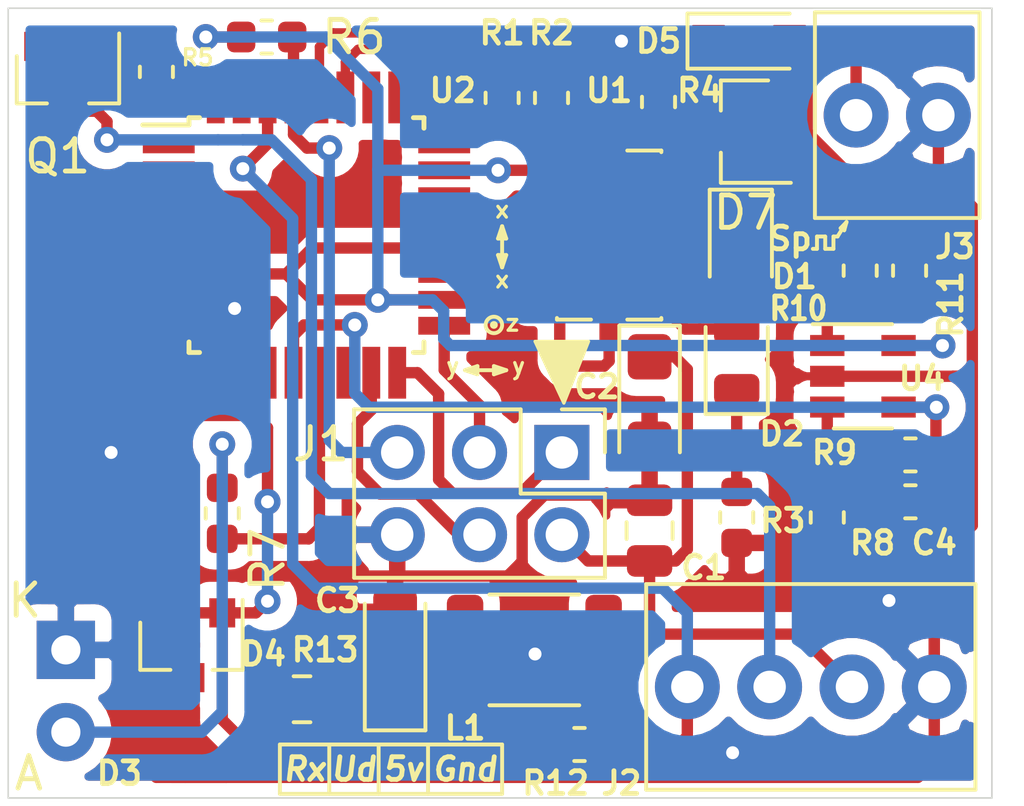
<source format=kicad_pcb>
(kicad_pcb (version 20171130) (host pcbnew "(5.1.4)-1")

  (general
    (thickness 1.6)
    (drawings 51)
    (tracks 301)
    (zones 0)
    (modules 31)
    (nets 42)
  )

  (page A4)
  (layers
    (0 F.Cu signal)
    (31 B.Cu signal)
    (32 B.Adhes user)
    (33 F.Adhes user)
    (34 B.Paste user)
    (35 F.Paste user)
    (36 B.SilkS user)
    (37 F.SilkS user)
    (38 B.Mask user)
    (39 F.Mask user)
    (40 Dwgs.User user)
    (41 Cmts.User user)
    (42 Eco1.User user)
    (43 Eco2.User user)
    (44 Edge.Cuts user)
    (45 Margin user)
    (46 B.CrtYd user)
    (47 F.CrtYd user)
    (48 B.Fab user)
    (49 F.Fab user)
  )

  (setup
    (last_trace_width 0.25)
    (user_trace_width 0.25)
    (user_trace_width 0.29)
    (user_trace_width 0.35)
    (user_trace_width 0.4)
    (trace_clearance 0.2)
    (zone_clearance 0.508)
    (zone_45_only no)
    (trace_min 0.2)
    (via_size 0.8)
    (via_drill 0.4)
    (via_min_size 0.4)
    (via_min_drill 0.3)
    (uvia_size 0.3)
    (uvia_drill 0.1)
    (uvias_allowed no)
    (uvia_min_size 0.2)
    (uvia_min_drill 0.1)
    (edge_width 0.1)
    (segment_width 0.2)
    (pcb_text_width 0.3)
    (pcb_text_size 1.5 1.5)
    (mod_edge_width 0.15)
    (mod_text_size 1 1)
    (mod_text_width 0.15)
    (pad_size 1.524 1.524)
    (pad_drill 0.762)
    (pad_to_mask_clearance 0)
    (aux_axis_origin 0 0)
    (visible_elements 7FFFFFFF)
    (pcbplotparams
      (layerselection 0x010fc_ffffffff)
      (usegerberextensions false)
      (usegerberattributes false)
      (usegerberadvancedattributes false)
      (creategerberjobfile false)
      (excludeedgelayer true)
      (linewidth 0.100000)
      (plotframeref false)
      (viasonmask false)
      (mode 1)
      (useauxorigin false)
      (hpglpennumber 1)
      (hpglpenspeed 20)
      (hpglpendiameter 15.000000)
      (psnegative false)
      (psa4output false)
      (plotreference true)
      (plotvalue true)
      (plotinvisibletext false)
      (padsonsilk false)
      (subtractmaskfromsilk false)
      (outputformat 1)
      (mirror false)
      (drillshape 1)
      (scaleselection 1)
      (outputdirectory ""))
  )

  (net 0 "")
  (net 1 +5V)
  (net 2 GND)
  (net 3 "Net-(C3-Pad1)")
  (net 4 /Speed)
  (net 5 "Net-(D1-Pad1)")
  (net 6 "Net-(D1-Pad2)")
  (net 7 "Net-(D2-Pad1)")
  (net 8 "Net-(D2-Pad2)")
  (net 9 "Net-(D3-Pad2)")
  (net 10 +3V3)
  (net 11 "Net-(D5-Pad1)")
  (net 12 "Net-(D5-Pad2)")
  (net 13 "Net-(D7-Pad1)")
  (net 14 /Res)
  (net 15 /Mos)
  (net 16 /Sck)
  (net 17 /Mis)
  (net 18 /Rx)
  (net 19 /Udar)
  (net 20 "Net-(Q1-Pad1)")
  (net 21 /SCL)
  (net 22 /SDA)
  (net 23 "Net-(R5-Pad2)")
  (net 24 "Net-(R7-Pad2)")
  (net 25 "Net-(R8-Pad1)")
  (net 26 "Net-(U1-Pad12)")
  (net 27 "Net-(U2-Pad31)")
  (net 28 "Net-(U2-Pad26)")
  (net 29 "Net-(U2-Pad25)")
  (net 30 "Net-(U2-Pad24)")
  (net 31 "Net-(U2-Pad23)")
  (net 32 "Net-(U2-Pad22)")
  (net 33 "Net-(U2-Pad19)")
  (net 34 "Net-(U2-Pad14)")
  (net 35 "Net-(U2-Pad11)")
  (net 36 "Net-(U2-Pad10)")
  (net 37 "Net-(U2-Pad9)")
  (net 38 "Net-(U2-Pad8)")
  (net 39 "Net-(U2-Pad7)")
  (net 40 "Net-(U2-Pad2)")
  (net 41 "Net-(U2-Pad1)")

  (net_class Default "Это класс цепей по умолчанию."
    (clearance 0.2)
    (trace_width 0.25)
    (via_dia 0.8)
    (via_drill 0.4)
    (uvia_dia 0.3)
    (uvia_drill 0.1)
    (add_net +3V3)
    (add_net +5V)
    (add_net /Mis)
    (add_net /Mos)
    (add_net /Res)
    (add_net /Rx)
    (add_net /SCL)
    (add_net /SDA)
    (add_net /Sck)
    (add_net /Speed)
    (add_net /Udar)
    (add_net GND)
    (add_net "Net-(C3-Pad1)")
    (add_net "Net-(D1-Pad1)")
    (add_net "Net-(D1-Pad2)")
    (add_net "Net-(D2-Pad1)")
    (add_net "Net-(D2-Pad2)")
    (add_net "Net-(D3-Pad2)")
    (add_net "Net-(D5-Pad1)")
    (add_net "Net-(D5-Pad2)")
    (add_net "Net-(D7-Pad1)")
    (add_net "Net-(Q1-Pad1)")
    (add_net "Net-(R5-Pad2)")
    (add_net "Net-(R7-Pad2)")
    (add_net "Net-(R8-Pad1)")
    (add_net "Net-(U1-Pad12)")
    (add_net "Net-(U2-Pad1)")
    (add_net "Net-(U2-Pad10)")
    (add_net "Net-(U2-Pad11)")
    (add_net "Net-(U2-Pad14)")
    (add_net "Net-(U2-Pad19)")
    (add_net "Net-(U2-Pad2)")
    (add_net "Net-(U2-Pad22)")
    (add_net "Net-(U2-Pad23)")
    (add_net "Net-(U2-Pad24)")
    (add_net "Net-(U2-Pad25)")
    (add_net "Net-(U2-Pad26)")
    (add_net "Net-(U2-Pad31)")
    (add_net "Net-(U2-Pad7)")
    (add_net "Net-(U2-Pad8)")
    (add_net "Net-(U2-Pad9)")
  )

  (module Accel:DG308_04 (layer F.Cu) (tedit 5D88B32A) (tstamp 5D888A00)
    (at 44.704 34.163 270)
    (path /5D07748A)
    (fp_text reference J2 (at 2.972 12.192) (layer F.SilkS)
      (effects (font (size 0.7 0.7) (thickness 0.15)))
    )
    (fp_text value Conn_01x04 (at 2.54 6.604) (layer F.Fab)
      (effects (font (size 1 1) (thickness 0.15)))
    )
    (fp_line (start 3.175 1.27) (end 3.175 11.43) (layer F.SilkS) (width 0.12))
    (fp_line (start -3.175 1.27) (end 3.175 1.27) (layer F.SilkS) (width 0.12))
    (fp_line (start 3.175 11.43) (end -3.175 11.43) (layer F.SilkS) (width 0.12))
    (fp_line (start -3.175 1.27) (end -3.175 11.43) (layer F.SilkS) (width 0.12))
    (pad 4 thru_hole circle (at 0 2.54 270) (size 2 2) (drill 1) (layers *.Cu *.Mask)
      (net 2 GND))
    (pad 1 thru_hole circle (at 0 10.16 270) (size 2 2) (drill 1) (layers *.Cu *.Mask)
      (net 18 /Rx))
    (pad 2 thru_hole circle (at 0 7.62 270) (size 2 2) (drill 1) (layers *.Cu *.Mask)
      (net 19 /Udar))
    (pad 3 thru_hole circle (at 0 5.08 270) (size 2 2) (drill 1) (layers *.Cu *.Mask)
      (net 1 +5V))
    (model ${KIPRJMOD}/Accel.pretty/dg308_04.wrl
      (offset (xyz 3.17 -2.6 0))
      (scale (xyz 0.039 0.039 0.039))
      (rotate (xyz -90 0 90))
    )
  )

  (module Accel:DG308_02 (layer F.Cu) (tedit 5D88B2B1) (tstamp 5D888712)
    (at 36.576 16.51 90)
    (path /5CE88C0D)
    (fp_text reference J3 (at -4.064 6.223) (layer F.SilkS)
      (effects (font (size 0.7 0.7) (thickness 0.15)))
    )
    (fp_text value Conn_01x02 (at -2.794 -0.381) (layer F.Fab)
      (effects (font (size 1 1) (thickness 0.15)))
    )
    (fp_line (start -3.175 1.905) (end -3.175 6.985) (layer F.SilkS) (width 0.12))
    (fp_line (start 3.175 6.985) (end -3.175 6.985) (layer F.SilkS) (width 0.12))
    (fp_line (start -3.175 1.905) (end 3.175 1.905) (layer F.SilkS) (width 0.12))
    (fp_line (start 3.175 1.905) (end 3.175 6.985) (layer F.SilkS) (width 0.12))
    (pad 2 thru_hole circle (at 0 3.175 90) (size 2 2) (drill 1) (layers *.Cu *.Mask)
      (net 11 "Net-(D5-Pad1)"))
    (pad 1 thru_hole circle (at 0 5.715 90) (size 2 2) (drill 1) (layers *.Cu *.Mask)
      (net 2 GND))
    (model ${KIPRJMOD}/Accel.pretty/dg308_02.wrl
      (offset (xyz 3.17 -3.17 0))
      (scale (xyz 0.039 0.039 0.039))
      (rotate (xyz -90 0 90))
    )
  )

  (module Resistor_SMD:R_0603_1608Metric (layer F.Cu) (tedit 5B301BBD) (tstamp 5D8889F0)
    (at 41.402 21.3105 270)
    (descr "Resistor SMD 0603 (1608 Metric), square (rectangular) end terminal, IPC_7351 nominal, (Body size source: http://www.tortai-tech.com/upload/download/2011102023233369053.pdf), generated with kicad-footprint-generator")
    (tags resistor)
    (path /5CFC39BB)
    (attr smd)
    (fp_text reference R11 (at 1.0415 -1.27 270) (layer F.SilkS)
      (effects (font (size 0.7 0.7) (thickness 0.15)))
    )
    (fp_text value 10k (at 0 1.43 270) (layer F.Fab)
      (effects (font (size 1 1) (thickness 0.15)))
    )
    (fp_line (start -0.8 0.4) (end -0.8 -0.4) (layer F.Fab) (width 0.1))
    (fp_line (start -0.8 -0.4) (end 0.8 -0.4) (layer F.Fab) (width 0.1))
    (fp_line (start 0.8 -0.4) (end 0.8 0.4) (layer F.Fab) (width 0.1))
    (fp_line (start 0.8 0.4) (end -0.8 0.4) (layer F.Fab) (width 0.1))
    (fp_line (start -0.162779 -0.51) (end 0.162779 -0.51) (layer F.SilkS) (width 0.12))
    (fp_line (start -0.162779 0.51) (end 0.162779 0.51) (layer F.SilkS) (width 0.12))
    (fp_line (start -1.48 0.73) (end -1.48 -0.73) (layer F.CrtYd) (width 0.05))
    (fp_line (start -1.48 -0.73) (end 1.48 -0.73) (layer F.CrtYd) (width 0.05))
    (fp_line (start 1.48 -0.73) (end 1.48 0.73) (layer F.CrtYd) (width 0.05))
    (fp_line (start 1.48 0.73) (end -1.48 0.73) (layer F.CrtYd) (width 0.05))
    (fp_text user %R (at 0 0 270) (layer F.Fab)
      (effects (font (size 0.4 0.4) (thickness 0.06)))
    )
    (pad 2 smd roundrect (at 0.7875 0 270) (size 0.875 0.95) (layers F.Cu F.Paste F.Mask) (roundrect_rratio 0.25)
      (net 2 GND))
    (pad 1 smd roundrect (at -0.7875 0 270) (size 0.875 0.95) (layers F.Cu F.Paste F.Mask) (roundrect_rratio 0.25)
      (net 13 "Net-(D7-Pad1)"))
    (model ${KISYS3DMOD}/Resistor_SMD.3dshapes/R_0603_1608Metric.wrl
      (at (xyz 0 0 0))
      (scale (xyz 1 1 1))
      (rotate (xyz 0 0 0))
    )
  )

  (module Package_TO_SOT_SMD:SOT-23-5 (layer F.Cu) (tedit 5A02FF57) (tstamp 5D8889DC)
    (at 39.962 24.572)
    (descr "5-pin SOT23 package")
    (tags SOT-23-5)
    (path /5CF64B3C)
    (attr smd)
    (fp_text reference U4 (at 1.821 0.066) (layer F.SilkS)
      (effects (font (size 0.7 0.7) (thickness 0.15)))
    )
    (fp_text value LMV321 (at 0 2.9) (layer F.Fab)
      (effects (font (size 1 1) (thickness 0.15)))
    )
    (fp_text user %R (at 0 0 90) (layer F.Fab)
      (effects (font (size 0.5 0.5) (thickness 0.075)))
    )
    (fp_line (start -0.9 1.61) (end 0.9 1.61) (layer F.SilkS) (width 0.12))
    (fp_line (start 0.9 -1.61) (end -1.55 -1.61) (layer F.SilkS) (width 0.12))
    (fp_line (start -1.9 -1.8) (end 1.9 -1.8) (layer F.CrtYd) (width 0.05))
    (fp_line (start 1.9 -1.8) (end 1.9 1.8) (layer F.CrtYd) (width 0.05))
    (fp_line (start 1.9 1.8) (end -1.9 1.8) (layer F.CrtYd) (width 0.05))
    (fp_line (start -1.9 1.8) (end -1.9 -1.8) (layer F.CrtYd) (width 0.05))
    (fp_line (start -0.9 -0.9) (end -0.25 -1.55) (layer F.Fab) (width 0.1))
    (fp_line (start 0.9 -1.55) (end -0.25 -1.55) (layer F.Fab) (width 0.1))
    (fp_line (start -0.9 -0.9) (end -0.9 1.55) (layer F.Fab) (width 0.1))
    (fp_line (start 0.9 1.55) (end -0.9 1.55) (layer F.Fab) (width 0.1))
    (fp_line (start 0.9 -1.55) (end 0.9 1.55) (layer F.Fab) (width 0.1))
    (pad 5 smd rect (at 1.1 -0.95) (size 1.06 0.65) (layers F.Cu F.Paste F.Mask)
      (net 10 +3V3))
    (pad 4 smd rect (at 1.1 0.95) (size 1.06 0.65) (layers F.Cu F.Paste F.Mask)
      (net 4 /Speed))
    (pad 3 smd rect (at -1.1 0.95) (size 1.06 0.65) (layers F.Cu F.Paste F.Mask)
      (net 25 "Net-(R8-Pad1)"))
    (pad 2 smd rect (at -1.1 0) (size 1.06 0.65) (layers F.Cu F.Paste F.Mask)
      (net 2 GND))
    (pad 1 smd rect (at -1.1 -0.95) (size 1.06 0.65) (layers F.Cu F.Paste F.Mask)
      (net 13 "Net-(D7-Pad1)"))
    (model ${KISYS3DMOD}/Package_TO_SOT_SMD.3dshapes/SOT-23-5.wrl
      (at (xyz 0 0 0))
      (scale (xyz 1 1 1))
      (rotate (xyz 0 0 0))
    )
  )

  (module Resistor_SMD:R_0603_1608Metric (layer F.Cu) (tedit 5B301BBD) (tstamp 5D8889CC)
    (at 39.878 21.3105 270)
    (descr "Resistor SMD 0603 (1608 Metric), square (rectangular) end terminal, IPC_7351 nominal, (Body size source: http://www.tortai-tech.com/upload/download/2011102023233369053.pdf), generated with kicad-footprint-generator")
    (tags resistor)
    (path /5CFAD64E)
    (attr smd)
    (fp_text reference R10 (at 1.1685 1.905) (layer F.SilkS)
      (effects (font (size 0.7 0.6) (thickness 0.15)))
    )
    (fp_text value 100k (at 0 1.43 270) (layer F.Fab)
      (effects (font (size 1 1) (thickness 0.15)))
    )
    (fp_line (start -0.8 0.4) (end -0.8 -0.4) (layer F.Fab) (width 0.1))
    (fp_line (start -0.8 -0.4) (end 0.8 -0.4) (layer F.Fab) (width 0.1))
    (fp_line (start 0.8 -0.4) (end 0.8 0.4) (layer F.Fab) (width 0.1))
    (fp_line (start 0.8 0.4) (end -0.8 0.4) (layer F.Fab) (width 0.1))
    (fp_line (start -0.162779 -0.51) (end 0.162779 -0.51) (layer F.SilkS) (width 0.12))
    (fp_line (start -0.162779 0.51) (end 0.162779 0.51) (layer F.SilkS) (width 0.12))
    (fp_line (start -1.48 0.73) (end -1.48 -0.73) (layer F.CrtYd) (width 0.05))
    (fp_line (start -1.48 -0.73) (end 1.48 -0.73) (layer F.CrtYd) (width 0.05))
    (fp_line (start 1.48 -0.73) (end 1.48 0.73) (layer F.CrtYd) (width 0.05))
    (fp_line (start 1.48 0.73) (end -1.48 0.73) (layer F.CrtYd) (width 0.05))
    (fp_text user %R (at 0 0 270) (layer F.Fab)
      (effects (font (size 0.4 0.4) (thickness 0.06)))
    )
    (pad 2 smd roundrect (at 0.7875 0 270) (size 0.875 0.95) (layers F.Cu F.Paste F.Mask) (roundrect_rratio 0.25)
      (net 13 "Net-(D7-Pad1)"))
    (pad 1 smd roundrect (at -0.7875 0 270) (size 0.875 0.95) (layers F.Cu F.Paste F.Mask) (roundrect_rratio 0.25)
      (net 12 "Net-(D5-Pad2)"))
    (model ${KISYS3DMOD}/Resistor_SMD.3dshapes/R_0603_1608Metric.wrl
      (at (xyz 0 0 0))
      (scale (xyz 1 1 1))
      (rotate (xyz 0 0 0))
    )
  )

  (module Resistor_SMD:R_0603_1608Metric (layer F.Cu) (tedit 5B301BBD) (tstamp 5D8889BC)
    (at 41.4275 27.0002)
    (descr "Resistor SMD 0603 (1608 Metric), square (rectangular) end terminal, IPC_7351 nominal, (Body size source: http://www.tortai-tech.com/upload/download/2011102023233369053.pdf), generated with kicad-footprint-generator")
    (tags resistor)
    (path /5CF6ED67)
    (attr smd)
    (fp_text reference R9 (at -2.34267 -0.07136) (layer F.SilkS)
      (effects (font (size 0.7 0.7) (thickness 0.15)))
    )
    (fp_text value 22k (at 0 1.43) (layer F.Fab)
      (effects (font (size 1 1) (thickness 0.15)))
    )
    (fp_text user %R (at 0 0) (layer F.Fab)
      (effects (font (size 0.4 0.4) (thickness 0.06)))
    )
    (fp_line (start 1.48 0.73) (end -1.48 0.73) (layer F.CrtYd) (width 0.05))
    (fp_line (start 1.48 -0.73) (end 1.48 0.73) (layer F.CrtYd) (width 0.05))
    (fp_line (start -1.48 -0.73) (end 1.48 -0.73) (layer F.CrtYd) (width 0.05))
    (fp_line (start -1.48 0.73) (end -1.48 -0.73) (layer F.CrtYd) (width 0.05))
    (fp_line (start -0.162779 0.51) (end 0.162779 0.51) (layer F.SilkS) (width 0.12))
    (fp_line (start -0.162779 -0.51) (end 0.162779 -0.51) (layer F.SilkS) (width 0.12))
    (fp_line (start 0.8 0.4) (end -0.8 0.4) (layer F.Fab) (width 0.1))
    (fp_line (start 0.8 -0.4) (end 0.8 0.4) (layer F.Fab) (width 0.1))
    (fp_line (start -0.8 -0.4) (end 0.8 -0.4) (layer F.Fab) (width 0.1))
    (fp_line (start -0.8 0.4) (end -0.8 -0.4) (layer F.Fab) (width 0.1))
    (pad 1 smd roundrect (at -0.7875 0) (size 0.875 0.95) (layers F.Cu F.Paste F.Mask) (roundrect_rratio 0.25)
      (net 25 "Net-(R8-Pad1)"))
    (pad 2 smd roundrect (at 0.7875 0) (size 0.875 0.95) (layers F.Cu F.Paste F.Mask) (roundrect_rratio 0.25)
      (net 4 /Speed))
    (model ${KISYS3DMOD}/Resistor_SMD.3dshapes/R_0603_1608Metric.wrl
      (at (xyz 0 0 0))
      (scale (xyz 1 1 1))
      (rotate (xyz 0 0 0))
    )
  )

  (module Resistor_SMD:R_0603_1608Metric (layer F.Cu) (tedit 5B301BBD) (tstamp 5D8889AC)
    (at 20.192999 28.803498 270)
    (descr "Resistor SMD 0603 (1608 Metric), square (rectangular) end terminal, IPC_7351 nominal, (Body size source: http://www.tortai-tech.com/upload/download/2011102023233369053.pdf), generated with kicad-footprint-generator")
    (tags resistor)
    (path /5CF57C14)
    (attr smd)
    (fp_text reference R7 (at 1.4225 -1.397 90) (layer F.SilkS)
      (effects (font (size 1 1) (thickness 0.15)))
    )
    (fp_text value 360 (at 0 1.43 90) (layer F.Fab)
      (effects (font (size 1 1) (thickness 0.15)))
    )
    (fp_line (start -0.8 0.4) (end -0.8 -0.4) (layer F.Fab) (width 0.1))
    (fp_line (start -0.8 -0.4) (end 0.8 -0.4) (layer F.Fab) (width 0.1))
    (fp_line (start 0.8 -0.4) (end 0.8 0.4) (layer F.Fab) (width 0.1))
    (fp_line (start 0.8 0.4) (end -0.8 0.4) (layer F.Fab) (width 0.1))
    (fp_line (start -0.162779 -0.51) (end 0.162779 -0.51) (layer F.SilkS) (width 0.12))
    (fp_line (start -0.162779 0.51) (end 0.162779 0.51) (layer F.SilkS) (width 0.12))
    (fp_line (start -1.48 0.73) (end -1.48 -0.73) (layer F.CrtYd) (width 0.05))
    (fp_line (start -1.48 -0.73) (end 1.48 -0.73) (layer F.CrtYd) (width 0.05))
    (fp_line (start 1.48 -0.73) (end 1.48 0.73) (layer F.CrtYd) (width 0.05))
    (fp_line (start 1.48 0.73) (end -1.48 0.73) (layer F.CrtYd) (width 0.05))
    (fp_text user %R (at 0 0 90) (layer F.Fab)
      (effects (font (size 0.4 0.4) (thickness 0.06)))
    )
    (pad 2 smd roundrect (at 0.7875 0 270) (size 0.875 0.95) (layers F.Cu F.Paste F.Mask) (roundrect_rratio 0.25)
      (net 24 "Net-(R7-Pad2)"))
    (pad 1 smd roundrect (at -0.7875 0 270) (size 0.875 0.95) (layers F.Cu F.Paste F.Mask) (roundrect_rratio 0.25)
      (net 9 "Net-(D3-Pad2)"))
    (model ${KISYS3DMOD}/Resistor_SMD.3dshapes/R_0603_1608Metric.wrl
      (at (xyz 0 0 0))
      (scale (xyz 1 1 1))
      (rotate (xyz 0 0 0))
    )
  )

  (module Package_QFP:TQFP-32_7x7mm_P0.8mm (layer F.Cu) (tedit 5A02F146) (tstamp 5D888976)
    (at 22.792 20.212)
    (descr "32-Lead Plastic Thin Quad Flatpack (PT) - 7x7x1.0 mm Body, 2.00 mm [TQFP] (see Microchip Packaging Specification 00000049BS.pdf)")
    (tags "QFP 0.8")
    (path /5CC32776)
    (attr smd)
    (fp_text reference U2 (at 4.513 -4.464) (layer F.SilkS)
      (effects (font (size 0.7 0.7) (thickness 0.15)))
    )
    (fp_text value ATmega8A (at 0 6.05) (layer F.Fab)
      (effects (font (size 1 1) (thickness 0.15)))
    )
    (fp_text user %R (at 0 0) (layer F.Fab)
      (effects (font (size 1 1) (thickness 0.15)))
    )
    (fp_line (start -2.5 -3.5) (end 3.5 -3.5) (layer F.Fab) (width 0.15))
    (fp_line (start 3.5 -3.5) (end 3.5 3.5) (layer F.Fab) (width 0.15))
    (fp_line (start 3.5 3.5) (end -3.5 3.5) (layer F.Fab) (width 0.15))
    (fp_line (start -3.5 3.5) (end -3.5 -2.5) (layer F.Fab) (width 0.15))
    (fp_line (start -3.5 -2.5) (end -2.5 -3.5) (layer F.Fab) (width 0.15))
    (fp_line (start -5.3 -5.3) (end -5.3 5.3) (layer F.CrtYd) (width 0.05))
    (fp_line (start 5.3 -5.3) (end 5.3 5.3) (layer F.CrtYd) (width 0.05))
    (fp_line (start -5.3 -5.3) (end 5.3 -5.3) (layer F.CrtYd) (width 0.05))
    (fp_line (start -5.3 5.3) (end 5.3 5.3) (layer F.CrtYd) (width 0.05))
    (fp_line (start -3.625 -3.625) (end -3.625 -3.4) (layer F.SilkS) (width 0.15))
    (fp_line (start 3.625 -3.625) (end 3.625 -3.3) (layer F.SilkS) (width 0.15))
    (fp_line (start 3.625 3.625) (end 3.625 3.3) (layer F.SilkS) (width 0.15))
    (fp_line (start -3.625 3.625) (end -3.625 3.3) (layer F.SilkS) (width 0.15))
    (fp_line (start -3.625 -3.625) (end -3.3 -3.625) (layer F.SilkS) (width 0.15))
    (fp_line (start -3.625 3.625) (end -3.3 3.625) (layer F.SilkS) (width 0.15))
    (fp_line (start 3.625 3.625) (end 3.3 3.625) (layer F.SilkS) (width 0.15))
    (fp_line (start 3.625 -3.625) (end 3.3 -3.625) (layer F.SilkS) (width 0.15))
    (fp_line (start -3.625 -3.4) (end -5.05 -3.4) (layer F.SilkS) (width 0.15))
    (pad 32 smd rect (at -2.8 -4.25 90) (size 1.6 0.55) (layers F.Cu F.Paste F.Mask)
      (net 23 "Net-(R5-Pad2)"))
    (pad 31 smd rect (at -2 -4.25 90) (size 1.6 0.55) (layers F.Cu F.Paste F.Mask)
      (net 27 "Net-(U2-Pad31)"))
    (pad 30 smd rect (at -1.2 -4.25 90) (size 1.6 0.55) (layers F.Cu F.Paste F.Mask)
      (net 18 /Rx))
    (pad 29 smd rect (at -0.4 -4.25 90) (size 1.6 0.55) (layers F.Cu F.Paste F.Mask)
      (net 14 /Res))
    (pad 28 smd rect (at 0.4 -4.25 90) (size 1.6 0.55) (layers F.Cu F.Paste F.Mask)
      (net 22 /SDA))
    (pad 27 smd rect (at 1.2 -4.25 90) (size 1.6 0.55) (layers F.Cu F.Paste F.Mask)
      (net 21 /SCL))
    (pad 26 smd rect (at 2 -4.25 90) (size 1.6 0.55) (layers F.Cu F.Paste F.Mask)
      (net 28 "Net-(U2-Pad26)"))
    (pad 25 smd rect (at 2.8 -4.25 90) (size 1.6 0.55) (layers F.Cu F.Paste F.Mask)
      (net 29 "Net-(U2-Pad25)"))
    (pad 24 smd rect (at 4.25 -2.8) (size 1.6 0.55) (layers F.Cu F.Paste F.Mask)
      (net 30 "Net-(U2-Pad24)"))
    (pad 23 smd rect (at 4.25 -2) (size 1.6 0.55) (layers F.Cu F.Paste F.Mask)
      (net 31 "Net-(U2-Pad23)"))
    (pad 22 smd rect (at 4.25 -1.2) (size 1.6 0.55) (layers F.Cu F.Paste F.Mask)
      (net 32 "Net-(U2-Pad22)"))
    (pad 21 smd rect (at 4.25 -0.4) (size 1.6 0.55) (layers F.Cu F.Paste F.Mask)
      (net 2 GND))
    (pad 20 smd rect (at 4.25 0.4) (size 1.6 0.55) (layers F.Cu F.Paste F.Mask)
      (net 10 +3V3))
    (pad 19 smd rect (at 4.25 1.2) (size 1.6 0.55) (layers F.Cu F.Paste F.Mask)
      (net 33 "Net-(U2-Pad19)"))
    (pad 18 smd rect (at 4.25 2) (size 1.6 0.55) (layers F.Cu F.Paste F.Mask)
      (net 10 +3V3))
    (pad 17 smd rect (at 4.25 2.8) (size 1.6 0.55) (layers F.Cu F.Paste F.Mask)
      (net 16 /Sck))
    (pad 16 smd rect (at 2.8 4.25 90) (size 1.6 0.55) (layers F.Cu F.Paste F.Mask)
      (net 17 /Mis))
    (pad 15 smd rect (at 2 4.25 90) (size 1.6 0.55) (layers F.Cu F.Paste F.Mask)
      (net 15 /Mos))
    (pad 14 smd rect (at 1.2 4.25 90) (size 1.6 0.55) (layers F.Cu F.Paste F.Mask)
      (net 34 "Net-(U2-Pad14)"))
    (pad 13 smd rect (at 0.4 4.25 90) (size 1.6 0.55) (layers F.Cu F.Paste F.Mask)
      (net 24 "Net-(R7-Pad2)"))
    (pad 12 smd rect (at -0.4 4.25 90) (size 1.6 0.55) (layers F.Cu F.Paste F.Mask)
      (net 4 /Speed))
    (pad 11 smd rect (at -1.2 4.25 90) (size 1.6 0.55) (layers F.Cu F.Paste F.Mask)
      (net 35 "Net-(U2-Pad11)"))
    (pad 10 smd rect (at -2 4.25 90) (size 1.6 0.55) (layers F.Cu F.Paste F.Mask)
      (net 36 "Net-(U2-Pad10)"))
    (pad 9 smd rect (at -2.8 4.25 90) (size 1.6 0.55) (layers F.Cu F.Paste F.Mask)
      (net 37 "Net-(U2-Pad9)"))
    (pad 8 smd rect (at -4.25 2.8) (size 1.6 0.55) (layers F.Cu F.Paste F.Mask)
      (net 38 "Net-(U2-Pad8)"))
    (pad 7 smd rect (at -4.25 2) (size 1.6 0.55) (layers F.Cu F.Paste F.Mask)
      (net 39 "Net-(U2-Pad7)"))
    (pad 6 smd rect (at -4.25 1.2) (size 1.6 0.55) (layers F.Cu F.Paste F.Mask)
      (net 10 +3V3))
    (pad 5 smd rect (at -4.25 0.4) (size 1.6 0.55) (layers F.Cu F.Paste F.Mask)
      (net 2 GND))
    (pad 4 smd rect (at -4.25 -0.4) (size 1.6 0.55) (layers F.Cu F.Paste F.Mask)
      (net 10 +3V3))
    (pad 3 smd rect (at -4.25 -1.2) (size 1.6 0.55) (layers F.Cu F.Paste F.Mask)
      (net 2 GND))
    (pad 2 smd rect (at -4.25 -2) (size 1.6 0.55) (layers F.Cu F.Paste F.Mask)
      (net 40 "Net-(U2-Pad2)"))
    (pad 1 smd rect (at -4.25 -2.8) (size 1.6 0.55) (layers F.Cu F.Paste F.Mask)
      (net 41 "Net-(U2-Pad1)"))
    (model ${KISYS3DMOD}/Package_QFP.3dshapes/TQFP-32_7x7mm_P0.8mm.wrl
      (at (xyz 0 0 0))
      (scale (xyz 1 1 1))
      (rotate (xyz 0 0 0))
    )
  )

  (module Accel:LGA-14_3x5mm_P0.8mm_LayoutBorder1x6y (layer F.Cu) (tedit 5CC19570) (tstamp 5D888955)
    (at 32.131 20.212)
    (descr "LGA, 14 Pin (http://www.st.com/resource/en/datasheet/lsm303dlhc.pdf), generated with kicad-footprint-generator ipc_lga_layoutBorder_generator.py")
    (tags "LGA LGA")
    (path /5CC32113)
    (attr smd)
    (fp_text reference U1 (at 0 -4.464) (layer F.SilkS)
      (effects (font (size 0.7 0.7) (thickness 0.15)))
    )
    (fp_text value LIS302 (at 0 3.45) (layer F.Fab)
      (effects (font (size 1 1) (thickness 0.15)))
    )
    (fp_text user %R (at 0 0) (layer F.Fab)
      (effects (font (size 0.75 0.75) (thickness 0.11)))
    )
    (fp_line (start 1.75 -2.75) (end -1.75 -2.75) (layer F.CrtYd) (width 0.05))
    (fp_line (start 1.75 2.75) (end 1.75 -2.75) (layer F.CrtYd) (width 0.05))
    (fp_line (start -1.75 2.75) (end 1.75 2.75) (layer F.CrtYd) (width 0.05))
    (fp_line (start -1.75 -2.75) (end -1.75 2.75) (layer F.CrtYd) (width 0.05))
    (fp_line (start -1.5 -1.5) (end -0.5 -2.5) (layer F.Fab) (width 0.1))
    (fp_line (start -1.5 2.5) (end -1.5 -1.5) (layer F.Fab) (width 0.1))
    (fp_line (start 1.5 2.5) (end -1.5 2.5) (layer F.Fab) (width 0.1))
    (fp_line (start 1.5 -2.5) (end 1.5 2.5) (layer F.Fab) (width 0.1))
    (fp_line (start -0.5 -2.5) (end 1.5 -2.5) (layer F.Fab) (width 0.1))
    (fp_line (start -1.61 2.61) (end -1.61 2.56) (layer F.SilkS) (width 0.12))
    (fp_line (start -0.56 2.61) (end -1.61 2.61) (layer F.SilkS) (width 0.12))
    (fp_line (start 1.61 2.61) (end 1.61 2.56) (layer F.SilkS) (width 0.12))
    (fp_line (start 0.56 2.61) (end 1.61 2.61) (layer F.SilkS) (width 0.12))
    (fp_line (start 1.61 -2.61) (end 1.61 -2.56) (layer F.SilkS) (width 0.12))
    (fp_line (start 0.56 -2.61) (end 1.61 -2.61) (layer F.SilkS) (width 0.12))
    (pad 1 smd rect (at -1.524 -2) (size 2 0.6) (layers F.Cu F.Paste F.Mask)
      (net 10 +3V3))
    (pad 2 smd rect (at -1.524 -1.2) (size 2 0.6) (layers F.Cu F.Paste F.Mask)
      (net 2 GND))
    (pad 3 smd rect (at -1.524 -0.4) (size 2 0.6) (layers F.Cu F.Paste F.Mask)
      (net 10 +3V3))
    (pad 4 smd rect (at -1.524 0.4) (size 2 0.6) (layers F.Cu F.Paste F.Mask)
      (net 2 GND))
    (pad 5 smd rect (at -1.524 1.2) (size 2 0.6) (layers F.Cu F.Paste F.Mask)
      (net 2 GND))
    (pad 6 smd rect (at -1.524 2) (size 2 0.6) (layers F.Cu F.Paste F.Mask)
      (net 10 +3V3))
    (pad 7 smd rect (at 0 2.54) (size 0.6 2) (layers F.Cu F.Paste F.Mask)
      (net 10 +3V3))
    (pad 8 smd rect (at 1.524 2) (size 2 0.6) (layers F.Cu F.Paste F.Mask)
      (net 8 "Net-(D2-Pad2)"))
    (pad 9 smd rect (at 1.524 1.2) (size 2 0.6) (layers F.Cu F.Paste F.Mask)
      (net 6 "Net-(D1-Pad2)"))
    (pad 10 smd rect (at 1.524 0.4) (size 2 0.6) (layers F.Cu F.Paste F.Mask)
      (net 2 GND))
    (pad 11 smd rect (at 1.524 -0.4) (size 2 0.6) (layers F.Cu F.Paste F.Mask)
      (net 2 GND))
    (pad 12 smd rect (at 1.524 -1.2) (size 2 0.6) (layers F.Cu F.Paste F.Mask)
      (net 26 "Net-(U1-Pad12)"))
    (pad 13 smd rect (at 1.524 -2) (size 2 0.6) (layers F.Cu F.Paste F.Mask)
      (net 22 /SDA))
    (pad 14 smd rect (at 0 -2.54) (size 0.6 2) (layers F.Cu F.Paste F.Mask)
      (net 21 /SCL))
    (model ${KISYS3DMOD}/Package_LGA.3dshapes/LGA-14_3x5mm_P0.8mm_LayoutBorder1x6y.wrl
      (at (xyz 0 0 0))
      (scale (xyz 1 1 1))
      (rotate (xyz 0 0 0))
    )
  )

  (module Resistor_SMD:R_0603_1608Metric (layer F.Cu) (tedit 5B301BBD) (tstamp 5D888945)
    (at 21.5645 14.097)
    (descr "Resistor SMD 0603 (1608 Metric), square (rectangular) end terminal, IPC_7351 nominal, (Body size source: http://www.tortai-tech.com/upload/download/2011102023233369053.pdf), generated with kicad-footprint-generator")
    (tags resistor)
    (path /5CC662F2)
    (attr smd)
    (fp_text reference R6 (at 2.6925 0) (layer F.SilkS)
      (effects (font (size 1 1) (thickness 0.15)))
    )
    (fp_text value 10k (at 0 1.43) (layer F.Fab)
      (effects (font (size 1 1) (thickness 0.15)))
    )
    (fp_text user %R (at 0 0) (layer F.Fab)
      (effects (font (size 0.4 0.4) (thickness 0.06)))
    )
    (fp_line (start 1.48 0.73) (end -1.48 0.73) (layer F.CrtYd) (width 0.05))
    (fp_line (start 1.48 -0.73) (end 1.48 0.73) (layer F.CrtYd) (width 0.05))
    (fp_line (start -1.48 -0.73) (end 1.48 -0.73) (layer F.CrtYd) (width 0.05))
    (fp_line (start -1.48 0.73) (end -1.48 -0.73) (layer F.CrtYd) (width 0.05))
    (fp_line (start -0.162779 0.51) (end 0.162779 0.51) (layer F.SilkS) (width 0.12))
    (fp_line (start -0.162779 -0.51) (end 0.162779 -0.51) (layer F.SilkS) (width 0.12))
    (fp_line (start 0.8 0.4) (end -0.8 0.4) (layer F.Fab) (width 0.1))
    (fp_line (start 0.8 -0.4) (end 0.8 0.4) (layer F.Fab) (width 0.1))
    (fp_line (start -0.8 -0.4) (end 0.8 -0.4) (layer F.Fab) (width 0.1))
    (fp_line (start -0.8 0.4) (end -0.8 -0.4) (layer F.Fab) (width 0.1))
    (pad 1 smd roundrect (at -0.7875 0) (size 0.875 0.95) (layers F.Cu F.Paste F.Mask) (roundrect_rratio 0.25)
      (net 10 +3V3))
    (pad 2 smd roundrect (at 0.7875 0) (size 0.875 0.95) (layers F.Cu F.Paste F.Mask) (roundrect_rratio 0.25)
      (net 14 /Res))
    (model ${KISYS3DMOD}/Resistor_SMD.3dshapes/R_0603_1608Metric.wrl
      (at (xyz 0 0 0))
      (scale (xyz 1 1 1))
      (rotate (xyz 0 0 0))
    )
  )

  (module Resistor_SMD:R_0603_1608Metric (layer F.Cu) (tedit 5B301BBD) (tstamp 5D888935)
    (at 18.161 15.174498 270)
    (descr "Resistor SMD 0603 (1608 Metric), square (rectangular) end terminal, IPC_7351 nominal, (Body size source: http://www.tortai-tech.com/upload/download/2011102023233369053.pdf), generated with kicad-footprint-generator")
    (tags resistor)
    (path /5CC3890B)
    (attr smd)
    (fp_text reference R5 (at -0.442498 -1.27) (layer F.SilkS)
      (effects (font (size 0.5 0.5) (thickness 0.1)))
    )
    (fp_text value 360 (at 0 1.43 270) (layer F.Fab)
      (effects (font (size 1 1) (thickness 0.15)))
    )
    (fp_line (start -0.8 0.4) (end -0.8 -0.4) (layer F.Fab) (width 0.1))
    (fp_line (start -0.8 -0.4) (end 0.8 -0.4) (layer F.Fab) (width 0.1))
    (fp_line (start 0.8 -0.4) (end 0.8 0.4) (layer F.Fab) (width 0.1))
    (fp_line (start 0.8 0.4) (end -0.8 0.4) (layer F.Fab) (width 0.1))
    (fp_line (start -0.162779 -0.51) (end 0.162779 -0.51) (layer F.SilkS) (width 0.12))
    (fp_line (start -0.162779 0.51) (end 0.162779 0.51) (layer F.SilkS) (width 0.12))
    (fp_line (start -1.48 0.73) (end -1.48 -0.73) (layer F.CrtYd) (width 0.05))
    (fp_line (start -1.48 -0.73) (end 1.48 -0.73) (layer F.CrtYd) (width 0.05))
    (fp_line (start 1.48 -0.73) (end 1.48 0.73) (layer F.CrtYd) (width 0.05))
    (fp_line (start 1.48 0.73) (end -1.48 0.73) (layer F.CrtYd) (width 0.05))
    (fp_text user %R (at 0 0 270) (layer F.Fab)
      (effects (font (size 0.4 0.4) (thickness 0.06)))
    )
    (pad 2 smd roundrect (at 0.7875 0 270) (size 0.875 0.95) (layers F.Cu F.Paste F.Mask) (roundrect_rratio 0.25)
      (net 23 "Net-(R5-Pad2)"))
    (pad 1 smd roundrect (at -0.7875 0 270) (size 0.875 0.95) (layers F.Cu F.Paste F.Mask) (roundrect_rratio 0.25)
      (net 20 "Net-(Q1-Pad1)"))
    (model ${KISYS3DMOD}/Resistor_SMD.3dshapes/R_0603_1608Metric.wrl
      (at (xyz 0 0 0))
      (scale (xyz 1 1 1))
      (rotate (xyz 0 0 0))
    )
  )

  (module Resistor_SMD:R_0603_1608Metric (layer F.Cu) (tedit 5B301BBD) (tstamp 5D888925)
    (at 33.655 16.1035 270)
    (descr "Resistor SMD 0603 (1608 Metric), square (rectangular) end terminal, IPC_7351 nominal, (Body size source: http://www.tortai-tech.com/upload/download/2011102023233369053.pdf), generated with kicad-footprint-generator")
    (tags resistor)
    (path /5CC31EDF)
    (attr smd)
    (fp_text reference R4 (at -0.3555 -1.27 180) (layer F.SilkS)
      (effects (font (size 0.7 0.7) (thickness 0.15)))
    )
    (fp_text value 360 (at 0 1.43 270) (layer F.Fab)
      (effects (font (size 1 1) (thickness 0.15)))
    )
    (fp_line (start -0.8 0.4) (end -0.8 -0.4) (layer F.Fab) (width 0.1))
    (fp_line (start -0.8 -0.4) (end 0.8 -0.4) (layer F.Fab) (width 0.1))
    (fp_line (start 0.8 -0.4) (end 0.8 0.4) (layer F.Fab) (width 0.1))
    (fp_line (start 0.8 0.4) (end -0.8 0.4) (layer F.Fab) (width 0.1))
    (fp_line (start -0.162779 -0.51) (end 0.162779 -0.51) (layer F.SilkS) (width 0.12))
    (fp_line (start -0.162779 0.51) (end 0.162779 0.51) (layer F.SilkS) (width 0.12))
    (fp_line (start -1.48 0.73) (end -1.48 -0.73) (layer F.CrtYd) (width 0.05))
    (fp_line (start -1.48 -0.73) (end 1.48 -0.73) (layer F.CrtYd) (width 0.05))
    (fp_line (start 1.48 -0.73) (end 1.48 0.73) (layer F.CrtYd) (width 0.05))
    (fp_line (start 1.48 0.73) (end -1.48 0.73) (layer F.CrtYd) (width 0.05))
    (fp_text user %R (at 0 0 270) (layer F.Fab)
      (effects (font (size 0.4 0.4) (thickness 0.06)))
    )
    (pad 2 smd roundrect (at 0.7875 0 270) (size 0.875 0.95) (layers F.Cu F.Paste F.Mask) (roundrect_rratio 0.25)
      (net 2 GND))
    (pad 1 smd roundrect (at -0.7875 0 270) (size 0.875 0.95) (layers F.Cu F.Paste F.Mask) (roundrect_rratio 0.25)
      (net 5 "Net-(D1-Pad1)"))
    (model ${KISYS3DMOD}/Resistor_SMD.3dshapes/R_0603_1608Metric.wrl
      (at (xyz 0 0 0))
      (scale (xyz 1 1 1))
      (rotate (xyz 0 0 0))
    )
  )

  (module Resistor_SMD:R_0603_1608Metric (layer F.Cu) (tedit 5B301BBD) (tstamp 5D888915)
    (at 36.068 28.9305 270)
    (descr "Resistor SMD 0603 (1608 Metric), square (rectangular) end terminal, IPC_7351 nominal, (Body size source: http://www.tortai-tech.com/upload/download/2011102023233369053.pdf), generated with kicad-footprint-generator")
    (tags resistor)
    (path /5CC31952)
    (attr smd)
    (fp_text reference R3 (at 0.100045 -1.422854) (layer F.SilkS)
      (effects (font (size 0.7 0.7) (thickness 0.15)))
    )
    (fp_text value 360 (at 0 1.43 270) (layer F.Fab)
      (effects (font (size 1 1) (thickness 0.15)))
    )
    (fp_text user %R (at 0 0 270) (layer F.Fab)
      (effects (font (size 0.4 0.4) (thickness 0.06)))
    )
    (fp_line (start 1.48 0.73) (end -1.48 0.73) (layer F.CrtYd) (width 0.05))
    (fp_line (start 1.48 -0.73) (end 1.48 0.73) (layer F.CrtYd) (width 0.05))
    (fp_line (start -1.48 -0.73) (end 1.48 -0.73) (layer F.CrtYd) (width 0.05))
    (fp_line (start -1.48 0.73) (end -1.48 -0.73) (layer F.CrtYd) (width 0.05))
    (fp_line (start -0.162779 0.51) (end 0.162779 0.51) (layer F.SilkS) (width 0.12))
    (fp_line (start -0.162779 -0.51) (end 0.162779 -0.51) (layer F.SilkS) (width 0.12))
    (fp_line (start 0.8 0.4) (end -0.8 0.4) (layer F.Fab) (width 0.1))
    (fp_line (start 0.8 -0.4) (end 0.8 0.4) (layer F.Fab) (width 0.1))
    (fp_line (start -0.8 -0.4) (end 0.8 -0.4) (layer F.Fab) (width 0.1))
    (fp_line (start -0.8 0.4) (end -0.8 -0.4) (layer F.Fab) (width 0.1))
    (pad 1 smd roundrect (at -0.7875 0 270) (size 0.875 0.95) (layers F.Cu F.Paste F.Mask) (roundrect_rratio 0.25)
      (net 7 "Net-(D2-Pad1)"))
    (pad 2 smd roundrect (at 0.7875 0 270) (size 0.875 0.95) (layers F.Cu F.Paste F.Mask) (roundrect_rratio 0.25)
      (net 2 GND))
    (model ${KISYS3DMOD}/Resistor_SMD.3dshapes/R_0603_1608Metric.wrl
      (at (xyz 0 0 0))
      (scale (xyz 1 1 1))
      (rotate (xyz 0 0 0))
    )
  )

  (module Resistor_SMD:R_0603_1608Metric (layer F.Cu) (tedit 5B301BBD) (tstamp 5D888905)
    (at 30.353 15.9765 90)
    (descr "Resistor SMD 0603 (1608 Metric), square (rectangular) end terminal, IPC_7351 nominal, (Body size source: http://www.tortai-tech.com/upload/download/2011102023233369053.pdf), generated with kicad-footprint-generator")
    (tags resistor)
    (path /5CC51D27)
    (attr smd)
    (fp_text reference R2 (at 2.0065 0 180) (layer F.SilkS)
      (effects (font (size 0.7 0.7) (thickness 0.15)))
    )
    (fp_text value 10k (at 0 1.43 90) (layer F.Fab)
      (effects (font (size 1 1) (thickness 0.15)))
    )
    (fp_line (start -0.8 0.4) (end -0.8 -0.4) (layer F.Fab) (width 0.1))
    (fp_line (start -0.8 -0.4) (end 0.8 -0.4) (layer F.Fab) (width 0.1))
    (fp_line (start 0.8 -0.4) (end 0.8 0.4) (layer F.Fab) (width 0.1))
    (fp_line (start 0.8 0.4) (end -0.8 0.4) (layer F.Fab) (width 0.1))
    (fp_line (start -0.162779 -0.51) (end 0.162779 -0.51) (layer F.SilkS) (width 0.12))
    (fp_line (start -0.162779 0.51) (end 0.162779 0.51) (layer F.SilkS) (width 0.12))
    (fp_line (start -1.48 0.73) (end -1.48 -0.73) (layer F.CrtYd) (width 0.05))
    (fp_line (start -1.48 -0.73) (end 1.48 -0.73) (layer F.CrtYd) (width 0.05))
    (fp_line (start 1.48 -0.73) (end 1.48 0.73) (layer F.CrtYd) (width 0.05))
    (fp_line (start 1.48 0.73) (end -1.48 0.73) (layer F.CrtYd) (width 0.05))
    (fp_text user %R (at 0 0 90) (layer F.Fab)
      (effects (font (size 0.4 0.4) (thickness 0.06)))
    )
    (pad 2 smd roundrect (at 0.7875 0 90) (size 0.875 0.95) (layers F.Cu F.Paste F.Mask) (roundrect_rratio 0.25)
      (net 22 /SDA))
    (pad 1 smd roundrect (at -0.7875 0 90) (size 0.875 0.95) (layers F.Cu F.Paste F.Mask) (roundrect_rratio 0.25)
      (net 10 +3V3))
    (model ${KISYS3DMOD}/Resistor_SMD.3dshapes/R_0603_1608Metric.wrl
      (at (xyz 0 0 0))
      (scale (xyz 1 1 1))
      (rotate (xyz 0 0 0))
    )
  )

  (module Resistor_SMD:R_0603_1608Metric (layer F.Cu) (tedit 5B301BBD) (tstamp 5D8888F5)
    (at 28.829 15.9765 90)
    (descr "Resistor SMD 0603 (1608 Metric), square (rectangular) end terminal, IPC_7351 nominal, (Body size source: http://www.tortai-tech.com/upload/download/2011102023233369053.pdf), generated with kicad-footprint-generator")
    (tags resistor)
    (path /5CC51651)
    (attr smd)
    (fp_text reference R1 (at 2.0065 0 180) (layer F.SilkS)
      (effects (font (size 0.7 0.7) (thickness 0.15)))
    )
    (fp_text value 10k (at 0 1.43 90) (layer F.Fab)
      (effects (font (size 1 1) (thickness 0.15)))
    )
    (fp_text user %R (at 0 0 90) (layer F.Fab)
      (effects (font (size 0.4 0.4) (thickness 0.06)))
    )
    (fp_line (start 1.48 0.73) (end -1.48 0.73) (layer F.CrtYd) (width 0.05))
    (fp_line (start 1.48 -0.73) (end 1.48 0.73) (layer F.CrtYd) (width 0.05))
    (fp_line (start -1.48 -0.73) (end 1.48 -0.73) (layer F.CrtYd) (width 0.05))
    (fp_line (start -1.48 0.73) (end -1.48 -0.73) (layer F.CrtYd) (width 0.05))
    (fp_line (start -0.162779 0.51) (end 0.162779 0.51) (layer F.SilkS) (width 0.12))
    (fp_line (start -0.162779 -0.51) (end 0.162779 -0.51) (layer F.SilkS) (width 0.12))
    (fp_line (start 0.8 0.4) (end -0.8 0.4) (layer F.Fab) (width 0.1))
    (fp_line (start 0.8 -0.4) (end 0.8 0.4) (layer F.Fab) (width 0.1))
    (fp_line (start -0.8 -0.4) (end 0.8 -0.4) (layer F.Fab) (width 0.1))
    (fp_line (start -0.8 0.4) (end -0.8 -0.4) (layer F.Fab) (width 0.1))
    (pad 1 smd roundrect (at -0.7875 0 90) (size 0.875 0.95) (layers F.Cu F.Paste F.Mask) (roundrect_rratio 0.25)
      (net 10 +3V3))
    (pad 2 smd roundrect (at 0.7875 0 90) (size 0.875 0.95) (layers F.Cu F.Paste F.Mask) (roundrect_rratio 0.25)
      (net 21 /SCL))
    (model ${KISYS3DMOD}/Resistor_SMD.3dshapes/R_0603_1608Metric.wrl
      (at (xyz 0 0 0))
      (scale (xyz 1 1 1))
      (rotate (xyz 0 0 0))
    )
  )

  (module Package_TO_SOT_SMD:SOT-23 (layer F.Cu) (tedit 5A02FF57) (tstamp 5D8888E1)
    (at 15.433 15.386998 270)
    (descr "SOT-23, Standard")
    (tags SOT-23)
    (path /5CC3675A)
    (attr smd)
    (fp_text reference Q1 (at 2.393002 0.32) (layer F.SilkS)
      (effects (font (size 1 1) (thickness 0.15)))
    )
    (fp_text value BC817 (at 5.187002 1.082 270) (layer F.Fab)
      (effects (font (size 1 1) (thickness 0.15)))
    )
    (fp_text user %R (at 0 0) (layer F.Fab)
      (effects (font (size 0.5 0.5) (thickness 0.075)))
    )
    (fp_line (start -0.7 -0.95) (end -0.7 1.5) (layer F.Fab) (width 0.1))
    (fp_line (start -0.15 -1.52) (end 0.7 -1.52) (layer F.Fab) (width 0.1))
    (fp_line (start -0.7 -0.95) (end -0.15 -1.52) (layer F.Fab) (width 0.1))
    (fp_line (start 0.7 -1.52) (end 0.7 1.52) (layer F.Fab) (width 0.1))
    (fp_line (start -0.7 1.52) (end 0.7 1.52) (layer F.Fab) (width 0.1))
    (fp_line (start 0.76 1.58) (end 0.76 0.65) (layer F.SilkS) (width 0.12))
    (fp_line (start 0.76 -1.58) (end 0.76 -0.65) (layer F.SilkS) (width 0.12))
    (fp_line (start -1.7 -1.75) (end 1.7 -1.75) (layer F.CrtYd) (width 0.05))
    (fp_line (start 1.7 -1.75) (end 1.7 1.75) (layer F.CrtYd) (width 0.05))
    (fp_line (start 1.7 1.75) (end -1.7 1.75) (layer F.CrtYd) (width 0.05))
    (fp_line (start -1.7 1.75) (end -1.7 -1.75) (layer F.CrtYd) (width 0.05))
    (fp_line (start 0.76 -1.58) (end -1.4 -1.58) (layer F.SilkS) (width 0.12))
    (fp_line (start 0.76 1.58) (end -0.7 1.58) (layer F.SilkS) (width 0.12))
    (pad 3 smd rect (at 1 0 270) (size 0.9 0.8) (layers F.Cu F.Paste F.Mask)
      (net 19 /Udar))
    (pad 2 smd rect (at -1 0.95 270) (size 0.9 0.8) (layers F.Cu F.Paste F.Mask)
      (net 2 GND))
    (pad 1 smd rect (at -1 -0.95 270) (size 0.9 0.8) (layers F.Cu F.Paste F.Mask)
      (net 20 "Net-(Q1-Pad1)"))
    (model ${KISYS3DMOD}/Package_TO_SOT_SMD.3dshapes/SOT-23.wrl
      (at (xyz 0 0 0))
      (scale (xyz 1 1 1))
      (rotate (xyz 0 0 0))
    )
  )

  (module Inductor_SMD:L_1812_4532Metric (layer F.Cu) (tedit 5B301BBE) (tstamp 5D8888D1)
    (at 29.8235 33.02 180)
    (descr "Inductor SMD 1812 (4532 Metric), square (rectangular) end terminal, IPC_7351 nominal, (Body size source: https://www.nikhef.nl/pub/departments/mt/projects/detectorR_D/dtddice/ERJ2G.pdf), generated with kicad-footprint-generator")
    (tags inductor)
    (path /5CC38F64)
    (attr smd)
    (fp_text reference L1 (at 2.1375 -2.413 180) (layer F.SilkS)
      (effects (font (size 0.7 0.7) (thickness 0.15)))
    )
    (fp_text value 47uH (at 0 2.65 180) (layer F.Fab)
      (effects (font (size 1 1) (thickness 0.15)))
    )
    (fp_line (start -2.25 1.6) (end -2.25 -1.6) (layer F.Fab) (width 0.1))
    (fp_line (start -2.25 -1.6) (end 2.25 -1.6) (layer F.Fab) (width 0.1))
    (fp_line (start 2.25 -1.6) (end 2.25 1.6) (layer F.Fab) (width 0.1))
    (fp_line (start 2.25 1.6) (end -2.25 1.6) (layer F.Fab) (width 0.1))
    (fp_line (start -1.386252 -1.71) (end 1.386252 -1.71) (layer F.SilkS) (width 0.12))
    (fp_line (start -1.386252 1.71) (end 1.386252 1.71) (layer F.SilkS) (width 0.12))
    (fp_line (start -2.95 1.95) (end -2.95 -1.95) (layer F.CrtYd) (width 0.05))
    (fp_line (start -2.95 -1.95) (end 2.95 -1.95) (layer F.CrtYd) (width 0.05))
    (fp_line (start 2.95 -1.95) (end 2.95 1.95) (layer F.CrtYd) (width 0.05))
    (fp_line (start 2.95 1.95) (end -2.95 1.95) (layer F.CrtYd) (width 0.05))
    (fp_text user %R (at 0 0 180) (layer F.Fab)
      (effects (font (size 1 1) (thickness 0.15)))
    )
    (pad 2 smd roundrect (at 2.1375 0 180) (size 1.125 3.4) (layers F.Cu F.Paste F.Mask) (roundrect_rratio 0.222222)
      (net 3 "Net-(C3-Pad1)"))
    (pad 1 smd roundrect (at -2.1375 0 180) (size 1.125 3.4) (layers F.Cu F.Paste F.Mask) (roundrect_rratio 0.222222)
      (net 1 +5V))
    (model ${KISYS3DMOD}/Inductor_SMD.3dshapes/L_1812_4532Metric.wrl
      (at (xyz 0 0 0))
      (scale (xyz 1 1 1))
      (rotate (xyz 0 0 0))
    )
  )

  (module Capacitor_Tantalum_SMD:CP_EIA-3216-18_Kemet-A (layer F.Cu) (tedit 5B301BBE) (tstamp 5D888781)
    (at 25.527 33.194 90)
    (descr "Tantalum Capacitor SMD Kemet-A (3216-18 Metric), IPC_7351 nominal, (Body size from: http://www.kemet.com/Lists/ProductCatalog/Attachments/253/KEM_TC101_STD.pdf), generated with kicad-footprint-generator")
    (tags "capacitor tantalum")
    (path /5CC37DC2)
    (attr smd)
    (fp_text reference C3 (at 1.698 -1.778 180) (layer F.SilkS)
      (effects (font (size 0.7 0.7) (thickness 0.15)))
    )
    (fp_text value 10uF (at 0 1.75 90) (layer F.Fab)
      (effects (font (size 1 1) (thickness 0.15)))
    )
    (fp_line (start 1.6 -0.8) (end -1.2 -0.8) (layer F.Fab) (width 0.1))
    (fp_line (start -1.2 -0.8) (end -1.6 -0.4) (layer F.Fab) (width 0.1))
    (fp_line (start -1.6 -0.4) (end -1.6 0.8) (layer F.Fab) (width 0.1))
    (fp_line (start -1.6 0.8) (end 1.6 0.8) (layer F.Fab) (width 0.1))
    (fp_line (start 1.6 0.8) (end 1.6 -0.8) (layer F.Fab) (width 0.1))
    (fp_line (start 1.6 -0.935) (end -2.31 -0.935) (layer F.SilkS) (width 0.12))
    (fp_line (start -2.31 -0.935) (end -2.31 0.935) (layer F.SilkS) (width 0.12))
    (fp_line (start -2.31 0.935) (end 1.6 0.935) (layer F.SilkS) (width 0.12))
    (fp_line (start -2.3 1.05) (end -2.3 -1.05) (layer F.CrtYd) (width 0.05))
    (fp_line (start -2.3 -1.05) (end 2.3 -1.05) (layer F.CrtYd) (width 0.05))
    (fp_line (start 2.3 -1.05) (end 2.3 1.05) (layer F.CrtYd) (width 0.05))
    (fp_line (start 2.3 1.05) (end -2.3 1.05) (layer F.CrtYd) (width 0.05))
    (fp_text user %R (at 0 0 90) (layer F.Fab)
      (effects (font (size 0.8 0.8) (thickness 0.12)))
    )
    (pad 2 smd roundrect (at 1.35 0 90) (size 1.4 1.35) (layers F.Cu F.Paste F.Mask) (roundrect_rratio 0.185185)
      (net 2 GND))
    (pad 1 smd roundrect (at -1.35 0 90) (size 1.4 1.35) (layers F.Cu F.Paste F.Mask) (roundrect_rratio 0.185185)
      (net 3 "Net-(C3-Pad1)"))
    (model ${KISYS3DMOD}/Capacitor_Tantalum_SMD.3dshapes/CP_EIA-3216-18_Kemet-A.wrl
      (at (xyz 0 0 0))
      (scale (xyz 1 1 1))
      (rotate (xyz 0 0 0))
    )
  )

  (module Capacitor_Tantalum_SMD:CP_EIA-3216-18_Kemet-A (layer F.Cu) (tedit 5B301BBE) (tstamp 5D88876F)
    (at 33.3795 25.32 270)
    (descr "Tantalum Capacitor SMD Kemet-A (3216-18 Metric), IPC_7351 nominal, (Body size from: http://www.kemet.com/Lists/ProductCatalog/Attachments/253/KEM_TC101_STD.pdf), generated with kicad-footprint-generator")
    (tags "capacitor tantalum")
    (path /5CC39EFC)
    (attr smd)
    (fp_text reference C2 (at -0.428 1.6295) (layer F.SilkS)
      (effects (font (size 0.7 0.7) (thickness 0.15)))
    )
    (fp_text value 10uF (at 0 1.75 270) (layer F.Fab)
      (effects (font (size 1 1) (thickness 0.15)))
    )
    (fp_line (start 1.6 -0.8) (end -1.2 -0.8) (layer F.Fab) (width 0.1))
    (fp_line (start -1.2 -0.8) (end -1.6 -0.4) (layer F.Fab) (width 0.1))
    (fp_line (start -1.6 -0.4) (end -1.6 0.8) (layer F.Fab) (width 0.1))
    (fp_line (start -1.6 0.8) (end 1.6 0.8) (layer F.Fab) (width 0.1))
    (fp_line (start 1.6 0.8) (end 1.6 -0.8) (layer F.Fab) (width 0.1))
    (fp_line (start 1.6 -0.935) (end -2.31 -0.935) (layer F.SilkS) (width 0.12))
    (fp_line (start -2.31 -0.935) (end -2.31 0.935) (layer F.SilkS) (width 0.12))
    (fp_line (start -2.31 0.935) (end 1.6 0.935) (layer F.SilkS) (width 0.12))
    (fp_line (start -2.3 1.05) (end -2.3 -1.05) (layer F.CrtYd) (width 0.05))
    (fp_line (start -2.3 -1.05) (end 2.3 -1.05) (layer F.CrtYd) (width 0.05))
    (fp_line (start 2.3 -1.05) (end 2.3 1.05) (layer F.CrtYd) (width 0.05))
    (fp_line (start 2.3 1.05) (end -2.3 1.05) (layer F.CrtYd) (width 0.05))
    (fp_text user %R (at 0 0 270) (layer F.Fab)
      (effects (font (size 0.8 0.8) (thickness 0.12)))
    )
    (pad 2 smd roundrect (at 1.35 0 270) (size 1.4 1.35) (layers F.Cu F.Paste F.Mask) (roundrect_rratio 0.185185)
      (net 2 GND))
    (pad 1 smd roundrect (at -1.35 0 270) (size 1.4 1.35) (layers F.Cu F.Paste F.Mask) (roundrect_rratio 0.185185)
      (net 1 +5V))
    (model ${KISYS3DMOD}/Capacitor_Tantalum_SMD.3dshapes/CP_EIA-3216-18_Kemet-A.wrl
      (at (xyz 0 0 0))
      (scale (xyz 1 1 1))
      (rotate (xyz 0 0 0))
    )
  )

  (module Capacitor_SMD:C_0805_2012Metric (layer F.Cu) (tedit 5B36C52B) (tstamp 5D88875F)
    (at 33.3795 29.337 90)
    (descr "Capacitor SMD 0805 (2012 Metric), square (rectangular) end terminal, IPC_7351 nominal, (Body size source: https://docs.google.com/spreadsheets/d/1BsfQQcO9C6DZCsRaXUlFlo91Tg2WpOkGARC1WS5S8t0/edit?usp=sharing), generated with kicad-footprint-generator")
    (tags capacitor)
    (path /5CC3CF57)
    (attr smd)
    (fp_text reference C1 (at -1.143 1.6725 180) (layer F.SilkS)
      (effects (font (size 0.7 0.7) (thickness 0.15)))
    )
    (fp_text value 1uF (at 0 1.65 90) (layer F.Fab)
      (effects (font (size 1 1) (thickness 0.15)))
    )
    (fp_text user %R (at 0 0 90) (layer F.Fab)
      (effects (font (size 0.5 0.5) (thickness 0.08)))
    )
    (fp_line (start 1.68 0.95) (end -1.68 0.95) (layer F.CrtYd) (width 0.05))
    (fp_line (start 1.68 -0.95) (end 1.68 0.95) (layer F.CrtYd) (width 0.05))
    (fp_line (start -1.68 -0.95) (end 1.68 -0.95) (layer F.CrtYd) (width 0.05))
    (fp_line (start -1.68 0.95) (end -1.68 -0.95) (layer F.CrtYd) (width 0.05))
    (fp_line (start -0.258578 0.71) (end 0.258578 0.71) (layer F.SilkS) (width 0.12))
    (fp_line (start -0.258578 -0.71) (end 0.258578 -0.71) (layer F.SilkS) (width 0.12))
    (fp_line (start 1 0.6) (end -1 0.6) (layer F.Fab) (width 0.1))
    (fp_line (start 1 -0.6) (end 1 0.6) (layer F.Fab) (width 0.1))
    (fp_line (start -1 -0.6) (end 1 -0.6) (layer F.Fab) (width 0.1))
    (fp_line (start -1 0.6) (end -1 -0.6) (layer F.Fab) (width 0.1))
    (pad 1 smd roundrect (at -0.9375 0 90) (size 0.975 1.4) (layers F.Cu F.Paste F.Mask) (roundrect_rratio 0.25)
      (net 1 +5V))
    (pad 2 smd roundrect (at 0.9375 0 90) (size 0.975 1.4) (layers F.Cu F.Paste F.Mask) (roundrect_rratio 0.25)
      (net 2 GND))
    (model ${KISYS3DMOD}/Capacitor_SMD.3dshapes/C_0805_2012Metric.wrl
      (at (xyz 0 0 0))
      (scale (xyz 1 1 1))
      (rotate (xyz 0 0 0))
    )
  )

  (module Accel:PinHeader_2x03_P2.54mm_Vertical (layer F.Cu) (tedit 5CEBBAA0) (tstamp 5D888744)
    (at 30.672 26.924 270)
    (descr "Through hole straight pin header, 2x03, 2.54mm pitch, double rows")
    (tags "Through hole pin header THT 2x03 2.54mm double row")
    (path /5CCB6CC3)
    (fp_text reference J1 (at -0.254 7.431 180) (layer F.SilkS)
      (effects (font (size 1 1) (thickness 0.15)))
    )
    (fp_text value Conn_02x03_Counter_Clockwise (at -2.54 5.145) (layer F.Fab)
      (effects (font (size 1 1) (thickness 0.15)))
    )
    (fp_line (start 0 -1.27) (end 3.81 -1.27) (layer F.Fab) (width 0.1))
    (fp_line (start 3.81 -1.27) (end 3.81 6.35) (layer F.Fab) (width 0.1))
    (fp_line (start 3.81 6.35) (end -1.27 6.35) (layer F.Fab) (width 0.1))
    (fp_line (start -1.27 6.35) (end -1.27 0) (layer F.Fab) (width 0.1))
    (fp_line (start -1.27 0) (end 0 -1.27) (layer F.Fab) (width 0.1))
    (fp_line (start -1.33 6.41) (end 3.87 6.41) (layer F.SilkS) (width 0.12))
    (fp_line (start -1.33 1.27) (end -1.33 6.41) (layer F.SilkS) (width 0.12))
    (fp_line (start 3.87 -1.33) (end 3.87 6.41) (layer F.SilkS) (width 0.12))
    (fp_line (start -1.33 1.27) (end 1.27 1.27) (layer F.SilkS) (width 0.12))
    (fp_line (start 1.27 1.27) (end 1.27 -1.33) (layer F.SilkS) (width 0.12))
    (fp_line (start 1.27 -1.33) (end 3.87 -1.33) (layer F.SilkS) (width 0.12))
    (fp_line (start -1.33 0) (end -1.33 -1.33) (layer F.SilkS) (width 0.12))
    (fp_line (start -1.33 -1.33) (end 0 -1.33) (layer F.SilkS) (width 0.12))
    (fp_line (start -1.8 -1.8) (end -1.8 6.85) (layer F.CrtYd) (width 0.05))
    (fp_line (start -1.8 6.85) (end 4.35 6.85) (layer F.CrtYd) (width 0.05))
    (fp_line (start 4.35 6.85) (end 4.35 -1.8) (layer F.CrtYd) (width 0.05))
    (fp_line (start 4.35 -1.8) (end -1.8 -1.8) (layer F.CrtYd) (width 0.05))
    (fp_text user %R (at 5.31 2.54) (layer F.Fab)
      (effects (font (size 1 1) (thickness 0.15)))
    )
    (pad 4 thru_hole oval (at 2.54 5.08 270) (size 1.7 1.7) (drill 1) (layers *.Cu *.Mask)
      (net 2 GND))
    (pad 3 thru_hole oval (at 0 5.08 270) (size 1.7 1.7) (drill 1) (layers *.Cu *.Mask)
      (net 14 /Res))
    (pad 5 thru_hole oval (at 2.54 2.54 270) (size 1.7 1.7) (drill 1) (layers *.Cu *.Mask)
      (net 15 /Mos))
    (pad 2 thru_hole oval (at 0 2.54 270) (size 1.7 1.7) (drill 1) (layers *.Cu *.Mask)
      (net 16 /Sck))
    (pad 6 thru_hole oval (at 2.54 0 270) (size 1.7 1.7) (drill 1) (layers *.Cu *.Mask)
      (net 1 +5V))
    (pad 1 thru_hole rect (at 0 0 270) (size 1.7 1.7) (drill 1) (layers *.Cu *.Mask)
      (net 17 /Mis))
    (model ${KISYS3DMOD}/Connector_PinHeader_2.54mm.3dshapes/PinHeader_2x03_P2.54mm_Vertical.wrl
      (offset (xyz 2.54 -5.07 1.5))
      (scale (xyz 1 1 1))
      (rotate (xyz 0 0 180))
    )
  )

  (module Accel:LED_D3.0mm_Horizontal_O1.27mm_Z6.0mm (layer F.Cu) (tedit 5CF4DA08) (tstamp 5D88873B)
    (at 15.367 33.02 270)
    (descr "LED, diameter 3.0mm z-position of LED center 2.0mm, 2 pins, diameter 3.0mm z-position of LED center 2.0mm, 2 pins, diameter 3.0mm z-position of LED center 2.0mm, 2 pins, diameter 3.0mm z-position of LED center 6.0mm, 2 pins")
    (tags "LED diameter 3.0mm z-position of LED center 2.0mm 2 pins diameter 3.0mm z-position of LED center 2.0mm 2 pins diameter 3.0mm z-position of LED center 2.0mm 2 pins diameter 3.0mm z-position of LED center 6.0mm 2 pins")
    (path /5CF704CF)
    (fp_text reference D3 (at 3.81 -1.651) (layer F.SilkS)
      (effects (font (size 0.7 0.7) (thickness 0.15)))
    )
    (fp_text value LED (at 1.524 0 270) (layer F.Fab)
      (effects (font (size 1 1) (thickness 0.15)))
    )
    (fp_text user A (at 3.81 1.143) (layer F.SilkS)
      (effects (font (size 1 1) (thickness 0.15)))
    )
    (fp_text user K (at -1.524 1.27 180) (layer F.SilkS)
      (effects (font (size 1 1) (thickness 0.15)))
    )
    (fp_line (start 0 0) (end 0 0) (layer F.Fab) (width 0.1))
    (fp_line (start 2.54 0) (end 2.54 0) (layer F.Fab) (width 0.1))
    (pad 2 thru_hole circle (at 2.54 0 270) (size 1.8 1.8) (drill 0.9) (layers *.Cu *.Mask)
      (net 9 "Net-(D3-Pad2)"))
    (pad 1 thru_hole rect (at 0 0 270) (size 1.8 1.8) (drill 0.9) (layers *.Cu *.Mask)
      (net 2 GND))
    (model ${KISYS3DMOD}/LED_THT.3dshapes/LED_D3.0mm_Horizontal_O1.27mm_Z6.0mm.wrl
      (at (xyz 0 0 0))
      (scale (xyz 1 1 1))
      (rotate (xyz 0 0 0))
    )
  )

  (module Resistor_SMD:R_0603_1608Metric (layer F.Cu) (tedit 5B301BBD) (tstamp 5D88872B)
    (at 38.862 28.9305 270)
    (descr "Resistor SMD 0603 (1608 Metric), square (rectangular) end terminal, IPC_7351 nominal, (Body size source: http://www.tortai-tech.com/upload/download/2011102023233369053.pdf), generated with kicad-footprint-generator")
    (tags resistor)
    (path /5CF72C69)
    (attr smd)
    (fp_text reference R8 (at 0.7875 -1.397) (layer F.SilkS)
      (effects (font (size 0.7 0.7) (thickness 0.15)))
    )
    (fp_text value 1k (at 0 1.43 270) (layer F.Fab)
      (effects (font (size 1 1) (thickness 0.15)))
    )
    (fp_line (start -0.8 0.4) (end -0.8 -0.4) (layer F.Fab) (width 0.1))
    (fp_line (start -0.8 -0.4) (end 0.8 -0.4) (layer F.Fab) (width 0.1))
    (fp_line (start 0.8 -0.4) (end 0.8 0.4) (layer F.Fab) (width 0.1))
    (fp_line (start 0.8 0.4) (end -0.8 0.4) (layer F.Fab) (width 0.1))
    (fp_line (start -0.162779 -0.51) (end 0.162779 -0.51) (layer F.SilkS) (width 0.12))
    (fp_line (start -0.162779 0.51) (end 0.162779 0.51) (layer F.SilkS) (width 0.12))
    (fp_line (start -1.48 0.73) (end -1.48 -0.73) (layer F.CrtYd) (width 0.05))
    (fp_line (start -1.48 -0.73) (end 1.48 -0.73) (layer F.CrtYd) (width 0.05))
    (fp_line (start 1.48 -0.73) (end 1.48 0.73) (layer F.CrtYd) (width 0.05))
    (fp_line (start 1.48 0.73) (end -1.48 0.73) (layer F.CrtYd) (width 0.05))
    (fp_text user %R (at 0 0 270) (layer F.Fab)
      (effects (font (size 0.4 0.4) (thickness 0.06)))
    )
    (pad 2 smd roundrect (at 0.7875 0 270) (size 0.875 0.95) (layers F.Cu F.Paste F.Mask) (roundrect_rratio 0.25)
      (net 2 GND))
    (pad 1 smd roundrect (at -0.7875 0 270) (size 0.875 0.95) (layers F.Cu F.Paste F.Mask) (roundrect_rratio 0.25)
      (net 25 "Net-(R8-Pad1)"))
    (model ${KISYS3DMOD}/Resistor_SMD.3dshapes/R_0603_1608Metric.wrl
      (at (xyz 0 0 0))
      (scale (xyz 1 1 1))
      (rotate (xyz 0 0 0))
    )
  )

  (module Resistor_SMD:R_0603_1608Metric (layer F.Cu) (tedit 5B301BBD) (tstamp 5D88871B)
    (at 31.216498 35.940999 180)
    (descr "Resistor SMD 0603 (1608 Metric), square (rectangular) end terminal, IPC_7351 nominal, (Body size source: http://www.tortai-tech.com/upload/download/2011102023233369053.pdf), generated with kicad-footprint-generator")
    (tags resistor)
    (path /5D09A4D3)
    (attr smd)
    (fp_text reference R12 (at 0.736498 -1.194001 180) (layer F.SilkS)
      (effects (font (size 0.7 0.7) (thickness 0.15)))
    )
    (fp_text value 10k (at 0 1.43 180) (layer F.Fab)
      (effects (font (size 1 1) (thickness 0.15)))
    )
    (fp_text user %R (at 0 0 180) (layer F.Fab)
      (effects (font (size 0.4 0.4) (thickness 0.06)))
    )
    (fp_line (start 1.48 0.73) (end -1.48 0.73) (layer F.CrtYd) (width 0.05))
    (fp_line (start 1.48 -0.73) (end 1.48 0.73) (layer F.CrtYd) (width 0.05))
    (fp_line (start -1.48 -0.73) (end 1.48 -0.73) (layer F.CrtYd) (width 0.05))
    (fp_line (start -1.48 0.73) (end -1.48 -0.73) (layer F.CrtYd) (width 0.05))
    (fp_line (start -0.162779 0.51) (end 0.162779 0.51) (layer F.SilkS) (width 0.12))
    (fp_line (start -0.162779 -0.51) (end 0.162779 -0.51) (layer F.SilkS) (width 0.12))
    (fp_line (start 0.8 0.4) (end -0.8 0.4) (layer F.Fab) (width 0.1))
    (fp_line (start 0.8 -0.4) (end 0.8 0.4) (layer F.Fab) (width 0.1))
    (fp_line (start -0.8 -0.4) (end 0.8 -0.4) (layer F.Fab) (width 0.1))
    (fp_line (start -0.8 0.4) (end -0.8 -0.4) (layer F.Fab) (width 0.1))
    (pad 1 smd roundrect (at -0.7875 0 180) (size 0.875 0.95) (layers F.Cu F.Paste F.Mask) (roundrect_rratio 0.25)
      (net 18 /Rx))
    (pad 2 smd roundrect (at 0.7875 0 180) (size 0.875 0.95) (layers F.Cu F.Paste F.Mask) (roundrect_rratio 0.25)
      (net 10 +3V3))
    (model ${KISYS3DMOD}/Resistor_SMD.3dshapes/R_0603_1608Metric.wrl
      (at (xyz 0 0 0))
      (scale (xyz 1 1 1))
      (rotate (xyz 0 0 0))
    )
  )

  (module Accel:D_SOD-323_HandSoldering (layer F.Cu) (tedit 5CF75243) (tstamp 5D8886FB)
    (at 36.449 14.224)
    (descr SOD-323)
    (tags SOD-323)
    (path /5D10C3D9)
    (attr smd)
    (fp_text reference D5 (at -2.794 0) (layer F.SilkS)
      (effects (font (size 0.7 0.7) (thickness 0.15)))
    )
    (fp_text value BAS321.115 (at 0.1 1.9) (layer F.Fab)
      (effects (font (size 1 1) (thickness 0.15)))
    )
    (fp_text user %R (at 5.588 0.254) (layer F.Fab)
      (effects (font (size 1 1) (thickness 0.15)))
    )
    (fp_line (start -1.9 -0.85) (end -1.9 0.85) (layer F.SilkS) (width 0.12))
    (fp_line (start 0.2 0) (end 0.45 0) (layer F.Fab) (width 0.1))
    (fp_line (start 0.2 0.35) (end -0.3 0) (layer F.Fab) (width 0.1))
    (fp_line (start 0.2 -0.35) (end 0.2 0.35) (layer F.Fab) (width 0.1))
    (fp_line (start -0.3 0) (end 0.2 -0.35) (layer F.Fab) (width 0.1))
    (fp_line (start -0.3 0) (end -0.5 0) (layer F.Fab) (width 0.1))
    (fp_line (start -0.3 -0.35) (end -0.3 0.35) (layer F.Fab) (width 0.1))
    (fp_line (start -0.9 0.7) (end -0.9 -0.7) (layer F.Fab) (width 0.1))
    (fp_line (start 0.9 0.7) (end -0.9 0.7) (layer F.Fab) (width 0.1))
    (fp_line (start 0.9 -0.7) (end 0.9 0.7) (layer F.Fab) (width 0.1))
    (fp_line (start -0.9 -0.7) (end 0.9 -0.7) (layer F.Fab) (width 0.1))
    (fp_line (start -2 -0.95) (end 2 -0.95) (layer F.CrtYd) (width 0.05))
    (fp_line (start 2 -0.95) (end 2 0.95) (layer F.CrtYd) (width 0.05))
    (fp_line (start -2 0.95) (end 2 0.95) (layer F.CrtYd) (width 0.05))
    (fp_line (start -2 -0.95) (end -2 0.95) (layer F.CrtYd) (width 0.05))
    (fp_line (start -1.9 0.85) (end 1.25 0.85) (layer F.SilkS) (width 0.12))
    (fp_line (start -1.9 -0.85) (end 1.25 -0.85) (layer F.SilkS) (width 0.12))
    (pad 1 smd rect (at 1.25 0) (size 1 1) (layers F.Cu F.Paste F.Mask)
      (net 11 "Net-(D5-Pad1)"))
    (pad 2 smd rect (at -1.25 0) (size 1 1) (layers F.Cu F.Paste F.Mask)
      (net 12 "Net-(D5-Pad2)"))
    (model ${KISYS3DMOD}/Diode_SMD.3dshapes/D_SOD-323.wrl
      (at (xyz 0 0 0))
      (scale (xyz 1 1 1))
      (rotate (xyz 0 0 0))
    )
  )

  (module LED_SMD:LED_0805_2012Metric (layer F.Cu) (tedit 5B36C52C) (tstamp 5D8886E9)
    (at 36.195 20.4955 270)
    (descr "LED SMD 0805 (2012 Metric), square (rectangular) end terminal, IPC_7351 nominal, (Body size source: https://docs.google.com/spreadsheets/d/1BsfQQcO9C6DZCsRaXUlFlo91Tg2WpOkGARC1WS5S8t0/edit?usp=sharing), generated with kicad-footprint-generator")
    (tags diode)
    (path /5CC2FEC7)
    (attr smd)
    (fp_text reference D1 (at 1.001 -1.651 180) (layer F.SilkS)
      (effects (font (size 0.7 0.7) (thickness 0.15)))
    )
    (fp_text value LED (at 0 1.82 270) (layer F.Fab)
      (effects (font (size 1 1) (thickness 0.15)))
    )
    (fp_text user %R (at 0 0 270) (layer F.Fab)
      (effects (font (size 0.8 0.8) (thickness 0.12)))
    )
    (fp_line (start 1.68 0.95) (end -1.68 0.95) (layer F.CrtYd) (width 0.05))
    (fp_line (start 1.68 -0.95) (end 1.68 0.95) (layer F.CrtYd) (width 0.05))
    (fp_line (start -1.68 -0.95) (end 1.68 -0.95) (layer F.CrtYd) (width 0.05))
    (fp_line (start -1.68 0.95) (end -1.68 -0.95) (layer F.CrtYd) (width 0.05))
    (fp_line (start -1.685 0.96) (end 1 0.96) (layer F.SilkS) (width 0.12))
    (fp_line (start -1.685 -0.96) (end -1.685 0.96) (layer F.SilkS) (width 0.12))
    (fp_line (start 1 -0.96) (end -1.685 -0.96) (layer F.SilkS) (width 0.12))
    (fp_line (start 1 0.6) (end 1 -0.6) (layer F.Fab) (width 0.1))
    (fp_line (start -1 0.6) (end 1 0.6) (layer F.Fab) (width 0.1))
    (fp_line (start -1 -0.3) (end -1 0.6) (layer F.Fab) (width 0.1))
    (fp_line (start -0.7 -0.6) (end -1 -0.3) (layer F.Fab) (width 0.1))
    (fp_line (start 1 -0.6) (end -0.7 -0.6) (layer F.Fab) (width 0.1))
    (pad 1 smd roundrect (at -0.9375 0 270) (size 0.975 1.4) (layers F.Cu F.Paste F.Mask) (roundrect_rratio 0.25)
      (net 5 "Net-(D1-Pad1)"))
    (pad 2 smd roundrect (at 0.9375 0 270) (size 0.975 1.4) (layers F.Cu F.Paste F.Mask) (roundrect_rratio 0.25)
      (net 6 "Net-(D1-Pad2)"))
    (model ${KISYS3DMOD}/LED_SMD.3dshapes/LED_0805_2012Metric.wrl
      (at (xyz 0 0 0))
      (scale (xyz 1 1 1))
      (rotate (xyz 0 0 0))
    )
  )

  (module LED_SMD:LED_0805_2012Metric (layer F.Cu) (tedit 5B36C52C) (tstamp 5D8886D7)
    (at 36.068 24.0515 90)
    (descr "LED SMD 0805 (2012 Metric), square (rectangular) end terminal, IPC_7351 nominal, (Body size source: https://docs.google.com/spreadsheets/d/1BsfQQcO9C6DZCsRaXUlFlo91Tg2WpOkGARC1WS5S8t0/edit?usp=sharing), generated with kicad-footprint-generator")
    (tags diode)
    (path /5CC30577)
    (attr smd)
    (fp_text reference D2 (at -2.301 1.397 180) (layer F.SilkS)
      (effects (font (size 0.7 0.7) (thickness 0.15)))
    )
    (fp_text value LED (at 0 1.82 90) (layer F.Fab)
      (effects (font (size 1 1) (thickness 0.15)))
    )
    (fp_text user %R (at 0 0 90) (layer F.Fab)
      (effects (font (size 0.8 0.8) (thickness 0.12)))
    )
    (fp_line (start 1.68 0.95) (end -1.68 0.95) (layer F.CrtYd) (width 0.05))
    (fp_line (start 1.68 -0.95) (end 1.68 0.95) (layer F.CrtYd) (width 0.05))
    (fp_line (start -1.68 -0.95) (end 1.68 -0.95) (layer F.CrtYd) (width 0.05))
    (fp_line (start -1.68 0.95) (end -1.68 -0.95) (layer F.CrtYd) (width 0.05))
    (fp_line (start -1.685 0.96) (end 1 0.96) (layer F.SilkS) (width 0.12))
    (fp_line (start -1.685 -0.96) (end -1.685 0.96) (layer F.SilkS) (width 0.12))
    (fp_line (start 1 -0.96) (end -1.685 -0.96) (layer F.SilkS) (width 0.12))
    (fp_line (start 1 0.6) (end 1 -0.6) (layer F.Fab) (width 0.1))
    (fp_line (start -1 0.6) (end 1 0.6) (layer F.Fab) (width 0.1))
    (fp_line (start -1 -0.3) (end -1 0.6) (layer F.Fab) (width 0.1))
    (fp_line (start -0.7 -0.6) (end -1 -0.3) (layer F.Fab) (width 0.1))
    (fp_line (start 1 -0.6) (end -0.7 -0.6) (layer F.Fab) (width 0.1))
    (pad 1 smd roundrect (at -0.9375 0 90) (size 0.975 1.4) (layers F.Cu F.Paste F.Mask) (roundrect_rratio 0.25)
      (net 7 "Net-(D2-Pad1)"))
    (pad 2 smd roundrect (at 0.9375 0 90) (size 0.975 1.4) (layers F.Cu F.Paste F.Mask) (roundrect_rratio 0.25)
      (net 8 "Net-(D2-Pad2)"))
    (model ${KISYS3DMOD}/LED_SMD.3dshapes/LED_0805_2012Metric.wrl
      (at (xyz 0 0 0))
      (scale (xyz 1 1 1))
      (rotate (xyz 0 0 0))
    )
  )

  (module Resistor_SMD:R_0805_2012Metric (layer F.Cu) (tedit 5B36C52B) (tstamp 5D8886C7)
    (at 22.6545 34.544 180)
    (descr "Resistor SMD 0805 (2012 Metric), square (rectangular) end terminal, IPC_7351 nominal, (Body size source: https://docs.google.com/spreadsheets/d/1BsfQQcO9C6DZCsRaXUlFlo91Tg2WpOkGARC1WS5S8t0/edit?usp=sharing), generated with kicad-footprint-generator")
    (tags resistor)
    (path /5D0ADBE7)
    (attr smd)
    (fp_text reference R13 (at -0.7135 1.524 180) (layer F.SilkS)
      (effects (font (size 0.7 0.7) (thickness 0.15)))
    )
    (fp_text value 330 (at 0 1.43 180) (layer F.Fab)
      (effects (font (size 1 1) (thickness 0.15)))
    )
    (fp_text user %R (at 0 0 180) (layer F.Fab)
      (effects (font (size 0.4 0.4) (thickness 0.06)))
    )
    (fp_line (start 1.68 0.95) (end -1.68 0.95) (layer F.CrtYd) (width 0.05))
    (fp_line (start 1.68 -0.95) (end 1.68 0.95) (layer F.CrtYd) (width 0.05))
    (fp_line (start -1.68 -0.95) (end 1.68 -0.95) (layer F.CrtYd) (width 0.05))
    (fp_line (start -1.68 0.95) (end -1.68 -0.95) (layer F.CrtYd) (width 0.05))
    (fp_line (start -0.258578 0.71) (end 0.258578 0.71) (layer F.SilkS) (width 0.12))
    (fp_line (start -0.258578 -0.71) (end 0.258578 -0.71) (layer F.SilkS) (width 0.12))
    (fp_line (start 1 0.6) (end -1 0.6) (layer F.Fab) (width 0.1))
    (fp_line (start 1 -0.6) (end 1 0.6) (layer F.Fab) (width 0.1))
    (fp_line (start -1 -0.6) (end 1 -0.6) (layer F.Fab) (width 0.1))
    (fp_line (start -1 0.6) (end -1 -0.6) (layer F.Fab) (width 0.1))
    (pad 1 smd roundrect (at -0.9375 0 180) (size 0.975 1.4) (layers F.Cu F.Paste F.Mask) (roundrect_rratio 0.25)
      (net 3 "Net-(C3-Pad1)"))
    (pad 2 smd roundrect (at 0.9375 0 180) (size 0.975 1.4) (layers F.Cu F.Paste F.Mask) (roundrect_rratio 0.25)
      (net 10 +3V3))
    (model ${KISYS3DMOD}/Resistor_SMD.3dshapes/R_0805_2012Metric.wrl
      (at (xyz 0 0 0))
      (scale (xyz 1 1 1))
      (rotate (xyz 0 0 0))
    )
  )

  (module Capacitor_SMD:C_0603_1608Metric (layer F.Cu) (tedit 5B301BBE) (tstamp 5D8886B7)
    (at 41.4275 28.448 180)
    (descr "Capacitor SMD 0603 (1608 Metric), square (rectangular) end terminal, IPC_7351 nominal, (Body size source: http://www.tortai-tech.com/upload/download/2011102023233369053.pdf), generated with kicad-footprint-generator")
    (tags capacitor)
    (path /5D472163)
    (attr smd)
    (fp_text reference C4 (at -0.7365 -1.27) (layer F.SilkS)
      (effects (font (size 0.7 0.7) (thickness 0.15)))
    )
    (fp_text value 1000pF (at 0 1.43) (layer F.Fab)
      (effects (font (size 1 1) (thickness 0.15)))
    )
    (fp_text user %R (at 0 0) (layer F.Fab)
      (effects (font (size 0.4 0.4) (thickness 0.06)))
    )
    (fp_line (start 1.48 0.73) (end -1.48 0.73) (layer F.CrtYd) (width 0.05))
    (fp_line (start 1.48 -0.73) (end 1.48 0.73) (layer F.CrtYd) (width 0.05))
    (fp_line (start -1.48 -0.73) (end 1.48 -0.73) (layer F.CrtYd) (width 0.05))
    (fp_line (start -1.48 0.73) (end -1.48 -0.73) (layer F.CrtYd) (width 0.05))
    (fp_line (start -0.162779 0.51) (end 0.162779 0.51) (layer F.SilkS) (width 0.12))
    (fp_line (start -0.162779 -0.51) (end 0.162779 -0.51) (layer F.SilkS) (width 0.12))
    (fp_line (start 0.8 0.4) (end -0.8 0.4) (layer F.Fab) (width 0.1))
    (fp_line (start 0.8 -0.4) (end 0.8 0.4) (layer F.Fab) (width 0.1))
    (fp_line (start -0.8 -0.4) (end 0.8 -0.4) (layer F.Fab) (width 0.1))
    (fp_line (start -0.8 0.4) (end -0.8 -0.4) (layer F.Fab) (width 0.1))
    (pad 1 smd roundrect (at -0.7875 0 180) (size 0.875 0.95) (layers F.Cu F.Paste F.Mask) (roundrect_rratio 0.25)
      (net 4 /Speed))
    (pad 2 smd roundrect (at 0.7875 0 180) (size 0.875 0.95) (layers F.Cu F.Paste F.Mask) (roundrect_rratio 0.25)
      (net 2 GND))
    (model ${KISYS3DMOD}/Capacitor_SMD.3dshapes/C_0603_1608Metric.wrl
      (at (xyz 0 0 0))
      (scale (xyz 1 1 1))
      (rotate (xyz 0 0 0))
    )
  )

  (module Accel:SOT-23 (layer F.Cu) (tedit 5CF62228) (tstamp 5D8886A3)
    (at 19.243 32.877 270)
    (descr "SOT-23, Standard")
    (tags SOT-23)
    (path /5D470DA0)
    (attr smd)
    (fp_text reference D4 (at 0.27 -2.22 180) (layer F.SilkS)
      (effects (font (size 0.7 0.7) (thickness 0.15)))
    )
    (fp_text value AZ23c3v3 (at 0 2.5 90) (layer F.Fab)
      (effects (font (size 1 1) (thickness 0.15)))
    )
    (fp_text user %R (at 0 0) (layer F.Fab)
      (effects (font (size 0.5 0.5) (thickness 0.075)))
    )
    (fp_line (start -0.7 -0.95) (end -0.7 1.5) (layer F.Fab) (width 0.1))
    (fp_line (start -0.15 -1.52) (end 0.7 -1.52) (layer F.Fab) (width 0.1))
    (fp_line (start -0.7 -0.95) (end -0.15 -1.52) (layer F.Fab) (width 0.1))
    (fp_line (start 0.7 -1.52) (end 0.7 1.52) (layer F.Fab) (width 0.1))
    (fp_line (start -0.7 1.52) (end 0.7 1.52) (layer F.Fab) (width 0.1))
    (fp_line (start 0.76 1.58) (end 0.76 0.65) (layer F.SilkS) (width 0.12))
    (fp_line (start 0.76 -1.58) (end 0.76 -0.65) (layer F.SilkS) (width 0.12))
    (fp_line (start -1.7 -1.75) (end 1.7 -1.75) (layer F.CrtYd) (width 0.05))
    (fp_line (start 1.7 -1.75) (end 1.7 1.75) (layer F.CrtYd) (width 0.05))
    (fp_line (start 1.7 1.75) (end -1.7 1.75) (layer F.CrtYd) (width 0.05))
    (fp_line (start -1.7 1.75) (end -1.7 -1.75) (layer F.CrtYd) (width 0.05))
    (fp_line (start 0.76 -1.58) (end -1.4 -1.58) (layer F.SilkS) (width 0.12))
    (fp_line (start 0.76 1.58) (end -0.7 1.58) (layer F.SilkS) (width 0.12))
    (pad 2 smd rect (at 1 0 270) (size 0.9 0.8) (layers F.Cu F.Paste F.Mask)
      (net 2 GND))
    (pad 3 smd rect (at -1 0.95 270) (size 0.9 0.8) (layers F.Cu F.Paste F.Mask)
      (net 10 +3V3))
    (pad 1 smd rect (at -1 -0.95 270) (size 0.9 0.8) (layers F.Cu F.Paste F.Mask)
      (net 10 +3V3))
    (model ${KISYS3DMOD}/Package_TO_SOT_SMD.3dshapes/SOT-23.wrl
      (at (xyz 0 0 0))
      (scale (xyz 1 1 1))
      (rotate (xyz 0 0 0))
    )
  )

  (module Accel:SOT-23 (layer F.Cu) (tedit 5CF62228) (tstamp 5D88868F)
    (at 36.338 17.018 180)
    (descr "SOT-23, Standard")
    (tags SOT-23)
    (path /5D44408C)
    (attr smd)
    (fp_text reference D7 (at 0 -2.5) (layer F.SilkS)
      (effects (font (size 1 1) (thickness 0.15)))
    )
    (fp_text value AZ23c3v3 (at 0 2.5) (layer F.Fab)
      (effects (font (size 1 1) (thickness 0.15)))
    )
    (fp_text user %R (at 0 0 90) (layer F.Fab)
      (effects (font (size 0.5 0.5) (thickness 0.075)))
    )
    (fp_line (start -0.7 -0.95) (end -0.7 1.5) (layer F.Fab) (width 0.1))
    (fp_line (start -0.15 -1.52) (end 0.7 -1.52) (layer F.Fab) (width 0.1))
    (fp_line (start -0.7 -0.95) (end -0.15 -1.52) (layer F.Fab) (width 0.1))
    (fp_line (start 0.7 -1.52) (end 0.7 1.52) (layer F.Fab) (width 0.1))
    (fp_line (start -0.7 1.52) (end 0.7 1.52) (layer F.Fab) (width 0.1))
    (fp_line (start 0.76 1.58) (end 0.76 0.65) (layer F.SilkS) (width 0.12))
    (fp_line (start 0.76 -1.58) (end 0.76 -0.65) (layer F.SilkS) (width 0.12))
    (fp_line (start -1.7 -1.75) (end 1.7 -1.75) (layer F.CrtYd) (width 0.05))
    (fp_line (start 1.7 -1.75) (end 1.7 1.75) (layer F.CrtYd) (width 0.05))
    (fp_line (start 1.7 1.75) (end -1.7 1.75) (layer F.CrtYd) (width 0.05))
    (fp_line (start -1.7 1.75) (end -1.7 -1.75) (layer F.CrtYd) (width 0.05))
    (fp_line (start 0.76 -1.58) (end -1.4 -1.58) (layer F.SilkS) (width 0.12))
    (fp_line (start 0.76 1.58) (end -0.7 1.58) (layer F.SilkS) (width 0.12))
    (pad 2 smd rect (at 1 0 180) (size 0.9 0.8) (layers F.Cu F.Paste F.Mask)
      (net 2 GND))
    (pad 3 smd rect (at -1 0.95 180) (size 0.9 0.8) (layers F.Cu F.Paste F.Mask)
      (net 13 "Net-(D7-Pad1)"))
    (pad 1 smd rect (at -1 -0.95 180) (size 0.9 0.8) (layers F.Cu F.Paste F.Mask)
      (net 13 "Net-(D7-Pad1)"))
    (model ${KISYS3DMOD}/Package_TO_SOT_SMD.3dshapes/SOT-23.wrl
      (at (xyz 0 0 0))
      (scale (xyz 1 1 1))
      (rotate (xyz 0 0 0))
    )
  )

  (gr_line (start 13.589 13.208) (end 13.589 37.592) (layer Edge.Cuts) (width 0.05) (tstamp 5D888A1C))
  (gr_line (start 13.589 37.592) (end 43.942 37.592) (layer Edge.Cuts) (width 0.05) (tstamp 5D888A1B))
  (gr_line (start 43.942 37.592) (end 43.942 13.208) (layer Edge.Cuts) (width 0.05) (tstamp 5D888A1A))
  (gr_line (start 43.942 13.208) (end 13.589 13.208) (layer Edge.Cuts) (width 0.05) (tstamp 5D888A19))
  (gr_line (start 38.4175 20.6375) (end 38.5445 20.6375) (layer F.SilkS) (width 0.12) (tstamp 5D888A18))
  (gr_line (start 38.5445 20.6375) (end 38.5445 20.2565) (layer F.SilkS) (width 0.12) (tstamp 5D888A17))
  (gr_line (start 38.5445 20.2565) (end 38.7985 20.2565) (layer F.SilkS) (width 0.12) (tstamp 5D888A16))
  (gr_line (start 38.7985 20.2565) (end 38.7985 20.6375) (layer F.SilkS) (width 0.12) (tstamp 5D888A15))
  (gr_line (start 38.7985 20.6375) (end 39.0525 20.6375) (layer F.SilkS) (width 0.12) (tstamp 5D888A14))
  (gr_line (start 39.1795 20.2565) (end 39.456742 19.810331) (layer F.SilkS) (width 0.12) (tstamp 5D888A13))
  (gr_line (start 25.019 35.941) (end 25.019 37.465) (layer F.SilkS) (width 0.12) (tstamp 5D888A12))
  (gr_line (start 26.543 35.941) (end 26.543 37.465) (layer F.SilkS) (width 0.12) (tstamp 5D888A11))
  (gr_line (start 28.829 35.941) (end 28.829 37.465) (layer F.SilkS) (width 0.12) (tstamp 5D888A10))
  (gr_line (start 23.495 35.941) (end 23.495 37.465) (layer F.SilkS) (width 0.12) (tstamp 5D888A0F))
  (gr_line (start 21.971 35.941) (end 21.971 37.465) (layer F.SilkS) (width 0.12) (tstamp 5D888A0E))
  (gr_line (start 21.971 37.465) (end 28.829 37.465) (layer F.SilkS) (width 0.12) (tstamp 5D888A0D))
  (gr_line (start 28.829 35.941) (end 21.971 35.941) (layer F.SilkS) (width 0.12) (tstamp 5D888A0C))
  (gr_poly (pts (xy 31.496 23.495) (xy 29.845 23.495) (xy 30.734 25.4)) (layer F.SilkS) (width 0.1) (tstamp 5D888A0B))
  (gr_line (start 28.829 19.939) (end 28.829 21.209) (layer F.SilkS) (width 0.12) (tstamp 5D8888D0))
  (gr_line (start 28.829 21.209) (end 28.702 20.828) (layer F.SilkS) (width 0.12) (tstamp 5D8888CF))
  (gr_line (start 28.702 20.828) (end 28.956 20.828) (layer F.SilkS) (width 0.12) (tstamp 5D8888CE))
  (gr_line (start 28.956 20.828) (end 28.829 21.209) (layer F.SilkS) (width 0.12) (tstamp 5D8888CD))
  (gr_line (start 28.956 20.32) (end 28.702 20.32) (layer F.SilkS) (width 0.12) (tstamp 5D8888CC))
  (gr_line (start 28.702 20.32) (end 28.829 19.939) (layer F.SilkS) (width 0.12) (tstamp 5D8888CB))
  (gr_line (start 28.956 20.32) (end 28.829 19.939) (layer F.SilkS) (width 0.12) (tstamp 5D8888CA))
  (gr_line (start 28.067 24.511002) (end 27.686 24.384) (layer F.SilkS) (width 0.12) (tstamp 5D8888C9))
  (gr_line (start 28.067 24.256999) (end 28.067 24.511002) (layer F.SilkS) (width 0.12) (tstamp 5D8888C8))
  (gr_line (start 28.067 24.256999) (end 27.686 24.384) (layer F.SilkS) (width 0.12) (tstamp 5D8888C7))
  (gr_line (start 28.575 24.257) (end 28.956001 24.384) (layer F.SilkS) (width 0.12) (tstamp 5D8888C6))
  (gr_line (start 27.686 24.384) (end 28.956001 24.384) (layer F.SilkS) (width 0.12) (tstamp 5D8888C5))
  (gr_line (start 28.956001 24.384) (end 28.574999 24.511001) (layer F.SilkS) (width 0.12) (tstamp 5D8888C4))
  (gr_line (start 28.574999 24.511001) (end 28.575 24.257) (layer F.SilkS) (width 0.12) (tstamp 5D8888C3))
  (gr_circle (center 28.575 22.987) (end 28.575 23.241) (layer F.SilkS) (width 0.12) (tstamp 5D8888C2))
  (gr_circle (center 28.575 22.987) (end 28.575 22.987) (layer F.SilkS) (width 0.12) (tstamp 5D8888C1))
  (gr_line (start 39.456742 19.810331) (end 39.27475 19.998552) (layer F.SilkS) (width 0.12) (tstamp 5D8888C0))
  (gr_line (start 39.27475 19.998552) (end 39.384735 20.062052) (layer F.SilkS) (width 0.12) (tstamp 5D8888BF))
  (gr_line (start 39.384735 20.062052) (end 39.424994 19.86532) (layer F.SilkS) (width 0.12) (tstamp 5D8888BE))
  (gr_line (start 39.424994 19.86532) (end 39.456742 19.810331) (layer F.SilkS) (width 0.12) (tstamp 5D8888BD))
  (gr_line (start 39.384735 20.062052) (end 39.456742 19.810331) (layer F.SilkS) (width 0.12) (tstamp 5D8888BC))
  (gr_line (start 39.0525 20.6375) (end 39.0525 20.2565) (layer F.SilkS) (width 0.12) (tstamp 5D8888BB))
  (gr_line (start 39.0525 20.2565) (end 39.1795 20.2565) (layer F.SilkS) (width 0.12) (tstamp 5D8888BA))
  (gr_text Ud (at 24.257 36.703) (layer F.SilkS) (tstamp 5D8887EB)
    (effects (font (size 0.7 0.7) (thickness 0.15) italic))
  )
  (gr_text 5v (at 25.781 36.703) (layer F.SilkS) (tstamp 5D8887EA)
    (effects (font (size 0.7 0.7) (thickness 0.15) italic))
  )
  (gr_text Gnd (at 27.686 36.703) (layer F.SilkS) (tstamp 5D8887E9)
    (effects (font (size 0.7 0.7) (thickness 0.15) italic))
  )
  (gr_text Sp (at 37.719 20.32) (layer F.SilkS) (tstamp 5D8887E8)
    (effects (font (size 0.7 0.7) (thickness 0.15)))
  )
  (gr_text Rx (at 22.733 36.703) (layer F.SilkS) (tstamp 5D8887E7)
    (effects (font (size 0.7 0.7) (thickness 0.15) italic))
  )
  (gr_text x (at 28.829 19.431) (layer F.SilkS) (tstamp 5D8887E6)
    (effects (font (size 0.5 0.5) (thickness 0.1)))
  )
  (gr_text y (at 29.337 24.257) (layer F.SilkS) (tstamp 5D8887E5)
    (effects (font (size 0.5 0.5) (thickness 0.1)))
  )
  (gr_text x (at 28.829 21.59) (layer F.SilkS) (tstamp 5D8887E4)
    (effects (font (size 0.5 0.5) (thickness 0.1)))
  )
  (gr_text z (at 29.1465 22.9235) (layer F.SilkS) (tstamp 5D8887E3)
    (effects (font (size 0.5 0.5) (thickness 0.1)))
  )
  (gr_text y (at 27.305 24.257) (layer F.SilkS) (tstamp 5D8887E2)
    (effects (font (size 0.5 0.5) (thickness 0.1)))
  )

  (segment (start 31.4825 30.2745) (end 33.3795 30.2745) (width 0.35) (layer F.Cu) (net 1) (tstamp 5D88882A))
  (segment (start 30.672 29.464) (end 31.4825 30.2745) (width 0.35) (layer F.Cu) (net 1) (tstamp 5D88882B))
  (segment (start 32.893 33.02) (end 33.3795 32.5335) (width 0.35) (layer F.Cu) (net 1) (tstamp 5D888831))
  (segment (start 33.3795 30.2745) (end 33.3795 32.5335) (width 0.35) (layer F.Cu) (net 1) (tstamp 5D888832))
  (segment (start 31.961 33.02) (end 32.893 33.02) (width 0.35) (layer F.Cu) (net 1) (tstamp 5D888833))
  (segment (start 37.9945 32.5335) (end 39.624 34.163) (width 0.35) (layer F.Cu) (net 1) (tstamp 5D888834))
  (segment (start 33.3795 32.5335) (end 37.9945 32.5335) (width 0.35) (layer F.Cu) (net 1) (tstamp 5D888835))
  (segment (start 34.1545 23.97) (end 33.3795 23.97) (width 0.35) (layer F.Cu) (net 1))
  (segment (start 34.544 24.3595) (end 34.1545 23.97) (width 0.35) (layer F.Cu) (net 1))
  (segment (start 34.544 29.91) (end 34.544 24.3595) (width 0.35) (layer F.Cu) (net 1))
  (segment (start 33.3795 30.2745) (end 34.1795 30.2745) (width 0.35) (layer F.Cu) (net 1))
  (segment (start 34.1795 30.2745) (end 34.544 29.91) (width 0.35) (layer F.Cu) (net 1))
  (segment (start 41.656 36.957) (end 20.32 36.957) (width 0.35) (layer F.Cu) (net 2) (tstamp 5D8887A4))
  (segment (start 20.32 36.957) (end 19.05 36.957) (width 0.35) (layer F.Cu) (net 2) (tstamp 5D8887A5))
  (segment (start 42.799 29.718) (end 43.33799 29.17901) (width 0.35) (layer F.Cu) (net 2) (tstamp 5D8887AE))
  (segment (start 42.164 29.718) (end 42.799 29.718) (width 0.35) (layer F.Cu) (net 2) (tstamp 5D8887AF))
  (segment (start 43.33799 29.17901) (end 43.33799 19.33499) (width 0.35) (layer F.Cu) (net 2) (tstamp 5D8887B0))
  (segment (start 43.33799 19.33499) (end 42.291 18.288) (width 0.35) (layer F.Cu) (net 2) (tstamp 5D8887B1))
  (segment (start 42.291 18.288) (end 42.291 16.51) (width 0.35) (layer F.Cu) (net 2) (tstamp 5D8887B2))
  (segment (start 40.64 29.704747) (end 40.626747 29.718) (width 0.35) (layer F.Cu) (net 2) (tstamp 5D8887B3))
  (segment (start 40.64 28.448) (end 40.64 29.704747) (width 0.35) (layer F.Cu) (net 2) (tstamp 5D8887B4))
  (segment (start 40.626747 29.718) (end 40.894 29.718) (width 0.35) (layer F.Cu) (net 2) (tstamp 5D8887B5))
  (segment (start 40.894 29.718) (end 36.068 29.718) (width 0.35) (layer F.Cu) (net 2) (tstamp 5D8887B6))
  (segment (start 42.164 29.718) (end 40.894 29.718) (width 0.35) (layer F.Cu) (net 2) (tstamp 5D8887B7))
  (segment (start 42.164 31.623) (end 42.164 29.718) (width 0.35) (layer F.Cu) (net 2) (tstamp 5D8887B9))
  (segment (start 42.164 34.163) (end 42.164 31.623) (width 0.35) (layer F.Cu) (net 2) (tstamp 5D8887BF))
  (segment (start 18.542 19.012) (end 22.187 19.012) (width 0.35) (layer F.Cu) (net 2) (tstamp 5D8887FA))
  (segment (start 22.987 19.812) (end 27.042 19.812) (width 0.35) (layer F.Cu) (net 2) (tstamp 5D8887FB))
  (segment (start 22.187 19.012) (end 22.987 19.812) (width 0.35) (layer F.Cu) (net 2) (tstamp 5D8887FC))
  (segment (start 18.542 20.612) (end 22.187 20.612) (width 0.35) (layer F.Cu) (net 2) (tstamp 5D8887FD))
  (segment (start 22.187 20.612) (end 22.987 19.812) (width 0.35) (layer F.Cu) (net 2) (tstamp 5D8887FE))
  (segment (start 33.655 20.612) (end 30.607 20.612) (width 0.35) (layer F.Cu) (net 2) (tstamp 5D8887FF))
  (segment (start 30.607 21.412) (end 30.607 20.612) (width 0.35) (layer F.Cu) (net 2) (tstamp 5D888800))
  (segment (start 33.655 19.812) (end 33.655 20.612) (width 0.35) (layer F.Cu) (net 2) (tstamp 5D888801))
  (segment (start 32.479998 19.812) (end 33.655 19.812) (width 0.35) (layer F.Cu) (net 2) (tstamp 5D888802))
  (segment (start 31.714999 19.047001) (end 32.479998 19.812) (width 0.35) (layer F.Cu) (net 2) (tstamp 5D888803))
  (segment (start 30.642001 19.047001) (end 31.714999 19.047001) (width 0.35) (layer F.Cu) (net 2) (tstamp 5D888804))
  (segment (start 30.607 19.012) (end 30.642001 19.047001) (width 0.35) (layer F.Cu) (net 2) (tstamp 5D888805))
  (segment (start 29.279169 19.012) (end 30.607 19.012) (width 0.35) (layer F.Cu) (net 2) (tstamp 5D888806))
  (segment (start 28.479169 19.812) (end 29.279169 19.012) (width 0.35) (layer F.Cu) (net 2) (tstamp 5D888807))
  (segment (start 27.042 19.812) (end 28.479169 19.812) (width 0.35) (layer F.Cu) (net 2) (tstamp 5D888808))
  (segment (start 33.3795 26.67) (end 33.3795 28.3995) (width 0.35) (layer F.Cu) (net 2) (tstamp 5D88880A))
  (segment (start 25.592 31.732) (end 25.527 31.797) (width 0.35) (layer F.Cu) (net 2) (tstamp 5D888811))
  (segment (start 25.592 29.464) (end 25.592 31.732) (width 0.35) (layer F.Cu) (net 2) (tstamp 5D888812))
  (segment (start 41.402 22.098) (end 43.33799 22.098) (width 0.35) (layer F.Cu) (net 2) (tstamp 5D888813))
  (segment (start 42.164 34.163) (end 42.164 36.449) (width 0.35) (layer F.Cu) (net 2) (tstamp 5D888814))
  (segment (start 42.164 36.449) (end 41.656 36.957) (width 0.35) (layer F.Cu) (net 2) (tstamp 5D888815))
  (segment (start 42.164 32.639) (end 42.164 32.131) (width 0.35) (layer F.Cu) (net 2) (tstamp 5D888817))
  (segment (start 42.164 34.163) (end 42.164 32.639) (width 0.35) (layer F.Cu) (net 2) (tstamp 5D888818))
  (segment (start 42.738 24.572) (end 43.33799 24.572) (width 0.35) (layer F.Cu) (net 2) (tstamp 5D888819))
  (segment (start 42.738 24.572) (end 43.119 24.572) (width 0.35) (layer F.Cu) (net 2) (tstamp 5D88881A))
  (segment (start 38.862 24.572) (end 42.738 24.572) (width 0.35) (layer F.Cu) (net 2) (tstamp 5D88881B))
  (segment (start 15.532 19.012) (end 16.002 19.012) (width 0.35) (layer F.Cu) (net 2) (tstamp 5D88881E))
  (segment (start 16.548 19.012) (end 16.002 19.012) (width 0.35) (layer F.Cu) (net 2) (tstamp 5D88881F))
  (segment (start 19.05 36.957) (end 18.641 36.957) (width 0.35) (layer F.Cu) (net 2) (tstamp 5D888820))
  (segment (start 18.542 19.012) (end 16.599 19.012) (width 0.35) (layer F.Cu) (net 2) (tstamp 5D888821))
  (segment (start 16.599 19.012) (end 16.548 19.012) (width 0.35) (layer F.Cu) (net 2) (tstamp 5D888822))
  (segment (start 15.367 33.02) (end 15.367 18.034) (width 0.35) (layer F.Cu) (net 2) (tstamp 5D888827))
  (segment (start 14.483 17.15) (end 14.483 14.386998) (width 0.35) (layer F.Cu) (net 2) (tstamp 5D888828))
  (segment (start 15.367 18.034) (end 14.483 17.15) (width 0.35) (layer F.Cu) (net 2) (tstamp 5D888829))
  (via (at 16.764 26.924) (size 0.8) (drill 0.4) (layers F.Cu B.Cu) (net 2) (tstamp 5D888A26))
  (via (at 29.845 33.147) (size 0.8) (drill 0.4) (layers F.Cu B.Cu) (net 2) (tstamp 5D888A27))
  (via (at 35.941 36.195) (size 0.8) (drill 0.4) (layers F.Cu B.Cu) (net 2) (tstamp 5D888A28))
  (via (at 40.767 31.496) (size 0.8) (drill 0.4) (layers F.Cu B.Cu) (net 2) (tstamp 5D888A29))
  (via (at 20.574 22.479) (size 0.8) (drill 0.4) (layers F.Cu B.Cu) (net 2) (tstamp 5D888A2A))
  (via (at 32.512 14.224) (size 0.8) (drill 0.4) (layers F.Cu B.Cu) (net 2) (tstamp 5D888A2B))
  (segment (start 20.32 36.957) (end 18.161 36.957) (width 0.35) (layer F.Cu) (net 2))
  (segment (start 18.161 36.957) (end 17.399 36.195) (width 0.35) (layer F.Cu) (net 2))
  (segment (start 17.494 33.877) (end 17.399 33.782) (width 0.35) (layer F.Cu) (net 2))
  (segment (start 19.243 33.877) (end 17.494 33.877) (width 0.35) (layer F.Cu) (net 2))
  (segment (start 17.399 36.195) (end 17.399 33.782) (width 0.35) (layer F.Cu) (net 2))
  (segment (start 35.449 17.768) (end 35.449 17.018) (width 0.35) (layer F.Cu) (net 2))
  (segment (start 35.063928 18.153072) (end 35.449 17.768) (width 0.35) (layer F.Cu) (net 2))
  (segment (start 35.063928 19.578074) (end 35.063928 18.153072) (width 0.35) (layer F.Cu) (net 2))
  (segment (start 33.655 19.812) (end 34.830002 19.812) (width 0.35) (layer F.Cu) (net 2))
  (segment (start 34.830002 19.812) (end 35.063928 19.578074) (width 0.35) (layer F.Cu) (net 2))
  (segment (start 33.782 17.018) (end 33.655 16.891) (width 0.35) (layer F.Cu) (net 2))
  (segment (start 35.338 17.018) (end 33.782 17.018) (width 0.35) (layer F.Cu) (net 2))
  (segment (start 17.399 31.245998) (end 17.399 31.496) (width 0.35) (layer F.Cu) (net 2))
  (segment (start 17.904451 30.740547) (end 17.399 31.245998) (width 0.35) (layer F.Cu) (net 2))
  (segment (start 18.147 30.740547) (end 17.904451 30.740547) (width 0.35) (layer F.Cu) (net 2))
  (segment (start 17.399 33.782) (end 17.399 31.496) (width 0.35) (layer F.Cu) (net 2))
  (segment (start 29.000253 30.740547) (end 18.147 30.740547) (width 0.35) (layer F.Cu) (net 2))
  (segment (start 33.3795 28.3995) (end 31.9555 28.3995) (width 0.35) (layer F.Cu) (net 2))
  (segment (start 31.794999 28.238999) (end 30.134833 28.238999) (width 0.35) (layer F.Cu) (net 2))
  (segment (start 31.9555 28.3995) (end 31.794999 28.238999) (width 0.35) (layer F.Cu) (net 2))
  (segment (start 30.134833 28.238999) (end 29.446999 28.926833) (width 0.35) (layer F.Cu) (net 2))
  (segment (start 29.446999 28.926833) (end 29.446999 30.293801) (width 0.35) (layer F.Cu) (net 2))
  (segment (start 29.446999 30.293801) (end 29.000253 30.740547) (width 0.35) (layer F.Cu) (net 2))
  (segment (start 18.147 26.849633) (end 16.599 25.301633) (width 0.35) (layer F.Cu) (net 2))
  (segment (start 16.599 25.301633) (end 16.599 19.012) (width 0.35) (layer F.Cu) (net 2))
  (segment (start 18.147 30.740547) (end 18.147 26.849633) (width 0.35) (layer F.Cu) (net 2))
  (segment (start 38.862 24.572) (end 37.7596 24.572) (width 0.25) (layer F.Cu) (net 2))
  (segment (start 25.527 34.544) (end 23.592 34.544) (width 0.35) (layer F.Cu) (net 3) (tstamp 5D888836))
  (segment (start 25.527 33.401) (end 25.527 34.544) (width 0.35) (layer F.Cu) (net 3) (tstamp 5D888837))
  (segment (start 27.686 33.02) (end 25.908 33.02) (width 0.35) (layer F.Cu) (net 3) (tstamp 5D888838))
  (segment (start 25.908 33.02) (end 25.527 33.401) (width 0.35) (layer F.Cu) (net 3) (tstamp 5D888839))
  (segment (start 42.215 28.448) (end 42.215 27.0002) (width 0.35) (layer F.Cu) (net 4) (tstamp 5D8887B8))
  (segment (start 22.392 24.462) (end 22.392 23.312) (width 0.35) (layer F.Cu) (net 4) (tstamp 5D8887D5))
  (segment (start 22.392 23.312) (end 22.717 22.987) (width 0.35) (layer F.Cu) (net 4) (tstamp 5D8887D6))
  (segment (start 42.2275 25.527) (end 41.067 25.527) (width 0.35) (layer F.Cu) (net 4) (tstamp 5D8887DE))
  (segment (start 41.067 25.527) (end 41.062 25.522) (width 0.35) (layer F.Cu) (net 4) (tstamp 5D8887DF))
  (segment (start 42.215 26.924) (end 42.215 25.5395) (width 0.35) (layer F.Cu) (net 4) (tstamp 5D8887E0))
  (segment (start 42.215 25.5395) (end 42.2275 25.527) (width 0.35) (layer F.Cu) (net 4) (tstamp 5D8887E1))
  (via (at 24.2824 22.987) (size 0.8) (drill 0.4) (layers F.Cu B.Cu) (net 4) (tstamp 5D888A24))
  (segment (start 22.717 22.987) (end 24.2824 22.987) (width 0.35) (layer F.Cu) (net 4))
  (via (at 42.2275 25.527) (size 0.8) (drill 0.4) (layers F.Cu B.Cu) (net 4) (tstamp 5D888A23))
  (segment (start 24.2824 25.0952) (end 24.2824 22.987) (width 0.35) (layer B.Cu) (net 4))
  (segment (start 42.2275 25.527) (end 24.7142 25.527) (width 0.35) (layer B.Cu) (net 4))
  (segment (start 24.7142 25.527) (end 24.2824 25.0952) (width 0.35) (layer B.Cu) (net 4))
  (segment (start 34.341 15.316) (end 33.655 15.316) (width 0.35) (layer F.Cu) (net 5))
  (segment (start 36.449 19.7635) (end 36.449 16.51) (width 0.35) (layer F.Cu) (net 5))
  (segment (start 36.449 16.51) (end 36.126596 16.187596) (width 0.35) (layer F.Cu) (net 5))
  (segment (start 36.126596 16.187596) (end 34.856596 16.187596) (width 0.35) (layer F.Cu) (net 5))
  (segment (start 34.856596 16.187596) (end 34.671 16.002) (width 0.35) (layer F.Cu) (net 5))
  (segment (start 34.671 16.002) (end 34.671 15.646) (width 0.35) (layer F.Cu) (net 5))
  (segment (start 34.671 15.646) (end 34.341 15.316) (width 0.35) (layer F.Cu) (net 5))
  (segment (start 36.0555 21.412) (end 36.068 21.3995) (width 0.35) (layer F.Cu) (net 6) (tstamp 5D888867))
  (segment (start 33.655 21.412) (end 36.0555 21.412) (width 0.35) (layer F.Cu) (net 6) (tstamp 5D888868))
  (segment (start 36.068 28.143) (end 36.068 24.989) (width 0.35) (layer F.Cu) (net 7) (tstamp 5D8887BE))
  (segment (start 33.655 22.212) (end 33.769 22.212) (width 0.35) (layer F.Cu) (net 8) (tstamp 5D888869))
  (segment (start 34.925 23.114) (end 36.068 23.114) (width 0.35) (layer F.Cu) (net 8) (tstamp 5D88886A))
  (segment (start 33.655 22.212) (end 33.655 22.2885) (width 0.35) (layer F.Cu) (net 8) (tstamp 5D88886B))
  (segment (start 33.655 22.2885) (end 34.4805 23.114) (width 0.35) (layer F.Cu) (net 8) (tstamp 5D88886C))
  (segment (start 34.4805 23.114) (end 34.925 23.114) (width 0.35) (layer F.Cu) (net 8) (tstamp 5D88886D))
  (via (at 20.193 26.67) (size 0.8) (drill 0.4) (layers F.Cu B.Cu) (net 9))
  (segment (start 20.192999 26.670001) (end 20.193 26.67) (width 0.35) (layer F.Cu) (net 9))
  (segment (start 20.192999 28.015998) (end 20.192999 26.670001) (width 0.35) (layer F.Cu) (net 9))
  (segment (start 19.558 35.56) (end 15.367 35.56) (width 0.35) (layer B.Cu) (net 9))
  (segment (start 20.193 26.67) (end 20.193 34.925) (width 0.35) (layer B.Cu) (net 9))
  (segment (start 20.193 34.925) (end 19.558 35.56) (width 0.35) (layer B.Cu) (net 9))
  (via (at 19.685 14.097) (size 0.8) (drill 0.4) (layers F.Cu B.Cu) (net 10) (tstamp 5D88868D))
  (via (at 42.418 23.622) (size 0.8) (drill 0.4) (layers F.Cu B.Cu) (net 10) (tstamp 5D88868E))
  (segment (start 30.428998 35.940999) (end 29.891497 35.941) (width 0.35) (layer F.Cu) (net 10) (tstamp 5D88879A))
  (segment (start 29.891497 35.941) (end 21.717 35.941) (width 0.35) (layer F.Cu) (net 10) (tstamp 5D88879B))
  (segment (start 20.193 31.877) (end 18.293 31.877) (width 0.35) (layer F.Cu) (net 10) (tstamp 5D88879E))
  (segment (start 20.955 35.941) (end 20.193 35.179) (width 0.35) (layer F.Cu) (net 10) (tstamp 5D88879F))
  (segment (start 20.193 35.179) (end 20.193 31.877) (width 0.35) (layer F.Cu) (net 10) (tstamp 5D8887A0))
  (segment (start 21.717 35.941) (end 20.955 35.941) (width 0.35) (layer F.Cu) (net 10) (tstamp 5D8887A1))
  (segment (start 32.131 24.102) (end 31.976 24.257) (width 0.35) (layer F.Cu) (net 10) (tstamp 5D8887EC))
  (segment (start 32.131 22.752) (end 32.131 24.102) (width 0.35) (layer F.Cu) (net 10) (tstamp 5D8887ED))
  (segment (start 31.976 24.257) (end 30.793275 24.257) (width 0.35) (layer F.Cu) (net 10) (tstamp 5D8887EE))
  (segment (start 30.793275 24.257) (end 30.607 24.070725) (width 0.35) (layer F.Cu) (net 10) (tstamp 5D8887EF))
  (segment (start 30.607 24.070725) (end 30.607 22.212) (width 0.35) (layer F.Cu) (net 10) (tstamp 5D8887F0))
  (segment (start 19.692 21.412) (end 18.542 21.412) (width 0.35) (layer F.Cu) (net 10) (tstamp 5D88883A))
  (segment (start 22.16483 21.412) (end 19.692 21.412) (width 0.35) (layer F.Cu) (net 10) (tstamp 5D88883B))
  (segment (start 22.96483 20.612) (end 22.16483 21.412) (width 0.35) (layer F.Cu) (net 10) (tstamp 5D88883C))
  (segment (start 27.042 20.612) (end 22.96483 20.612) (width 0.35) (layer F.Cu) (net 10) (tstamp 5D88883D))
  (segment (start 22.96483 22.212) (end 22.16483 21.412) (width 0.35) (layer F.Cu) (net 10) (tstamp 5D88883E))
  (segment (start 28.842 22.212) (end 30.607 22.212) (width 0.35) (layer F.Cu) (net 10) (tstamp 5D888840))
  (segment (start 27.042 22.212) (end 28.842 22.212) (width 0.35) (layer F.Cu) (net 10) (tstamp 5D888841))
  (segment (start 29.257 19.812) (end 30.607 19.812) (width 0.35) (layer F.Cu) (net 10) (tstamp 5D888842))
  (segment (start 28.842 20.227) (end 29.257 19.812) (width 0.35) (layer F.Cu) (net 10) (tstamp 5D888843))
  (segment (start 28.842 22.212) (end 28.842 20.227) (width 0.35) (layer F.Cu) (net 10) (tstamp 5D888844))
  (segment (start 30.353 16.764) (end 28.829001 16.764) (width 0.35) (layer F.Cu) (net 10) (tstamp 5D888845))
  (segment (start 30.607 18.212) (end 28.702 18.212) (width 0.35) (layer F.Cu) (net 10) (tstamp 5D888846))
  (segment (start 20.777 14.097) (end 19.685 14.097) (width 0.35) (layer F.Cu) (net 10) (tstamp 5D888848))
  (segment (start 41.062 23.622) (end 42.418 23.622) (width 0.35) (layer F.Cu) (net 10) (tstamp 5D88884E))
  (segment (start 30.353 17.958) (end 30.607 18.212) (width 0.35) (layer F.Cu) (net 10) (tstamp 5D888854))
  (segment (start 30.353 16.764) (end 30.353 17.958) (width 0.35) (layer F.Cu) (net 10) (tstamp 5D888855))
  (segment (start 21.717 34.544) (end 21.717 35.941) (width 0.35) (layer F.Cu) (net 10) (tstamp 5D888856))
  (segment (start 18.542 21.412) (end 17.167 21.412) (width 0.35) (layer F.Cu) (net 10) (tstamp 5D888858))
  (via (at 28.702 18.212) (size 0.8) (drill 0.4) (layers F.Cu B.Cu) (net 10) (tstamp 5D888A1E))
  (via (at 21.59 28.448) (size 0.8) (drill 0.4) (layers F.Cu B.Cu) (net 10) (tstamp 5D888A20))
  (via (at 21.59 31.515557) (size 0.8) (drill 0.4) (layers F.Cu B.Cu) (net 10))
  (segment (start 21.59 28.448) (end 21.59 31.515557) (width 0.35) (layer B.Cu) (net 10))
  (segment (start 20.193 31.877) (end 21.228557 31.877) (width 0.35) (layer F.Cu) (net 10))
  (segment (start 21.228557 31.877) (end 21.59 31.515557) (width 0.35) (layer F.Cu) (net 10))
  (segment (start 27.042 22.212) (end 22.96483 22.212) (width 0.35) (layer F.Cu) (net 10) (tstamp 5D88883F))
  (segment (start 23.3934 14.097) (end 24.9936 15.6972) (width 0.35) (layer B.Cu) (net 10))
  (segment (start 19.685 14.097) (end 23.3934 14.097) (width 0.35) (layer B.Cu) (net 10))
  (segment (start 25.0192 18.212) (end 24.9936 18.1864) (width 0.35) (layer B.Cu) (net 10))
  (segment (start 28.702 18.212) (end 25.0192 18.212) (width 0.35) (layer B.Cu) (net 10))
  (segment (start 24.9936 15.6972) (end 24.9936 18.1864) (width 0.35) (layer B.Cu) (net 10))
  (segment (start 24.9936 18.1864) (end 24.9936 22.212) (width 0.35) (layer B.Cu) (net 10))
  (segment (start 27.8384 23.622) (end 27.2288 23.622) (width 0.35) (layer B.Cu) (net 10))
  (segment (start 27.8384 23.622) (end 42.418 23.622) (width 0.35) (layer B.Cu) (net 10))
  (segment (start 27.2288 23.622) (end 27.0256 23.4188) (width 0.35) (layer B.Cu) (net 10))
  (segment (start 27.0256 23.4188) (end 27.0256 22.5552) (width 0.35) (layer B.Cu) (net 10))
  (segment (start 26.6824 22.212) (end 24.9936 22.212) (width 0.35) (layer B.Cu) (net 10))
  (segment (start 27.0256 22.5552) (end 26.6824 22.212) (width 0.35) (layer B.Cu) (net 10))
  (via (at 24.9936 22.212) (size 0.8) (drill 0.4) (layers F.Cu B.Cu) (net 10) (tstamp 5D88B2FB))
  (segment (start 24.892 22.212) (end 25.387 22.212) (width 0.35) (layer B.Cu) (net 10) (tstamp 5D888853))
  (segment (start 17.392 19.812) (end 18.542 19.812) (width 0.35) (layer F.Cu) (net 10))
  (segment (start 17.167 20.037) (end 17.392 19.812) (width 0.35) (layer F.Cu) (net 10))
  (segment (start 17.167 25.0918) (end 17.167 20.037) (width 0.35) (layer F.Cu) (net 10))
  (segment (start 17.8562 25.781) (end 17.167 25.0918) (width 0.35) (layer F.Cu) (net 10))
  (segment (start 21.59 28.448) (end 21.59 26.162) (width 0.35) (layer F.Cu) (net 10))
  (segment (start 21.59 26.162) (end 21.209 25.781) (width 0.35) (layer F.Cu) (net 10))
  (segment (start 21.209 25.781) (end 17.8562 25.781) (width 0.35) (layer F.Cu) (net 10))
  (segment (start 39.751 16.51) (end 39.751 14.732) (width 0.35) (layer F.Cu) (net 11) (tstamp 5D8887C7))
  (segment (start 39.751 14.732) (end 39.243 14.224) (width 0.35) (layer F.Cu) (net 11) (tstamp 5D8887C8))
  (segment (start 39.243 14.224) (end 37.699 14.224) (width 0.35) (layer F.Cu) (net 11) (tstamp 5D8887C9))
  (segment (start 35.199 15.074) (end 35.199 14.224) (width 0.35) (layer F.Cu) (net 12))
  (segment (start 39.878 20.523) (end 39.878 18.669) (width 0.35) (layer F.Cu) (net 12))
  (segment (start 38.242337 17.033337) (end 38.242337 15.447335) (width 0.35) (layer F.Cu) (net 12))
  (segment (start 38.242337 15.447335) (end 38.088001 15.292999) (width 0.35) (layer F.Cu) (net 12))
  (segment (start 38.088001 15.292999) (end 35.417999 15.292999) (width 0.35) (layer F.Cu) (net 12))
  (segment (start 39.878 18.669) (end 38.242337 17.033337) (width 0.35) (layer F.Cu) (net 12))
  (segment (start 35.417999 15.292999) (end 35.199 15.074) (width 0.35) (layer F.Cu) (net 12))
  (segment (start 37.338 17.968) (end 37.338 16.068) (width 0.35) (layer F.Cu) (net 13) (tstamp 5D8887AD))
  (segment (start 41.402 20.574) (end 39.878 22.098) (width 0.35) (layer F.Cu) (net 13) (tstamp 5D8888AF))
  (segment (start 41.402 20.523) (end 41.402 20.574) (width 0.35) (layer F.Cu) (net 13) (tstamp 5D8888B0))
  (segment (start 38.862 23.622) (end 38.862 22.098) (width 0.35) (layer F.Cu) (net 13) (tstamp 5D8888B1))
  (segment (start 39.878 22.098) (end 38.862 22.098) (width 0.35) (layer F.Cu) (net 13) (tstamp 5D8888B2))
  (segment (start 39.878 22.098) (end 38.47301 22.098) (width 0.35) (layer F.Cu) (net 13) (tstamp 5D8888B3))
  (segment (start 38.47301 22.098) (end 38.21901 21.844) (width 0.35) (layer F.Cu) (net 13) (tstamp 5D8888B4))
  (segment (start 37.465 18) (end 37.433 17.968) (width 0.35) (layer F.Cu) (net 13) (tstamp 5D8888B8))
  (segment (start 37.338 18.81198) (end 38.21901 19.69299) (width 0.35) (layer F.Cu) (net 13))
  (segment (start 37.338 18) (end 37.338 18.81198) (width 0.35) (layer F.Cu) (net 13))
  (segment (start 38.21901 21.844) (end 38.21901 19.69299) (width 0.35) (layer F.Cu) (net 13))
  (segment (start 22.392 14.137) (end 22.352 14.097) (width 0.35) (layer F.Cu) (net 14) (tstamp 5D888894))
  (segment (start 22.392 15.962) (end 22.392 14.137) (width 0.35) (layer F.Cu) (net 14) (tstamp 5D888895))
  (via (at 23.495 17.526) (size 0.8) (drill 0.4) (layers F.Cu B.Cu) (net 14) (tstamp 5D888A22))
  (segment (start 23.876 26.924) (end 25.592 26.924) (width 0.35) (layer B.Cu) (net 14))
  (segment (start 23.495 26.543) (end 23.876 26.924) (width 0.35) (layer B.Cu) (net 14))
  (segment (start 22.392 17.112) (end 22.392 15.962) (width 0.35) (layer F.Cu) (net 14))
  (segment (start 22.806 17.526) (end 22.392 17.112) (width 0.35) (layer F.Cu) (net 14))
  (segment (start 23.495 17.526) (end 22.806 17.526) (width 0.35) (layer F.Cu) (net 14))
  (segment (start 23.495 17.526) (end 23.495 26.543) (width 0.35) (layer B.Cu) (net 14))
  (segment (start 24.792 25.612) (end 24.792 24.462) (width 0.35) (layer F.Cu) (net 15))
  (segment (start 27.495 29.464) (end 26.240796 28.209796) (width 0.35) (layer F.Cu) (net 15))
  (segment (start 28.132 29.464) (end 27.495 29.464) (width 0.35) (layer F.Cu) (net 15))
  (segment (start 26.240796 28.209796) (end 25.064794 28.209796) (width 0.35) (layer F.Cu) (net 15))
  (segment (start 25.064794 28.209796) (end 24.366999 27.512001) (width 0.35) (layer F.Cu) (net 15))
  (segment (start 24.366999 27.512001) (end 24.366999 26.037001) (width 0.35) (layer F.Cu) (net 15))
  (segment (start 24.366999 26.037001) (end 24.792 25.612) (width 0.35) (layer F.Cu) (net 15))
  (segment (start 28.132 26.924) (end 28.132 25.465) (width 0.35) (layer F.Cu) (net 16) (tstamp 5D8888A2))
  (segment (start 27.042 24.375) (end 27.042 23.012) (width 0.35) (layer F.Cu) (net 16) (tstamp 5D8888A3))
  (segment (start 28.132 25.465) (end 27.042 24.375) (width 0.35) (layer F.Cu) (net 16) (tstamp 5D8888A4))
  (segment (start 29.687 27.909) (end 30.672 26.924) (width 0.35) (layer F.Cu) (net 17))
  (segment (start 26.217 24.462) (end 26.869148 25.114148) (width 0.35) (layer F.Cu) (net 17))
  (segment (start 26.869148 25.114148) (end 26.869148 27.758148) (width 0.35) (layer F.Cu) (net 17))
  (segment (start 27.299436 28.188436) (end 29.407564 28.188436) (width 0.35) (layer F.Cu) (net 17))
  (segment (start 25.592 24.462) (end 26.217 24.462) (width 0.35) (layer F.Cu) (net 17))
  (segment (start 26.869148 27.758148) (end 27.299436 28.188436) (width 0.35) (layer F.Cu) (net 17))
  (segment (start 29.407564 28.188436) (end 29.687 27.909) (width 0.35) (layer F.Cu) (net 17))
  (segment (start 34.290001 35.940999) (end 34.544 35.687) (width 0.35) (layer F.Cu) (net 18) (tstamp 5D8887D2))
  (segment (start 34.544 35.687) (end 34.544 34.163) (width 0.35) (layer F.Cu) (net 18) (tstamp 5D8887D3))
  (segment (start 32.003998 35.940999) (end 34.290001 35.940999) (width 0.35) (layer F.Cu) (net 18) (tstamp 5D8887D4))
  (via (at 20.828 18.161) (size 0.8) (drill 0.4) (layers F.Cu B.Cu) (net 18) (tstamp 5D888A25))
  (segment (start 21.592 15.962) (end 21.592 17.397) (width 0.35) (layer F.Cu) (net 18) (tstamp 5D8887D0))
  (segment (start 21.592 17.397) (end 20.828 18.161) (width 0.35) (layer F.Cu) (net 18) (tstamp 5D8887D1))
  (segment (start 22.365579 19.698579) (end 20.828 18.161) (width 0.35) (layer B.Cu) (net 18))
  (segment (start 22.365579 30.366579) (end 22.365579 19.698579) (width 0.35) (layer B.Cu) (net 18))
  (segment (start 23.114 31.115) (end 22.365579 30.366579) (width 0.35) (layer B.Cu) (net 18))
  (segment (start 33.782 31.115) (end 23.114 31.115) (width 0.35) (layer B.Cu) (net 18))
  (segment (start 34.544 34.163) (end 34.544 31.877) (width 0.35) (layer B.Cu) (net 18))
  (segment (start 34.544 31.877) (end 33.782 31.115) (width 0.35) (layer B.Cu) (net 18))
  (segment (start 20.066 17.272) (end 16.637 17.272) (width 0.35) (layer B.Cu) (net 19) (tstamp 5D888871))
  (segment (start 16.317683 16.386998) (end 15.433 16.386998) (width 0.35) (layer F.Cu) (net 19) (tstamp 5D88887C))
  (segment (start 16.637 17.272) (end 16.637 16.706315) (width 0.35) (layer F.Cu) (net 19) (tstamp 5D88887D))
  (segment (start 16.637 16.706315) (end 16.317683 16.386998) (width 0.35) (layer F.Cu) (net 19) (tstamp 5D88887E))
  (via (at 16.637 17.272) (size 0.8) (drill 0.4) (layers F.Cu B.Cu) (net 19) (tstamp 5D888A21))
  (segment (start 20.828 17.272) (end 20.066 17.272) (width 0.35) (layer B.Cu) (net 19))
  (segment (start 21.463 17.272) (end 20.828 17.272) (width 0.35) (layer B.Cu) (net 19))
  (segment (start 37.084 28.575) (end 37.084 34.163) (width 0.35) (layer B.Cu) (net 19))
  (segment (start 21.717 17.272) (end 22.94499 18.49999) (width 0.35) (layer B.Cu) (net 19))
  (segment (start 20.828 17.272) (end 21.717 17.272) (width 0.35) (layer B.Cu) (net 19))
  (segment (start 22.94499 18.49999) (end 22.94499 27.64399) (width 0.35) (layer B.Cu) (net 19))
  (segment (start 22.94499 27.64399) (end 23.495 28.194) (width 0.35) (layer B.Cu) (net 19))
  (segment (start 23.495 28.194) (end 36.703 28.194) (width 0.35) (layer B.Cu) (net 19))
  (segment (start 36.703 28.194) (end 37.084 28.575) (width 0.35) (layer B.Cu) (net 19))
  (segment (start 18.161 14.386998) (end 16.383 14.386998) (width 0.35) (layer F.Cu) (net 20) (tstamp 5D88886E))
  (segment (start 32.131 16.382) (end 31.751 16.002) (width 0.29) (layer F.Cu) (net 21))
  (segment (start 32.131 17.672) (end 32.131 16.382) (width 0.29) (layer F.Cu) (net 21))
  (segment (start 30.84277 15.98149) (end 29.06249 15.98149) (width 0.29) (layer F.Cu) (net 21))
  (segment (start 31.751 16.002) (end 30.86328 16.002) (width 0.29) (layer F.Cu) (net 21))
  (segment (start 30.86328 16.002) (end 30.84277 15.98149) (width 0.29) (layer F.Cu) (net 21))
  (segment (start 28.829 15.748) (end 28.829 15.189) (width 0.29) (layer F.Cu) (net 21))
  (segment (start 29.06249 15.98149) (end 28.829 15.748) (width 0.29) (layer F.Cu) (net 21))
  (segment (start 28.829 14.6515) (end 28.6555 14.478) (width 0.29) (layer F.Cu) (net 21))
  (segment (start 28.829 15.189) (end 28.829 14.6515) (width 0.29) (layer F.Cu) (net 21))
  (segment (start 28.6555 14.478) (end 24.384 14.478) (width 0.29) (layer F.Cu) (net 21))
  (segment (start 23.992 14.87) (end 23.992 15.962) (width 0.29) (layer F.Cu) (net 21))
  (segment (start 24.384 14.478) (end 23.992 14.87) (width 0.29) (layer F.Cu) (net 21))
  (segment (start 23.192 14.4) (end 23.192 15.962) (width 0.29) (layer F.Cu) (net 22))
  (segment (start 23.622 13.97) (end 23.192 14.4) (width 0.29) (layer F.Cu) (net 22))
  (segment (start 29.972 13.97) (end 23.622 13.97) (width 0.29) (layer F.Cu) (net 22))
  (segment (start 30.353 14.6515) (end 30.353 13.97) (width 0.29) (layer F.Cu) (net 22))
  (segment (start 30.353 15.189) (end 30.353 14.6515) (width 0.29) (layer F.Cu) (net 22))
  (segment (start 30.353 13.97) (end 29.972 13.97) (width 0.29) (layer F.Cu) (net 22))
  (segment (start 31.630978 14.231978) (end 31.369 13.97) (width 0.29) (layer F.Cu) (net 22))
  (segment (start 31.630978 15.189) (end 31.630978 14.231978) (width 0.29) (layer F.Cu) (net 22))
  (segment (start 33.655 18.034) (end 33.29451 17.67351) (width 0.29) (layer F.Cu) (net 22))
  (segment (start 33.655 18.212) (end 33.655 18.034) (width 0.29) (layer F.Cu) (net 22))
  (segment (start 31.369 13.97) (end 30.353 13.97) (width 0.29) (layer F.Cu) (net 22))
  (segment (start 33.29451 17.67351) (end 33.04051 17.67351) (width 0.29) (layer F.Cu) (net 22))
  (segment (start 33.04051 17.67351) (end 32.804347 17.437347) (width 0.29) (layer F.Cu) (net 22))
  (segment (start 32.804347 17.437347) (end 32.804347 16.362369) (width 0.29) (layer F.Cu) (net 22))
  (segment (start 32.804347 16.362369) (end 31.630978 15.189) (width 0.29) (layer F.Cu) (net 22))
  (segment (start 18.161002 15.962) (end 18.161 15.961998) (width 0.35) (layer F.Cu) (net 23) (tstamp 5D888892))
  (segment (start 19.992 15.962) (end 18.161002 15.962) (width 0.35) (layer F.Cu) (net 23) (tstamp 5D888893))
  (segment (start 22.859998 29.590998) (end 20.192999 29.590998) (width 0.35) (layer F.Cu) (net 24))
  (segment (start 22.86 29.591) (end 22.859998 29.590998) (width 0.35) (layer F.Cu) (net 24))
  (segment (start 23.192 24.462) (end 23.192 29.259) (width 0.35) (layer F.Cu) (net 24))
  (segment (start 23.192 29.259) (end 22.86 29.591) (width 0.35) (layer F.Cu) (net 24))
  (segment (start 38.862 27.051) (end 38.862 25.522) (width 0.35) (layer F.Cu) (net 25) (tstamp 5D8887BA))
  (segment (start 38.862 28.143) (end 38.862 27.051) (width 0.35) (layer F.Cu) (net 25) (tstamp 5D8887BB))
  (segment (start 40.64 27.0002) (end 38.9128 27.0002) (width 0.35) (layer F.Cu) (net 25) (tstamp 5D8887BC))
  (segment (start 38.9128 27.0002) (end 38.862 27.051) (width 0.35) (layer F.Cu) (net 25) (tstamp 5D8887BD))

  (zone (net 2) (net_name GND) (layer B.Cu) (tstamp 5D888795) (hatch edge 0.508)
    (connect_pads (clearance 0.508))
    (min_thickness 0.254)
    (fill yes (arc_segments 32) (thermal_gap 0.508) (thermal_bridge_width 0.508))
    (polygon
      (pts
        (xy 13.335 12.954) (xy 43.942 12.954) (xy 43.942 37.846) (xy 13.335 37.846)
      )
    )
    (filled_polygon
      (pts
        (xy 43.282 32.958442) (xy 43.235475 32.911917) (xy 43.119807 33.027585) (xy 43.024044 32.763186) (xy 42.734429 32.622296)
        (xy 42.422892 32.540616) (xy 42.101405 32.521282) (xy 41.782325 32.565039) (xy 41.477912 32.670205) (xy 41.303956 32.763186)
        (xy 41.208192 33.027587) (xy 42.164 33.983395) (xy 42.178143 33.969253) (xy 42.357748 34.148858) (xy 42.343605 34.163)
        (xy 42.357748 34.177143) (xy 42.178143 34.356748) (xy 42.164 34.342605) (xy 41.208192 35.298413) (xy 41.303956 35.562814)
        (xy 41.593571 35.703704) (xy 41.905108 35.785384) (xy 42.226595 35.804718) (xy 42.545675 35.760961) (xy 42.850088 35.655795)
        (xy 43.024044 35.562814) (xy 43.119807 35.298415) (xy 43.235475 35.414083) (xy 43.282 35.367558) (xy 43.282 36.932)
        (xy 16.065846 36.932) (xy 16.094095 36.920299) (xy 16.345505 36.752312) (xy 16.559312 36.538505) (xy 16.671904 36.37)
        (xy 19.518212 36.37) (xy 19.558 36.373919) (xy 19.597788 36.37) (xy 19.597791 36.37) (xy 19.716788 36.35828)
        (xy 19.869473 36.311963) (xy 20.010189 36.236749) (xy 20.133528 36.135528) (xy 20.158899 36.104613) (xy 20.737618 35.525895)
        (xy 20.768528 35.500528) (xy 20.869749 35.377189) (xy 20.944963 35.236474) (xy 20.955743 35.200937) (xy 20.99128 35.083788)
        (xy 21.003 34.964791) (xy 21.003 34.964788) (xy 21.006919 34.925) (xy 21.003 34.885212) (xy 21.003 32.36812)
        (xy 21.099744 32.432762) (xy 21.288102 32.510783) (xy 21.488061 32.550557) (xy 21.691939 32.550557) (xy 21.891898 32.510783)
        (xy 22.080256 32.432762) (xy 22.249774 32.319494) (xy 22.393937 32.175331) (xy 22.507205 32.005813) (xy 22.585226 31.817455)
        (xy 22.600369 31.741325) (xy 22.60621 31.746119) (xy 22.66181 31.791749) (xy 22.727817 31.82703) (xy 22.802527 31.866963)
        (xy 22.955212 31.91328) (xy 23.074209 31.925) (xy 23.074211 31.925) (xy 23.113999 31.928919) (xy 23.153787 31.925)
        (xy 33.446488 31.925) (xy 33.734001 32.212514) (xy 33.734001 32.737827) (xy 33.501748 32.893013) (xy 33.274013 33.120748)
        (xy 33.095082 33.388537) (xy 32.971832 33.686088) (xy 32.909 34.001967) (xy 32.909 34.324033) (xy 32.971832 34.639912)
        (xy 33.095082 34.937463) (xy 33.274013 35.205252) (xy 33.501748 35.432987) (xy 33.769537 35.611918) (xy 34.067088 35.735168)
        (xy 34.382967 35.798) (xy 34.705033 35.798) (xy 35.020912 35.735168) (xy 35.318463 35.611918) (xy 35.586252 35.432987)
        (xy 35.813987 35.205252) (xy 35.814 35.205233) (xy 35.814013 35.205252) (xy 36.041748 35.432987) (xy 36.309537 35.611918)
        (xy 36.607088 35.735168) (xy 36.922967 35.798) (xy 37.245033 35.798) (xy 37.560912 35.735168) (xy 37.858463 35.611918)
        (xy 38.126252 35.432987) (xy 38.353987 35.205252) (xy 38.354 35.205233) (xy 38.354013 35.205252) (xy 38.581748 35.432987)
        (xy 38.849537 35.611918) (xy 39.147088 35.735168) (xy 39.462967 35.798) (xy 39.785033 35.798) (xy 40.100912 35.735168)
        (xy 40.398463 35.611918) (xy 40.666252 35.432987) (xy 40.893987 35.205252) (xy 40.96672 35.0964) (xy 41.028587 35.118808)
        (xy 41.984395 34.163) (xy 41.028587 33.207192) (xy 40.96672 33.2296) (xy 40.893987 33.120748) (xy 40.666252 32.893013)
        (xy 40.398463 32.714082) (xy 40.100912 32.590832) (xy 39.785033 32.528) (xy 39.462967 32.528) (xy 39.147088 32.590832)
        (xy 38.849537 32.714082) (xy 38.581748 32.893013) (xy 38.354013 33.120748) (xy 38.354 33.120767) (xy 38.353987 33.120748)
        (xy 38.126252 32.893013) (xy 37.894 32.737827) (xy 37.894 28.614787) (xy 37.897919 28.574999) (xy 37.891071 28.505473)
        (xy 37.88228 28.416212) (xy 37.835963 28.263527) (xy 37.760749 28.122811) (xy 37.659528 27.999472) (xy 37.628614 27.974102)
        (xy 37.3039 27.649388) (xy 37.278528 27.618472) (xy 37.155189 27.517251) (xy 37.014473 27.442037) (xy 36.861788 27.39572)
        (xy 36.742791 27.384) (xy 36.742788 27.384) (xy 36.703 27.380081) (xy 36.663212 27.384) (xy 32.160072 27.384)
        (xy 32.160072 26.337) (xy 41.5768 26.337) (xy 41.737244 26.444205) (xy 41.925602 26.522226) (xy 42.125561 26.562)
        (xy 42.329439 26.562) (xy 42.529398 26.522226) (xy 42.717756 26.444205) (xy 42.887274 26.330937) (xy 43.031437 26.186774)
        (xy 43.144705 26.017256) (xy 43.222726 25.828898) (xy 43.2625 25.628939) (xy 43.2625 25.425061) (xy 43.222726 25.225102)
        (xy 43.144705 25.036744) (xy 43.031437 24.867226) (xy 42.887274 24.723063) (xy 42.725441 24.61493) (xy 42.908256 24.539205)
        (xy 43.077774 24.425937) (xy 43.221937 24.281774) (xy 43.282001 24.191882)
      )
    )
    (filled_polygon
      (pts
        (xy 18.65 13.995061) (xy 18.65 14.198939) (xy 18.689774 14.398898) (xy 18.767795 14.587256) (xy 18.881063 14.756774)
        (xy 19.025226 14.900937) (xy 19.194744 15.014205) (xy 19.383102 15.092226) (xy 19.583061 15.132) (xy 19.786939 15.132)
        (xy 19.986898 15.092226) (xy 20.175256 15.014205) (xy 20.3357 14.907) (xy 23.057888 14.907) (xy 24.1836 16.032713)
        (xy 24.1836 16.750889) (xy 24.154774 16.722063) (xy 23.985256 16.608795) (xy 23.796898 16.530774) (xy 23.596939 16.491)
        (xy 23.393061 16.491) (xy 23.193102 16.530774) (xy 23.004744 16.608795) (xy 22.835226 16.722063) (xy 22.691063 16.866226)
        (xy 22.597206 17.006694) (xy 22.317899 16.727387) (xy 22.292528 16.696472) (xy 22.169189 16.595251) (xy 22.028473 16.520037)
        (xy 21.875788 16.47372) (xy 21.756791 16.462) (xy 21.756788 16.462) (xy 21.717 16.458081) (xy 21.677212 16.462)
        (xy 17.2877 16.462) (xy 17.127256 16.354795) (xy 16.938898 16.276774) (xy 16.738939 16.237) (xy 16.535061 16.237)
        (xy 16.335102 16.276774) (xy 16.146744 16.354795) (xy 15.977226 16.468063) (xy 15.833063 16.612226) (xy 15.719795 16.781744)
        (xy 15.641774 16.970102) (xy 15.602 17.170061) (xy 15.602 17.373939) (xy 15.641774 17.573898) (xy 15.719795 17.762256)
        (xy 15.833063 17.931774) (xy 15.977226 18.075937) (xy 16.146744 18.189205) (xy 16.335102 18.267226) (xy 16.535061 18.307)
        (xy 16.738939 18.307) (xy 16.938898 18.267226) (xy 17.127256 18.189205) (xy 17.2877 18.082) (xy 19.793 18.082)
        (xy 19.793 18.262939) (xy 19.832774 18.462898) (xy 19.910795 18.651256) (xy 20.024063 18.820774) (xy 20.168226 18.964937)
        (xy 20.337744 19.078205) (xy 20.526102 19.156226) (xy 20.715359 19.193871) (xy 21.55558 20.034093) (xy 21.555579 27.413)
        (xy 21.488061 27.413) (xy 21.288102 27.452774) (xy 21.099744 27.530795) (xy 21.003 27.595437) (xy 21.003 27.3207)
        (xy 21.110205 27.160256) (xy 21.188226 26.971898) (xy 21.228 26.771939) (xy 21.228 26.568061) (xy 21.188226 26.368102)
        (xy 21.110205 26.179744) (xy 20.996937 26.010226) (xy 20.852774 25.866063) (xy 20.683256 25.752795) (xy 20.494898 25.674774)
        (xy 20.294939 25.635) (xy 20.091061 25.635) (xy 19.891102 25.674774) (xy 19.702744 25.752795) (xy 19.533226 25.866063)
        (xy 19.389063 26.010226) (xy 19.275795 26.179744) (xy 19.197774 26.368102) (xy 19.158 26.568061) (xy 19.158 26.771939)
        (xy 19.197774 26.971898) (xy 19.275795 27.160256) (xy 19.383 27.3207) (xy 19.383001 34.589486) (xy 19.222488 34.75)
        (xy 16.671904 34.75) (xy 16.559312 34.581495) (xy 16.492873 34.515056) (xy 16.51118 34.509502) (xy 16.621494 34.450537)
        (xy 16.718185 34.371185) (xy 16.797537 34.274494) (xy 16.856502 34.16418) (xy 16.892812 34.044482) (xy 16.905072 33.92)
        (xy 16.902 33.30575) (xy 16.74325 33.147) (xy 15.494 33.147) (xy 15.494 33.167) (xy 15.24 33.167)
        (xy 15.24 33.147) (xy 15.22 33.147) (xy 15.22 32.893) (xy 15.24 32.893) (xy 15.24 31.64375)
        (xy 15.494 31.64375) (xy 15.494 32.893) (xy 16.74325 32.893) (xy 16.902 32.73425) (xy 16.905072 32.12)
        (xy 16.892812 31.995518) (xy 16.856502 31.87582) (xy 16.797537 31.765506) (xy 16.718185 31.668815) (xy 16.621494 31.589463)
        (xy 16.51118 31.530498) (xy 16.391482 31.494188) (xy 16.267 31.481928) (xy 15.65275 31.485) (xy 15.494 31.64375)
        (xy 15.24 31.64375) (xy 15.08125 31.485) (xy 14.467 31.481928) (xy 14.342518 31.494188) (xy 14.249 31.522556)
        (xy 14.249 13.868) (xy 18.675274 13.868)
      )
    )
    (filled_polygon
      (pts
        (xy 23.183526 28.945963) (xy 23.219063 28.956743) (xy 23.336212 28.99228) (xy 23.455209 29.004) (xy 23.455212 29.004)
        (xy 23.495 29.007919) (xy 23.534788 29.004) (xy 24.187095 29.004) (xy 24.150519 29.107109) (xy 24.271186 29.337)
        (xy 25.465 29.337) (xy 25.465 29.317) (xy 25.719 29.317) (xy 25.719 29.337) (xy 25.739 29.337)
        (xy 25.739 29.591) (xy 25.719 29.591) (xy 25.719 29.611) (xy 25.465 29.611) (xy 25.465 29.591)
        (xy 24.271186 29.591) (xy 24.150519 29.820891) (xy 24.247843 30.095252) (xy 24.372784 30.305) (xy 23.449513 30.305)
        (xy 23.175579 30.031067) (xy 23.175579 28.941715)
      )
    )
    (filled_polygon
      (pts
        (xy 43.282001 15.339391) (xy 43.246807 15.374585) (xy 43.151044 15.110186) (xy 42.861429 14.969296) (xy 42.549892 14.887616)
        (xy 42.228405 14.868282) (xy 41.909325 14.912039) (xy 41.604912 15.017205) (xy 41.430956 15.110186) (xy 41.335192 15.374587)
        (xy 42.291 16.330395) (xy 42.305143 16.316253) (xy 42.484748 16.495858) (xy 42.470605 16.51) (xy 42.484748 16.524143)
        (xy 42.305143 16.703748) (xy 42.291 16.689605) (xy 41.335192 17.645413) (xy 41.430956 17.909814) (xy 41.720571 18.050704)
        (xy 42.032108 18.132384) (xy 42.353595 18.151718) (xy 42.672675 18.107961) (xy 42.977088 18.002795) (xy 43.151044 17.909814)
        (xy 43.246807 17.645415) (xy 43.282001 17.680609) (xy 43.282001 23.052118) (xy 43.221937 22.962226) (xy 43.077774 22.818063)
        (xy 42.908256 22.704795) (xy 42.719898 22.626774) (xy 42.519939 22.587) (xy 42.316061 22.587) (xy 42.116102 22.626774)
        (xy 41.927744 22.704795) (xy 41.7673 22.812) (xy 27.8356 22.812) (xy 27.8356 22.594987) (xy 27.839519 22.555199)
        (xy 27.835451 22.513898) (xy 27.82388 22.396412) (xy 27.777563 22.243727) (xy 27.702349 22.103011) (xy 27.601128 21.979672)
        (xy 27.570212 21.9543) (xy 27.2833 21.667388) (xy 27.257928 21.636472) (xy 27.134589 21.535251) (xy 26.993873 21.460037)
        (xy 26.841188 21.41372) (xy 26.722191 21.402) (xy 26.722188 21.402) (xy 26.6824 21.398081) (xy 26.642612 21.402)
        (xy 25.8036 21.402) (xy 25.8036 19.022) (xy 28.0513 19.022) (xy 28.211744 19.129205) (xy 28.400102 19.207226)
        (xy 28.600061 19.247) (xy 28.803939 19.247) (xy 29.003898 19.207226) (xy 29.192256 19.129205) (xy 29.361774 19.015937)
        (xy 29.505937 18.871774) (xy 29.619205 18.702256) (xy 29.697226 18.513898) (xy 29.737 18.313939) (xy 29.737 18.110061)
        (xy 29.697226 17.910102) (xy 29.619205 17.721744) (xy 29.505937 17.552226) (xy 29.361774 17.408063) (xy 29.192256 17.294795)
        (xy 29.003898 17.216774) (xy 28.803939 17.177) (xy 28.600061 17.177) (xy 28.400102 17.216774) (xy 28.211744 17.294795)
        (xy 28.0513 17.402) (xy 25.8036 17.402) (xy 25.8036 16.348967) (xy 38.116 16.348967) (xy 38.116 16.671033)
        (xy 38.178832 16.986912) (xy 38.302082 17.284463) (xy 38.481013 17.552252) (xy 38.708748 17.779987) (xy 38.976537 17.958918)
        (xy 39.274088 18.082168) (xy 39.589967 18.145) (xy 39.912033 18.145) (xy 40.227912 18.082168) (xy 40.525463 17.958918)
        (xy 40.793252 17.779987) (xy 41.020987 17.552252) (xy 41.09372 17.4434) (xy 41.155587 17.465808) (xy 42.111395 16.51)
        (xy 41.155587 15.554192) (xy 41.09372 15.5766) (xy 41.020987 15.467748) (xy 40.793252 15.240013) (xy 40.525463 15.061082)
        (xy 40.227912 14.937832) (xy 39.912033 14.875) (xy 39.589967 14.875) (xy 39.274088 14.937832) (xy 38.976537 15.061082)
        (xy 38.708748 15.240013) (xy 38.481013 15.467748) (xy 38.302082 15.735537) (xy 38.178832 16.033088) (xy 38.116 16.348967)
        (xy 25.8036 16.348967) (xy 25.8036 15.736991) (xy 25.807519 15.6972) (xy 25.79188 15.538412) (xy 25.745563 15.385726)
        (xy 25.670349 15.245011) (xy 25.594493 15.15258) (xy 25.569128 15.121672) (xy 25.538219 15.096306) (xy 24.309912 13.868)
        (xy 43.282001 13.868)
      )
    )
  )
  (zone (net 0) (net_name "") (layer F.Cu) (tstamp 5D888794) (hatch edge 0.508)
    (connect_pads (clearance 0.508))
    (min_thickness 0.254)
    (keepout (tracks allowed) (vias allowed) (copperpour not_allowed))
    (fill (arc_segments 32) (thermal_gap 0.508) (thermal_bridge_width 0.508))
    (polygon
      (pts
        (xy 34.925 17.78) (xy 36.068 17.78) (xy 36.068 18.669) (xy 34.925 18.669)
      )
    )
  )
  (zone (net 2) (net_name GND) (layer F.Cu) (tstamp 5D888793) (hatch edge 0.508)
    (connect_pads (clearance 0.508))
    (min_thickness 0.254)
    (fill yes (arc_segments 32) (thermal_gap 0.508) (thermal_bridge_width 0.508))
    (polygon
      (pts
        (xy 13.335 12.954) (xy 43.942 12.954) (xy 43.942 37.846) (xy 13.335 37.846)
      )
    )
    (filled_polygon
      (pts
        (xy 37.467047 22.155472) (xy 37.484819 22.188721) (xy 37.542261 22.296189) (xy 37.565965 22.325072) (xy 37.643482 22.419528)
        (xy 37.674398 22.4449) (xy 37.87211 22.642612) (xy 37.897482 22.673528) (xy 37.997622 22.75571) (xy 37.977506 22.766463)
        (xy 37.880815 22.845815) (xy 37.801463 22.942506) (xy 37.742498 23.05282) (xy 37.706188 23.172518) (xy 37.693928 23.297)
        (xy 37.693928 23.947) (xy 37.706188 24.071482) (xy 37.713929 24.097) (xy 37.706188 24.122518) (xy 37.693928 24.247)
        (xy 37.697 24.28625) (xy 37.85575 24.445) (xy 37.937859 24.445) (xy 37.977506 24.477537) (xy 38.08782 24.536502)
        (xy 38.204841 24.572) (xy 38.08782 24.607498) (xy 37.977506 24.666463) (xy 37.937859 24.699) (xy 37.85575 24.699)
        (xy 37.697 24.85775) (xy 37.693928 24.897) (xy 37.706188 25.021482) (xy 37.713929 25.047) (xy 37.706188 25.072518)
        (xy 37.693928 25.197) (xy 37.693928 25.847) (xy 37.706188 25.971482) (xy 37.742498 26.09118) (xy 37.801463 26.201494)
        (xy 37.880815 26.298185) (xy 37.977506 26.377537) (xy 38.052 26.417356) (xy 38.052 27.011209) (xy 38.048081 27.051)
        (xy 38.052 27.090788) (xy 38.052 27.09079) (xy 38.052001 27.090799) (xy 38.052001 27.275615) (xy 37.999885 27.318385)
        (xy 37.893329 27.448225) (xy 37.81415 27.596358) (xy 37.765392 27.757092) (xy 37.748928 27.92425) (xy 37.748928 28.36175)
        (xy 37.765392 28.528908) (xy 37.81415 28.689642) (xy 37.893329 28.837775) (xy 37.9111 28.85943) (xy 37.856463 28.926006)
        (xy 37.797498 29.03632) (xy 37.761188 29.156018) (xy 37.748928 29.2805) (xy 37.752 29.43225) (xy 37.91075 29.591)
        (xy 38.735 29.591) (xy 38.735 29.571) (xy 38.989 29.571) (xy 38.989 29.591) (xy 39.81325 29.591)
        (xy 39.914937 29.489313) (xy 39.95832 29.512502) (xy 40.078018 29.548812) (xy 40.2025 29.561072) (xy 40.35425 29.558)
        (xy 40.513 29.39925) (xy 40.513 28.575) (xy 40.493 28.575) (xy 40.493 28.321) (xy 40.513 28.321)
        (xy 40.513 28.301) (xy 40.767 28.301) (xy 40.767 28.321) (xy 40.787 28.321) (xy 40.787 28.575)
        (xy 40.767 28.575) (xy 40.767 29.39925) (xy 40.92575 29.558) (xy 41.0775 29.561072) (xy 41.201982 29.548812)
        (xy 41.32168 29.512502) (xy 41.431994 29.453537) (xy 41.49857 29.3989) (xy 41.520225 29.416671) (xy 41.668358 29.49585)
        (xy 41.829092 29.544608) (xy 41.99625 29.561072) (xy 42.43375 29.561072) (xy 42.600908 29.544608) (xy 42.761642 29.49585)
        (xy 42.909775 29.416671) (xy 43.039615 29.310115) (xy 43.146171 29.180275) (xy 43.22535 29.032142) (xy 43.274108 28.871408)
        (xy 43.282 28.791277) (xy 43.282 32.958442) (xy 43.235475 32.911917) (xy 43.119807 33.027585) (xy 43.024044 32.763186)
        (xy 42.734429 32.622296) (xy 42.422892 32.540616) (xy 42.101405 32.521282) (xy 41.782325 32.565039) (xy 41.477912 32.670205)
        (xy 41.303956 32.763186) (xy 41.208192 33.027587) (xy 42.164 33.983395) (xy 42.178143 33.969253) (xy 42.357748 34.148858)
        (xy 42.343605 34.163) (xy 42.357748 34.177143) (xy 42.178143 34.356748) (xy 42.164 34.342605) (xy 41.208192 35.298413)
        (xy 41.303956 35.562814) (xy 41.593571 35.703704) (xy 41.905108 35.785384) (xy 42.226595 35.804718) (xy 42.545675 35.760961)
        (xy 42.850088 35.655795) (xy 43.024044 35.562814) (xy 43.119807 35.298415) (xy 43.235475 35.414083) (xy 43.282 35.367558)
        (xy 43.282 36.932) (xy 32.656997 36.932) (xy 32.698773 36.90967) (xy 32.828613 36.803114) (xy 32.871382 36.750999)
        (xy 34.250213 36.750999) (xy 34.290001 36.754918) (xy 34.329789 36.750999) (xy 34.329792 36.750999) (xy 34.448789 36.739279)
        (xy 34.601474 36.692962) (xy 34.74219 36.617748) (xy 34.865529 36.516527) (xy 34.890901 36.485611) (xy 35.088614 36.287898)
        (xy 35.119528 36.262528) (xy 35.220749 36.139189) (xy 35.295963 35.998473) (xy 35.34228 35.845788) (xy 35.354 35.726791)
        (xy 35.354 35.726788) (xy 35.357919 35.687) (xy 35.354 35.647212) (xy 35.354 35.588173) (xy 35.586252 35.432987)
        (xy 35.813987 35.205252) (xy 35.814 35.205233) (xy 35.814013 35.205252) (xy 36.041748 35.432987) (xy 36.309537 35.611918)
        (xy 36.607088 35.735168) (xy 36.922967 35.798) (xy 37.245033 35.798) (xy 37.560912 35.735168) (xy 37.858463 35.611918)
        (xy 38.126252 35.432987) (xy 38.353987 35.205252) (xy 38.354 35.205233) (xy 38.354013 35.205252) (xy 38.581748 35.432987)
        (xy 38.849537 35.611918) (xy 39.147088 35.735168) (xy 39.462967 35.798) (xy 39.785033 35.798) (xy 40.100912 35.735168)
        (xy 40.398463 35.611918) (xy 40.666252 35.432987) (xy 40.893987 35.205252) (xy 40.96672 35.0964) (xy 41.028587 35.118808)
        (xy 41.984395 34.163) (xy 41.028587 33.207192) (xy 40.96672 33.2296) (xy 40.893987 33.120748) (xy 40.666252 32.893013)
        (xy 40.398463 32.714082) (xy 40.100912 32.590832) (xy 39.785033 32.528) (xy 39.462967 32.528) (xy 39.189006 32.582494)
        (xy 38.595399 31.988887) (xy 38.570028 31.957972) (xy 38.446689 31.856751) (xy 38.305973 31.781537) (xy 38.153288 31.73522)
        (xy 38.034291 31.7235) (xy 38.034288 31.7235) (xy 37.9945 31.719581) (xy 37.954712 31.7235) (xy 34.1895 31.7235)
        (xy 34.1895 31.324239) (xy 34.325664 31.251458) (xy 34.459292 31.141792) (xy 34.568958 31.008164) (xy 34.586457 30.975426)
        (xy 34.631689 30.951249) (xy 34.755028 30.850028) (xy 34.7804 30.819112) (xy 35.074658 30.524854) (xy 35.141815 30.606685)
        (xy 35.238506 30.686037) (xy 35.34882 30.745002) (xy 35.468518 30.781312) (xy 35.593 30.793572) (xy 35.78225 30.7905)
        (xy 35.941 30.63175) (xy 35.941 29.845) (xy 36.195 29.845) (xy 36.195 30.63175) (xy 36.35375 30.7905)
        (xy 36.543 30.793572) (xy 36.667482 30.781312) (xy 36.78718 30.745002) (xy 36.897494 30.686037) (xy 36.994185 30.606685)
        (xy 37.073537 30.509994) (xy 37.132502 30.39968) (xy 37.168812 30.279982) (xy 37.181072 30.1555) (xy 37.748928 30.1555)
        (xy 37.761188 30.279982) (xy 37.797498 30.39968) (xy 37.856463 30.509994) (xy 37.935815 30.606685) (xy 38.032506 30.686037)
        (xy 38.14282 30.745002) (xy 38.262518 30.781312) (xy 38.387 30.793572) (xy 38.57625 30.7905) (xy 38.735 30.63175)
        (xy 38.735 29.845) (xy 38.989 29.845) (xy 38.989 30.63175) (xy 39.14775 30.7905) (xy 39.337 30.793572)
        (xy 39.461482 30.781312) (xy 39.58118 30.745002) (xy 39.691494 30.686037) (xy 39.788185 30.606685) (xy 39.867537 30.509994)
        (xy 39.926502 30.39968) (xy 39.962812 30.279982) (xy 39.975072 30.1555) (xy 39.972 30.00375) (xy 39.81325 29.845)
        (xy 38.989 29.845) (xy 38.735 29.845) (xy 37.91075 29.845) (xy 37.752 30.00375) (xy 37.748928 30.1555)
        (xy 37.181072 30.1555) (xy 37.178 30.00375) (xy 37.01925 29.845) (xy 36.195 29.845) (xy 35.941 29.845)
        (xy 35.921 29.845) (xy 35.921 29.591) (xy 35.941 29.591) (xy 35.941 29.571) (xy 36.195 29.571)
        (xy 36.195 29.591) (xy 37.01925 29.591) (xy 37.178 29.43225) (xy 37.181072 29.2805) (xy 37.168812 29.156018)
        (xy 37.132502 29.03632) (xy 37.073537 28.926006) (xy 37.0189 28.85943) (xy 37.036671 28.837775) (xy 37.11585 28.689642)
        (xy 37.164608 28.528908) (xy 37.181072 28.36175) (xy 37.181072 27.92425) (xy 37.164608 27.757092) (xy 37.11585 27.596358)
        (xy 37.036671 27.448225) (xy 36.930115 27.318385) (xy 36.878 27.275616) (xy 36.878 26.038739) (xy 37.014164 25.965958)
        (xy 37.147792 25.856292) (xy 37.257458 25.722664) (xy 37.338947 25.570209) (xy 37.389128 25.404785) (xy 37.406072 25.23275)
        (xy 37.406072 24.74525) (xy 37.389128 24.573215) (xy 37.338947 24.407791) (xy 37.257458 24.255336) (xy 37.147792 24.121708)
        (xy 37.062244 24.0515) (xy 37.147792 23.981292) (xy 37.257458 23.847664) (xy 37.338947 23.695209) (xy 37.389128 23.529785)
        (xy 37.406072 23.35775) (xy 37.406072 22.87025) (xy 37.389128 22.698215) (xy 37.338947 22.532791) (xy 37.257458 22.380336)
        (xy 37.225181 22.341007) (xy 37.274792 22.300292) (xy 37.384458 22.166664) (xy 37.439311 22.064041)
      )
    )
    (filled_polygon
      (pts
        (xy 14.61 14.259998) (xy 14.63 14.259998) (xy 14.63 14.513998) (xy 14.61 14.513998) (xy 14.61 15.313248)
        (xy 14.694607 15.397855) (xy 14.678506 15.406461) (xy 14.581815 15.485813) (xy 14.502463 15.582504) (xy 14.443498 15.692818)
        (xy 14.407188 15.812516) (xy 14.394928 15.936998) (xy 14.394928 16.836998) (xy 14.407188 16.96148) (xy 14.443498 17.081178)
        (xy 14.502463 17.191492) (xy 14.581815 17.288183) (xy 14.678506 17.367535) (xy 14.78882 17.4265) (xy 14.908518 17.46281)
        (xy 15.033 17.47507) (xy 15.622116 17.47507) (xy 15.641774 17.573898) (xy 15.719795 17.762256) (xy 15.833063 17.931774)
        (xy 15.977226 18.075937) (xy 16.146744 18.189205) (xy 16.335102 18.267226) (xy 16.535061 18.307) (xy 16.738939 18.307)
        (xy 16.938898 18.267226) (xy 17.103928 18.198868) (xy 17.103928 18.487) (xy 17.116188 18.611482) (xy 17.116533 18.61262)
        (xy 17.107 18.72625) (xy 17.199083 18.818333) (xy 17.211463 18.841494) (xy 17.290815 18.938185) (xy 17.366821 19.000561)
        (xy 17.352211 19.002) (xy 17.352209 19.002) (xy 17.233212 19.01372) (xy 17.080527 19.060037) (xy 16.939811 19.135251)
        (xy 16.816472 19.236472) (xy 16.7911 19.267388) (xy 16.622383 19.436105) (xy 16.591473 19.461472) (xy 16.566108 19.49238)
        (xy 16.490251 19.584811) (xy 16.423018 19.710597) (xy 16.415038 19.725527) (xy 16.373999 19.860815) (xy 16.368721 19.878213)
        (xy 16.353081 20.037) (xy 16.357001 20.076798) (xy 16.357001 21.372202) (xy 16.353081 21.412) (xy 16.357001 21.451798)
        (xy 16.357 25.052012) (xy 16.353081 25.0918) (xy 16.357 25.131588) (xy 16.357 25.13159) (xy 16.36872 25.250587)
        (xy 16.415037 25.403272) (xy 16.439045 25.448188) (xy 16.490251 25.543989) (xy 16.521703 25.582313) (xy 16.591472 25.667328)
        (xy 16.622388 25.6927) (xy 17.2553 26.325612) (xy 17.280672 26.356528) (xy 17.365226 26.425919) (xy 17.40401 26.457749)
        (xy 17.455129 26.485072) (xy 17.544727 26.532963) (xy 17.697412 26.57928) (xy 17.816409 26.591) (xy 17.816412 26.591)
        (xy 17.8562 26.594919) (xy 17.895988 26.591) (xy 19.158 26.591) (xy 19.158 26.771939) (xy 19.197774 26.971898)
        (xy 19.275795 27.160256) (xy 19.311983 27.214415) (xy 19.224328 27.321223) (xy 19.145149 27.469356) (xy 19.096391 27.63009)
        (xy 19.079927 27.797248) (xy 19.079927 28.234748) (xy 19.096391 28.401906) (xy 19.145149 28.56264) (xy 19.224328 28.710773)
        (xy 19.300425 28.803498) (xy 19.224328 28.896223) (xy 19.145149 29.044356) (xy 19.096391 29.20509) (xy 19.079927 29.372248)
        (xy 19.079927 29.809748) (xy 19.096391 29.976906) (xy 19.145149 30.13764) (xy 19.224328 30.285773) (xy 19.330884 30.415613)
        (xy 19.460724 30.522169) (xy 19.608857 30.601348) (xy 19.769591 30.650106) (xy 19.936749 30.66657) (xy 20.449249 30.66657)
        (xy 20.616407 30.650106) (xy 20.777141 30.601348) (xy 20.925274 30.522169) (xy 21.055114 30.415613) (xy 21.067108 30.400998)
        (xy 22.820192 30.400998) (xy 22.86 30.404919) (xy 23.018788 30.389279) (xy 23.171473 30.342962) (xy 23.312189 30.267749)
        (xy 23.435527 30.166527) (xy 23.460894 30.135618) (xy 23.736612 29.8599) (xy 23.767528 29.834528) (xy 23.778719 29.820891)
        (xy 24.150519 29.820891) (xy 24.247843 30.095252) (xy 24.396822 30.345355) (xy 24.591731 30.561588) (xy 24.59291 30.562468)
        (xy 24.497506 30.613463) (xy 24.400815 30.692815) (xy 24.321463 30.789506) (xy 24.262498 30.89982) (xy 24.226188 31.019518)
        (xy 24.213928 31.144) (xy 24.217 31.55825) (xy 24.37575 31.717) (xy 25.4 31.717) (xy 25.4 30.818458)
        (xy 25.465 30.784155) (xy 25.465 29.591) (xy 24.271186 29.591) (xy 24.150519 29.820891) (xy 23.778719 29.820891)
        (xy 23.868749 29.711189) (xy 23.943963 29.570473) (xy 23.99028 29.417788) (xy 24.002 29.298791) (xy 24.002 29.298788)
        (xy 24.005919 29.259) (xy 24.002 29.219212) (xy 24.002 28.292514) (xy 24.35774 28.648255) (xy 24.247843 28.832748)
        (xy 24.150519 29.107109) (xy 24.271186 29.337) (xy 25.465 29.337) (xy 25.465 29.317) (xy 25.719 29.317)
        (xy 25.719 29.337) (xy 25.739 29.337) (xy 25.739 29.591) (xy 25.719 29.591) (xy 25.719 30.60275)
        (xy 25.654 30.66775) (xy 25.654 31.717) (xy 25.674 31.717) (xy 25.674 31.971) (xy 25.654 31.971)
        (xy 25.654 31.991) (xy 25.4 31.991) (xy 25.4 31.971) (xy 24.37575 31.971) (xy 24.217 32.12975)
        (xy 24.213928 32.544) (xy 24.226188 32.668482) (xy 24.262498 32.78818) (xy 24.321463 32.898494) (xy 24.400815 32.995185)
        (xy 24.497506 33.074537) (xy 24.60782 33.133502) (xy 24.727518 33.169812) (xy 24.750011 33.172027) (xy 24.72872 33.242213)
        (xy 24.723607 33.294129) (xy 24.608613 33.355595) (xy 24.474038 33.466038) (xy 24.467416 33.474107) (xy 24.459292 33.464208)
        (xy 24.325664 33.354542) (xy 24.173209 33.273053) (xy 24.007785 33.222872) (xy 23.83575 33.205928) (xy 23.34825 33.205928)
        (xy 23.176215 33.222872) (xy 23.010791 33.273053) (xy 22.858336 33.354542) (xy 22.724708 33.464208) (xy 22.6545 33.549756)
        (xy 22.584292 33.464208) (xy 22.450664 33.354542) (xy 22.298209 33.273053) (xy 22.132785 33.222872) (xy 21.96075 33.205928)
        (xy 21.47325 33.205928) (xy 21.301215 33.222872) (xy 21.135791 33.273053) (xy 21.003 33.344031) (xy 21.003 32.811985)
        (xy 21.044185 32.778185) (xy 21.119018 32.687) (xy 21.188769 32.687) (xy 21.228557 32.690919) (xy 21.268345 32.687)
        (xy 21.268348 32.687) (xy 21.387345 32.67528) (xy 21.54003 32.628963) (xy 21.680746 32.553749) (xy 21.684635 32.550557)
        (xy 21.691939 32.550557) (xy 21.891898 32.510783) (xy 22.080256 32.432762) (xy 22.249774 32.319494) (xy 22.393937 32.175331)
        (xy 22.507205 32.005813) (xy 22.585226 31.817455) (xy 22.625 31.617496) (xy 22.625 31.413618) (xy 22.585226 31.213659)
        (xy 22.507205 31.025301) (xy 22.393937 30.855783) (xy 22.249774 30.71162) (xy 22.080256 30.598352) (xy 21.891898 30.520331)
        (xy 21.691939 30.480557) (xy 21.488061 30.480557) (xy 21.288102 30.520331) (xy 21.099744 30.598352) (xy 20.930226 30.71162)
        (xy 20.811989 30.829857) (xy 20.717482 30.801188) (xy 20.593 30.788928) (xy 19.793 30.788928) (xy 19.668518 30.801188)
        (xy 19.54882 30.837498) (xy 19.438506 30.896463) (xy 19.341815 30.975815) (xy 19.266982 31.067) (xy 19.219018 31.067)
        (xy 19.144185 30.975815) (xy 19.047494 30.896463) (xy 18.93718 30.837498) (xy 18.817482 30.801188) (xy 18.693 30.788928)
        (xy 17.893 30.788928) (xy 17.768518 30.801188) (xy 17.64882 30.837498) (xy 17.538506 30.896463) (xy 17.441815 30.975815)
        (xy 17.362463 31.072506) (xy 17.303498 31.18282) (xy 17.267188 31.302518) (xy 17.254928 31.427) (xy 17.254928 32.327)
        (xy 17.267188 32.451482) (xy 17.303498 32.57118) (xy 17.362463 32.681494) (xy 17.441815 32.778185) (xy 17.538506 32.857537)
        (xy 17.64882 32.916502) (xy 17.768518 32.952812) (xy 17.893 32.965072) (xy 18.404905 32.965072) (xy 18.391815 32.975815)
        (xy 18.312463 33.072506) (xy 18.253498 33.18282) (xy 18.217188 33.302518) (xy 18.204928 33.427) (xy 18.208 33.59125)
        (xy 18.36675 33.75) (xy 19.116 33.75) (xy 19.116 32.95075) (xy 19.031393 32.866143) (xy 19.047494 32.857537)
        (xy 19.144185 32.778185) (xy 19.219018 32.687) (xy 19.266982 32.687) (xy 19.341815 32.778185) (xy 19.383001 32.811985)
        (xy 19.383001 32.937749) (xy 19.37 32.95075) (xy 19.37 33.75) (xy 19.383 33.75) (xy 19.383 34.004)
        (xy 19.37 34.004) (xy 19.37 34.80325) (xy 19.383 34.81625) (xy 19.383 35.139212) (xy 19.379081 35.179)
        (xy 19.383 35.218788) (xy 19.383 35.21879) (xy 19.39472 35.337787) (xy 19.441037 35.490472) (xy 19.476049 35.555975)
        (xy 19.516251 35.631189) (xy 19.536445 35.655795) (xy 19.617472 35.754528) (xy 19.648387 35.779899) (xy 20.354105 36.485618)
        (xy 20.379472 36.516528) (xy 20.502811 36.617749) (xy 20.643527 36.692963) (xy 20.796212 36.73928) (xy 20.915209 36.751)
        (xy 20.915212 36.751) (xy 20.955 36.754919) (xy 20.994788 36.751) (xy 21.677209 36.751) (xy 21.717 36.754919)
        (xy 21.756791 36.751) (xy 29.561615 36.751) (xy 29.604383 36.803114) (xy 29.734223 36.90967) (xy 29.775999 36.932)
        (xy 16.065846 36.932) (xy 16.094095 36.920299) (xy 16.345505 36.752312) (xy 16.559312 36.538505) (xy 16.727299 36.287095)
        (xy 16.843011 36.007743) (xy 16.902 35.711184) (xy 16.902 35.408816) (xy 16.843011 35.112257) (xy 16.727299 34.832905)
        (xy 16.559312 34.581495) (xy 16.492873 34.515056) (xy 16.51118 34.509502) (xy 16.621494 34.450537) (xy 16.718185 34.371185)
        (xy 16.754446 34.327) (xy 18.204928 34.327) (xy 18.217188 34.451482) (xy 18.253498 34.57118) (xy 18.312463 34.681494)
        (xy 18.391815 34.778185) (xy 18.488506 34.857537) (xy 18.59882 34.916502) (xy 18.718518 34.952812) (xy 18.843 34.965072)
        (xy 18.95725 34.962) (xy 19.116 34.80325) (xy 19.116 34.004) (xy 18.36675 34.004) (xy 18.208 34.16275)
        (xy 18.204928 34.327) (xy 16.754446 34.327) (xy 16.797537 34.274494) (xy 16.856502 34.16418) (xy 16.892812 34.044482)
        (xy 16.905072 33.92) (xy 16.902 33.30575) (xy 16.74325 33.147) (xy 15.494 33.147) (xy 15.494 33.167)
        (xy 15.24 33.167) (xy 15.24 33.147) (xy 15.22 33.147) (xy 15.22 32.893) (xy 15.24 32.893)
        (xy 15.24 31.64375) (xy 15.494 31.64375) (xy 15.494 32.893) (xy 16.74325 32.893) (xy 16.902 32.73425)
        (xy 16.905072 32.12) (xy 16.892812 31.995518) (xy 16.856502 31.87582) (xy 16.797537 31.765506) (xy 16.718185 31.668815)
        (xy 16.621494 31.589463) (xy 16.51118 31.530498) (xy 16.391482 31.494188) (xy 16.267 31.481928) (xy 15.65275 31.485)
        (xy 15.494 31.64375) (xy 15.24 31.64375) (xy 15.08125 31.485) (xy 14.467 31.481928) (xy 14.342518 31.494188)
        (xy 14.249 31.522556) (xy 14.249 15.420248) (xy 14.356 15.313248) (xy 14.356 14.513998) (xy 14.336 14.513998)
        (xy 14.336 14.259998) (xy 14.356 14.259998) (xy 14.356 14.239998) (xy 14.61 14.239998)
      )
    )
    (filled_polygon
      (pts
        (xy 29.431294 30.293014) (xy 29.616866 30.519134) (xy 29.842986 30.704706) (xy 30.100966 30.842599) (xy 30.380889 30.927513)
        (xy 30.59905 30.949) (xy 30.74495 30.949) (xy 30.963111 30.927513) (xy 30.991058 30.919035) (xy 31.019954 30.94275)
        (xy 30.910095 31.076613) (xy 30.828028 31.230149) (xy 30.777492 31.396745) (xy 30.760428 31.569999) (xy 30.760428 34.470001)
        (xy 30.777492 34.643255) (xy 30.828028 34.809851) (xy 30.852602 34.855826) (xy 30.814906 34.844391) (xy 30.647748 34.827927)
        (xy 30.210248 34.827927) (xy 30.04309 34.844391) (xy 29.882356 34.893149) (xy 29.734223 34.972328) (xy 29.604383 35.078884)
        (xy 29.561613 35.131) (xy 28.586205 35.131) (xy 28.626462 35.097962) (xy 28.736905 34.963387) (xy 28.818972 34.809851)
        (xy 28.869508 34.643255) (xy 28.886572 34.470001) (xy 28.886572 31.569999) (xy 28.869508 31.396745) (xy 28.818972 31.230149)
        (xy 28.736905 31.076613) (xy 28.626462 30.942038) (xy 28.55866 30.886394) (xy 28.703034 30.842599) (xy 28.961014 30.704706)
        (xy 29.187134 30.519134) (xy 29.372706 30.293014) (xy 29.402 30.238209)
      )
    )
    (filled_polygon
      (pts
        (xy 28.842 23.025919) (xy 28.881791 23.022) (xy 29.227482 23.022) (xy 29.252506 23.042537) (xy 29.36282 23.101502)
        (xy 29.482518 23.137812) (xy 29.607 23.150072) (xy 29.797 23.150072) (xy 29.797 24.030936) (xy 29.793081 24.070725)
        (xy 29.797 24.110513) (xy 29.797 24.110515) (xy 29.80872 24.229512) (xy 29.855037 24.382197) (xy 29.881657 24.432)
        (xy 29.930251 24.522914) (xy 29.943141 24.53862) (xy 30.031472 24.646253) (xy 30.062388 24.671625) (xy 30.192375 24.801612)
        (xy 30.217747 24.832528) (xy 30.341086 24.933749) (xy 30.481802 25.008963) (xy 30.634487 25.05528) (xy 30.753484 25.067)
        (xy 30.753487 25.067) (xy 30.793275 25.070919) (xy 30.833063 25.067) (xy 31.936212 25.067) (xy 31.976 25.070919)
        (xy 32.015788 25.067) (xy 32.015791 25.067) (xy 32.134788 25.05528) (xy 32.287473 25.008963) (xy 32.29238 25.00634)
        (xy 32.326538 25.047962) (xy 32.461113 25.158405) (xy 32.614649 25.240472) (xy 32.781245 25.291008) (xy 32.954499 25.308072)
        (xy 33.734001 25.308072) (xy 33.734001 25.334457) (xy 33.66525 25.335) (xy 33.5065 25.49375) (xy 33.5065 26.543)
        (xy 33.5265 26.543) (xy 33.5265 26.797) (xy 33.5065 26.797) (xy 33.5065 28.2725) (xy 33.5265 28.2725)
        (xy 33.5265 28.5265) (xy 33.5065 28.5265) (xy 33.5065 28.5465) (xy 33.2525 28.5465) (xy 33.2525 28.5265)
        (xy 32.20325 28.5265) (xy 32.0445 28.68525) (xy 32.041594 28.876118) (xy 31.912706 28.634986) (xy 31.727134 28.408866)
        (xy 31.697313 28.384393) (xy 31.76618 28.363502) (xy 31.876494 28.304537) (xy 31.973185 28.225185) (xy 32.052537 28.128494)
        (xy 32.054873 28.124123) (xy 32.20325 28.2725) (xy 33.2525 28.2725) (xy 33.2525 26.797) (xy 33.2325 26.797)
        (xy 33.2325 26.543) (xy 33.2525 26.543) (xy 33.2525 25.49375) (xy 33.09375 25.335) (xy 32.7045 25.331928)
        (xy 32.580018 25.344188) (xy 32.46032 25.380498) (xy 32.350006 25.439463) (xy 32.253315 25.518815) (xy 32.173963 25.615506)
        (xy 32.114998 25.72582) (xy 32.093606 25.79634) (xy 32.052537 25.719506) (xy 31.973185 25.622815) (xy 31.876494 25.543463)
        (xy 31.76618 25.484498) (xy 31.646482 25.448188) (xy 31.522 25.435928) (xy 29.822 25.435928) (xy 29.697518 25.448188)
        (xy 29.57782 25.484498) (xy 29.467506 25.543463) (xy 29.370815 25.622815) (xy 29.291463 25.719506) (xy 29.232498 25.82982)
        (xy 29.211607 25.898687) (xy 29.187134 25.868866) (xy 28.961014 25.683294) (xy 28.942 25.673131) (xy 28.942 25.504788)
        (xy 28.945919 25.465) (xy 28.941985 25.425061) (xy 28.93028 25.306212) (xy 28.883963 25.153527) (xy 28.808749 25.012811)
        (xy 28.707528 24.889472) (xy 28.676618 24.864105) (xy 27.852 24.039488) (xy 27.852 23.924087) (xy 27.966482 23.912812)
        (xy 28.08618 23.876502) (xy 28.196494 23.817537) (xy 28.293185 23.738185) (xy 28.372537 23.641494) (xy 28.431502 23.53118)
        (xy 28.467812 23.411482) (xy 28.480072 23.287) (xy 28.480072 23.022) (xy 28.802209 23.022)
      )
    )
    (filled_polygon
      (pts
        (xy 43.282 26.656924) (xy 43.274108 26.576792) (xy 43.22535 26.416058) (xy 43.146171 26.267925) (xy 43.05304 26.154443)
        (xy 43.144705 26.017256) (xy 43.222726 25.828898) (xy 43.2625 25.628939) (xy 43.2625 25.425061) (xy 43.222726 25.225102)
        (xy 43.144705 25.036744) (xy 43.031437 24.867226) (xy 42.887274 24.723063) (xy 42.725441 24.61493) (xy 42.908256 24.539205)
        (xy 43.077774 24.425937) (xy 43.221937 24.281774) (xy 43.282001 24.191882)
      )
    )
    (filled_polygon
      (pts
        (xy 43.282001 15.339391) (xy 43.246807 15.374585) (xy 43.151044 15.110186) (xy 42.861429 14.969296) (xy 42.549892 14.887616)
        (xy 42.228405 14.868282) (xy 41.909325 14.912039) (xy 41.604912 15.017205) (xy 41.430956 15.110186) (xy 41.335192 15.374587)
        (xy 42.291 16.330395) (xy 42.305143 16.316253) (xy 42.484748 16.495858) (xy 42.470605 16.51) (xy 42.484748 16.524143)
        (xy 42.305143 16.703748) (xy 42.291 16.689605) (xy 41.335192 17.645413) (xy 41.430956 17.909814) (xy 41.720571 18.050704)
        (xy 42.032108 18.132384) (xy 42.353595 18.151718) (xy 42.672675 18.107961) (xy 42.977088 18.002795) (xy 43.151044 17.909814)
        (xy 43.246807 17.645415) (xy 43.282001 17.680609) (xy 43.282001 23.052118) (xy 43.221937 22.962226) (xy 43.077774 22.818063)
        (xy 42.908256 22.704795) (xy 42.719898 22.626774) (xy 42.519939 22.587) (xy 42.51 22.587) (xy 42.515072 22.5355)
        (xy 42.512 22.38375) (xy 42.35325 22.225) (xy 41.529 22.225) (xy 41.529 22.245) (xy 41.275 22.245)
        (xy 41.275 22.225) (xy 41.255 22.225) (xy 41.255 21.971) (xy 41.275 21.971) (xy 41.275 21.951)
        (xy 41.529 21.951) (xy 41.529 21.971) (xy 42.35325 21.971) (xy 42.512 21.81225) (xy 42.515072 21.6605)
        (xy 42.502812 21.536018) (xy 42.466502 21.41632) (xy 42.407537 21.306006) (xy 42.3529 21.23943) (xy 42.370671 21.217775)
        (xy 42.44985 21.069642) (xy 42.498608 20.908908) (xy 42.515072 20.74175) (xy 42.515072 20.30425) (xy 42.498608 20.137092)
        (xy 42.44985 19.976358) (xy 42.370671 19.828225) (xy 42.264115 19.698385) (xy 42.134275 19.591829) (xy 41.986142 19.51265)
        (xy 41.825408 19.463892) (xy 41.65825 19.447428) (xy 41.14575 19.447428) (xy 40.978592 19.463892) (xy 40.817858 19.51265)
        (xy 40.688 19.582061) (xy 40.688 18.708788) (xy 40.691919 18.669) (xy 40.686356 18.612518) (xy 40.67628 18.510212)
        (xy 40.629963 18.357527) (xy 40.554749 18.216811) (xy 40.453528 18.093472) (xy 40.422618 18.068105) (xy 40.375534 18.021021)
        (xy 40.525463 17.958918) (xy 40.793252 17.779987) (xy 41.020987 17.552252) (xy 41.09372 17.4434) (xy 41.155587 17.465808)
        (xy 42.111395 16.51) (xy 41.155587 15.554192) (xy 41.09372 15.5766) (xy 41.020987 15.467748) (xy 40.793252 15.240013)
        (xy 40.561 15.084827) (xy 40.561 14.771787) (xy 40.564919 14.731999) (xy 40.56099 14.692107) (xy 40.54928 14.573212)
        (xy 40.502963 14.420527) (xy 40.427749 14.279811) (xy 40.326528 14.156472) (xy 40.295612 14.1311) (xy 40.032512 13.868)
        (xy 43.282001 13.868)
      )
    )
    (filled_polygon
      (pts
        (xy 22.082903 22.475585) (xy 21.847383 22.711105) (xy 21.816473 22.736472) (xy 21.779442 22.781595) (xy 21.715251 22.859811)
        (xy 21.659582 22.963962) (xy 21.640038 23.000527) (xy 21.632939 23.023928) (xy 21.317 23.023928) (xy 21.192518 23.036188)
        (xy 21.192 23.036345) (xy 21.191482 23.036188) (xy 21.067 23.023928) (xy 20.517 23.023928) (xy 20.392518 23.036188)
        (xy 20.392 23.036345) (xy 20.391482 23.036188) (xy 20.267 23.023928) (xy 19.980072 23.023928) (xy 19.980072 22.737)
        (xy 19.967812 22.612518) (xy 19.967655 22.612) (xy 19.967812 22.611482) (xy 19.980072 22.487) (xy 19.980072 22.222)
        (xy 21.829318 22.222)
      )
    )
    (filled_polygon
      (pts
        (xy 25.192518 17.387812) (xy 25.317 17.400072) (xy 25.603928 17.400072) (xy 25.603928 17.687) (xy 25.616188 17.811482)
        (xy 25.616345 17.812) (xy 25.616188 17.812518) (xy 25.603928 17.937) (xy 25.603928 18.487) (xy 25.616188 18.611482)
        (xy 25.616345 18.612) (xy 25.616188 18.612518) (xy 25.603928 18.737) (xy 25.603928 19.287) (xy 25.616188 19.411482)
        (xy 25.616533 19.41262) (xy 25.607 19.52625) (xy 25.699083 19.618333) (xy 25.711463 19.641494) (xy 25.747166 19.684998)
        (xy 25.607 19.684998) (xy 25.607 19.802) (xy 23.004618 19.802) (xy 22.96483 19.798081) (xy 22.925042 19.802)
        (xy 22.925039 19.802) (xy 22.806042 19.81372) (xy 22.653357 19.860037) (xy 22.62037 19.877669) (xy 22.51264 19.935251)
        (xy 22.458164 19.979959) (xy 22.389302 20.036472) (xy 22.363935 20.067382) (xy 21.829318 20.602) (xy 19.977 20.602)
        (xy 19.977 20.484998) (xy 19.836834 20.484998) (xy 19.872537 20.441494) (xy 19.884917 20.418333) (xy 19.977 20.32625)
        (xy 19.967467 20.21262) (xy 19.967812 20.211482) (xy 19.980072 20.087) (xy 19.980072 19.537) (xy 19.967812 19.412518)
        (xy 19.967467 19.41138) (xy 19.977 19.29775) (xy 19.884917 19.205667) (xy 19.872537 19.182506) (xy 19.793185 19.085815)
        (xy 19.703241 19.012) (xy 19.793185 18.938185) (xy 19.872537 18.841494) (xy 19.884917 18.818333) (xy 19.967351 18.735899)
        (xy 20.024063 18.820774) (xy 20.168226 18.964937) (xy 20.337744 19.078205) (xy 20.526102 19.156226) (xy 20.726061 19.196)
        (xy 20.929939 19.196) (xy 21.129898 19.156226) (xy 21.318256 19.078205) (xy 21.487774 18.964937) (xy 21.631937 18.820774)
        (xy 21.745205 18.651256) (xy 21.823226 18.462898) (xy 21.860871 18.273641) (xy 22.1345 18.000012) (xy 22.2051 18.070612)
        (xy 22.230472 18.101528) (xy 22.353811 18.202749) (xy 22.494527 18.277963) (xy 22.647212 18.32428) (xy 22.766209 18.336)
        (xy 22.766211 18.336) (xy 22.805999 18.339919) (xy 22.844491 18.336128) (xy 23.004744 18.443205) (xy 23.193102 18.521226)
        (xy 23.393061 18.561) (xy 23.596939 18.561) (xy 23.796898 18.521226) (xy 23.985256 18.443205) (xy 24.154774 18.329937)
        (xy 24.298937 18.185774) (xy 24.412205 18.016256) (xy 24.490226 17.827898) (xy 24.53 17.627939) (xy 24.53 17.424061)
        (xy 24.525228 17.400072) (xy 25.067 17.400072) (xy 25.191482 17.387812) (xy 25.192 17.387655)
      )
    )
    (filled_polygon
      (pts
        (xy 35.485 17.145) (xy 35.465 17.145) (xy 35.465 17.165) (xy 35.211 17.165) (xy 35.211 17.145)
        (xy 35.191 17.145) (xy 35.191 16.997596) (xy 35.485 16.997596)
      )
    )
    (filled_polygon
      (pts
        (xy 33.782 16.764) (xy 33.802 16.764) (xy 33.802 17.018) (xy 33.782 17.018) (xy 33.782 17.038)
        (xy 33.74966 17.038) (xy 33.729952 17.021826) (xy 33.594447 16.949397) (xy 33.584347 16.946333) (xy 33.584347 16.744)
        (xy 33.782 16.744)
      )
    )
    (filled_polygon
      (pts
        (xy 34.060928 14.25517) (xy 33.91125 14.240428) (xy 33.39875 14.240428) (xy 33.231592 14.256892) (xy 33.070858 14.30565)
        (xy 32.922725 14.384829) (xy 32.792885 14.491385) (xy 32.686329 14.621225) (xy 32.60715 14.769358) (xy 32.558392 14.930092)
        (xy 32.550929 15.005865) (xy 32.410978 14.865914) (xy 32.410978 14.270296) (xy 32.414752 14.231978) (xy 32.399692 14.079071)
        (xy 32.388616 14.042558) (xy 32.355091 13.932041) (xy 32.32086 13.868) (xy 34.060928 13.868)
      )
    )
  )
)

</source>
